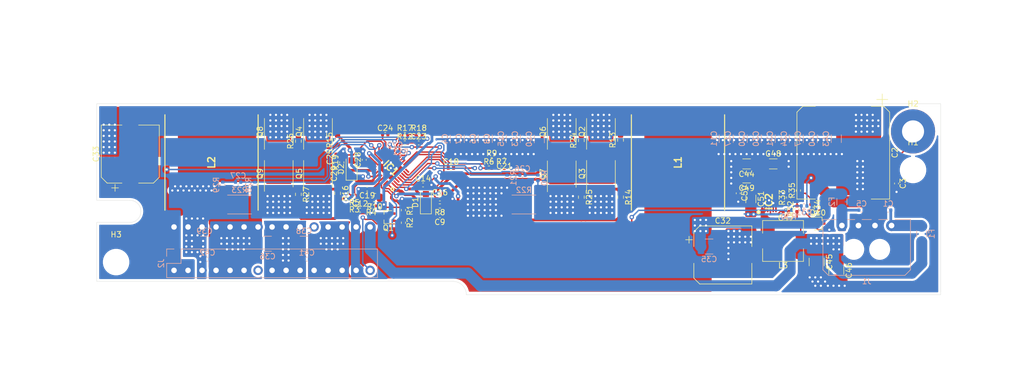
<source format=kicad_pcb>
(kicad_pcb (version 20171130) (host pcbnew "(5.1.10)-1")
  (layers (0 F.Cu signal) (1 In1.Cu signal) (2 In2.Cu signal) (31 B.Cu signal) (34 B.Paste user) (35 F.Paste user) (36 B.SilkS user) (37 F.SilkS user) (38 B.Mask user) (39 F.Mask user) (44 Edge.Cuts user))
  (net 0 "")
  (net 1 GND)
  (net 2 "Net-(C1-Pad1)")
  (net 3 28VDC)
  (net 4 "Net-(C3-Pad1)")
  (net 5 "Net-(C5-Pad2)")
  (net 6 "Net-(C9-Pad1)")
  (net 7 HB1)
  (net 8 "Net-(C12-Pad1)")
  (net 9 "Net-(C14-Pad1)")
  (net 10 "Net-(C16-Pad1)")
  (net 11 "Net-(C18-Pad1)")
  (net 12 "Net-(C19-Pad1)")
  (net 13 "Net-(C21-Pad1)")
  (net 14 "Net-(C21-Pad2)")
  (net 15 "Net-(C22-Pad1)")
  (net 16 "Net-(C23-Pad1)")
  (net 17 "Net-(C23-Pad2)")
  (net 18 "Net-(C24-Pad1)")
  (net 19 "Net-(C25-Pad1)")
  (net 20 "Net-(C26-Pad1)")
  (net 21 "Net-(C26-Pad2)")
  (net 22 "Net-(C27-Pad2)")
  (net 23 "Net-(C27-Pad1)")
  (net 24 "Net-(C28-Pad1)")
  (net 25 HB2)
  (net 26 "Net-(C29-Pad2)")
  (net 27 +5V)
  (net 28 +3V3)
  (net 29 +12V)
  (net 30 "Net-(C47-Pad1)")
  (net 31 "Net-(C47-Pad2)")
  (net 32 "Net-(IC1-Pad2)")
  (net 33 "Net-(IC1-Pad8)")
  (net 34 "Net-(IC1-Pad10)")
  (net 35 "Net-(IC1-Pad11)")
  (net 36 "Net-(IC1-Pad13)")
  (net 37 "Net-(IC1-Pad15)")
  (net 38 "Net-(IC1-Pad23)")
  (net 39 "Net-(IC1-Pad26)")
  (net 40 "Net-(IC1-Pad31)")
  (net 41 "Net-(IC2-Pad5)")
  (net 42 "Net-(IC2-Pad6)")
  (net 43 "Net-(IC2-Pad7)")
  (net 44 "Net-(IC2-Pad9)")
  (net 45 "Net-(Q1-Pad3)")
  (net 46 "Net-(Q1-Pad2)")
  (net 47 "Net-(Q2-Pad2)")
  (net 48 "Net-(Q3-Pad2)")
  (net 49 "Net-(Q4-Pad2)")
  (net 50 "Net-(Q5-Pad2)")
  (net 51 "Net-(Q6-Pad2)")
  (net 52 "Net-(Q7-Pad2)")
  (net 53 "Net-(Q8-Pad2)")
  (net 54 "Net-(Q9-Pad2)")
  (net 55 "Net-(Q10-Pad2)")
  (net 56 "Net-(Q10-Pad3)")
  (net 57 STANDBY)
  (net 58 "Net-(Q3-Pad1)")
  (net 59 "Net-(Q5-Pad1)")
  (module Package_TO_SOT_SMD:SOT-323_SC-70 (layer F.Cu) (at 160.766 51.704)
    (fp_text reference Q10 (at -0.05 -1.95) (layer F.SilkS))
    (fp_text value 2N3904)
    (pad 1 smd rect (at -1 0.65 270) (size 0.45 0.7) (layers F.Cu F.Paste F.Mask) (net 1 GND))
    (pad 2 smd rect (at -1 -0.65 270) (size 0.45 0.7) (layers F.Cu F.Paste F.Mask) (net 55 "Net-(Q10-Pad2)"))
    (pad 3 smd rect (at 1 0 270) (size 0.45 0.7) (layers F.Cu F.Paste F.Mask) (net 56 "Net-(Q10-Pad3)"))
  )
  (module Package_TO_SOT_SMD:SOT-323_SC-70 (layer F.Cu) (at 82.804 50.546 180)
    (fp_text reference Q1 (at -0.05 -1.95) (layer F.SilkS))
    (fp_text value 2N3904)
    (pad 3 smd rect (at 1 0 90) (size 0.45 0.7) (layers F.Cu F.Paste F.Mask) (net 45 "Net-(Q1-Pad3)"))
    (pad 2 smd rect (at -1 -0.65 90) (size 0.45 0.7) (layers F.Cu F.Paste F.Mask) (net 46 "Net-(Q1-Pad2)"))
    (pad 1 smd rect (at -1 0.65 90) (size 0.45 0.7) (layers F.Cu F.Paste F.Mask) (net 1 GND))
  )
  (module Capacitor_SMD:C_0402_1005Metric (layer F.Cu) (at 82.296 35.56)
    (fp_text reference C24 (at 0 -1.16) (layer F.SilkS))
    (fp_text value 0.038uF)
    (pad 2 smd roundrect (at 0.48 0) (size 0.56 0.62) (layers F.Cu F.Paste F.Mask) (net 1 GND))
    (pad 1 smd roundrect (at -0.48 0) (size 0.56 0.62) (layers F.Cu F.Paste F.Mask) (net 18 "Net-(C24-Pad1)"))
  )
  (module Capacitor_SMD:CP_Elec_16x17.5 (layer F.Cu) (at 165.354 38.862 270)
    (fp_text reference C2 (at 0 -9.35 270) (layer F.SilkS))
    (fp_text value "680uF STANDARD")
    (pad 1 smd roundrect (at -4.85 0 270) (size 5.7 2.5) (layers F.Cu F.Paste F.Mask) (roundrect_rratio 0.032) (net 3 28VDC))
    (pad 2 smd roundrect (at 4.85 0 270) (size 5.7 2.5) (layers F.Cu F.Paste F.Mask) (roundrect_rratio 0.032) (net 1 GND))
  )
  (module Connector_PinHeader_2.54mm:PinHeader_2x15_P2.54mm_Vertical (layer B.Cu) (at 44 57.66 270)
    (fp_text reference J2 (at 1.27 2.33 90) (layer B.SilkS) (effects (justify mirror)))
    (fp_text value Conn_02x15_Odd_Even)
    (pad 1 thru_hole rect (at -5.33 0 270) (size 1.7 1.7) (drill 1) (layers *.Cu *.Mask) (net 3 28VDC))
    (pad 2 thru_hole oval (at 2.54 0 270) (size 1.7 1.7) (drill 1) (layers *.Cu *.Mask) (net 3 28VDC))
    (pad 3 thru_hole oval (at -5.33 -2.54 270) (size 1.7 1.7) (drill 1) (layers *.Cu *.Mask) (net 1 GND))
    (pad 4 thru_hole oval (at 2.54 -2.54 270) (size 1.7 1.7) (drill 1) (layers *.Cu *.Mask) (net 3 28VDC))
    (pad 5 thru_hole oval (at -5.33 -5.08 270) (size 1.7 1.7) (drill 1) (layers *.Cu *.Mask) (net 1 GND))
    (pad 6 thru_hole oval (at 2.54 -5.08 270) (size 1.7 1.7) (drill 1) (layers *.Cu *.Mask) (net 1 GND))
    (pad 7 thru_hole oval (at -5.33 -7.62 270) (size 1.7 1.7) (drill 1) (layers *.Cu *.Mask) (net 28 +3V3))
    (pad 8 thru_hole oval (at 2.54 -7.62 270) (size 1.7 1.7) (drill 1) (layers *.Cu *.Mask) (net 28 +3V3))
    (pad 9 thru_hole oval (at -5.33 -10.16 270) (size 1.7 1.7) (drill 1) (layers *.Cu *.Mask) (net 28 +3V3))
    (pad 10 thru_hole oval (at 2.54 -10.16 270) (size 1.7 1.7) (drill 1) (layers *.Cu *.Mask) (net 28 +3V3))
    (pad 11 thru_hole oval (at -5.33 -12.7 270) (size 1.7 1.7) (drill 1) (layers *.Cu *.Mask) (net 28 +3V3))
    (pad 12 thru_hole oval (at 2.54 -12.7 270) (size 1.7 1.7) (drill 1) (layers *.Cu *.Mask) (net 28 +3V3))
    (pad 13 thru_hole oval (at -5.33 -15.24 270) (size 1.7 1.7) (drill 1) (layers *.Cu *.Mask) (net 28 +3V3))
    (pad 14 thru_hole oval (at 2.54 -15.24 270) (size 1.7 1.7) (drill 1) (layers *.Cu *.Mask) (net 1 GND))
    (pad 15 thru_hole oval (at -5.33 -17.78 270) (size 1.7 1.7) (drill 1) (layers *.Cu *.Mask) (net 1 GND))
    (pad 16 thru_hole oval (at 2.54 -17.78 270) (size 1.7 1.7) (drill 1) (layers *.Cu *.Mask) (net 1 GND))
    (pad 17 thru_hole oval (at -5.33 -20.32 270) (size 1.7 1.7) (drill 1) (layers *.Cu *.Mask) (net 1 GND))
    (pad 18 thru_hole oval (at 2.54 -20.32 270) (size 1.7 1.7) (drill 1) (layers *.Cu *.Mask) (net 1 GND))
    (pad 19 thru_hole oval (at -5.33 -22.86 270) (size 1.7 1.7) (drill 1) (layers *.Cu *.Mask) (net 1 GND))
    (pad 20 thru_hole oval (at 2.54 -22.86 270) (size 1.7 1.7) (drill 1) (layers *.Cu *.Mask) (net 1 GND))
    (pad 21 thru_hole oval (at -5.33 -25.4 270) (size 1.7 1.7) (drill 1) (layers *.Cu *.Mask) (net 1 GND))
    (pad 22 thru_hole oval (at 2.54 -25.4 270) (size 1.7 1.7) (drill 1) (layers *.Cu *.Mask) (net 27 +5V))
    (pad 23 thru_hole oval (at -5.33 -27.94 270) (size 1.7 1.7) (drill 1) (layers *.Cu *.Mask) (net 27 +5V))
    (pad 24 thru_hole oval (at 2.54 -27.94 270) (size 1.7 1.7) (drill 1) (layers *.Cu *.Mask) (net 27 +5V))
    (pad 25 thru_hole oval (at -5.33 -30.48 270) (size 1.7 1.7) (drill 1) (layers *.Cu *.Mask) (net 27 +5V))
    (pad 26 thru_hole oval (at 2.54 -30.48 270) (size 1.7 1.7) (drill 1) (layers *.Cu *.Mask) (net 27 +5V))
    (pad 27 thru_hole oval (at -5.33 -33.02 270) (size 1.7 1.7) (drill 1) (layers *.Cu *.Mask) (net 1 GND))
    (pad 28 thru_hole oval (at 2.54 -33.02 270) (size 1.7 1.7) (drill 1) (layers *.Cu *.Mask) (net 1 GND))
    (pad 29 thru_hole oval (at -5.33 -35.56 270) (size 1.7 1.7) (drill 1) (layers *.Cu *.Mask) (net 29 +12V))
    (pad 30 thru_hole oval (at 2.54 -35.56 270) (size 1.7 1.7) (drill 1) (layers *.Cu *.Mask) (net 57 STANDBY))
  )
  (module Capacitor_SMD:C_0402_1005Metric (layer B.Cu) (at 173.482 49.276 180)
    (fp_text reference C1 (at 0 1.16) (layer B.SilkS) (effects (justify mirror)))
    (fp_text value 1uF)
    (pad 2 smd roundrect (at 0.48 0 180) (size 0.56 0.62) (layers B.Cu B.Paste B.Mask) (net 1 GND))
    (pad 1 smd roundrect (at -0.48 0 180) (size 0.56 0.62) (layers B.Cu B.Paste B.Mask) (net 2 "Net-(C1-Pad1)"))
  )
  (module Capacitor_SMD:C_0402_1005Metric (layer F.Cu) (at 175.006 44.45 270)
    (fp_text reference C3 (at 0 -1.16 90) (layer F.SilkS))
    (fp_text value 1nF)
    (pad 2 smd roundrect (at 0.48 0 270) (size 0.56 0.62) (layers F.Cu F.Paste F.Mask) (net 1 GND))
    (pad 1 smd roundrect (at -0.48 0 270) (size 0.56 0.62) (layers F.Cu F.Paste F.Mask) (net 4 "Net-(C3-Pad1)"))
  )
  (module Capacitor_SMD:C_1206_3216Metric (layer B.Cu) (at 94.996 36.371 270)
    (fp_text reference C4 (at 0 1.85 270) (layer B.SilkS) (effects (justify mirror)))
    (fp_text value 2.2uF)
    (pad 2 smd roundrect (at 1.475 0 270) (size 1.15 1.8) (layers B.Cu B.Paste B.Mask) (roundrect_rratio 0.2173904347826087) (net 1 GND))
    (pad 1 smd roundrect (at -1.475 0 270) (size 1.15 1.8) (layers B.Cu B.Paste B.Mask) (roundrect_rratio 0.2173904347826087) (net 3 28VDC))
  )
  (module Capacitor_SMD:C_0402_1005Metric (layer B.Cu) (at 168.656 49.276 180)
    (fp_text reference C5 (at 0 1.16) (layer B.SilkS) (effects (justify mirror)))
    (fp_text value 1uF)
    (pad 1 smd roundrect (at -0.48 0 180) (size 0.56 0.62) (layers B.Cu B.Paste B.Mask) (net 1 GND))
    (pad 2 smd roundrect (at 0.48 0 180) (size 0.56 0.62) (layers B.Cu B.Paste B.Mask) (net 5 "Net-(C5-Pad2)"))
  )
  (module Capacitor_SMD:C_1206_3216Metric (layer B.Cu) (at 100.076 36.322 270)
    (fp_text reference C6 (at 0 1.85 270) (layer B.SilkS) (effects (justify mirror)))
    (fp_text value 2.2uF)
    (pad 1 smd roundrect (at -1.475 0 270) (size 1.15 1.8) (layers B.Cu B.Paste B.Mask) (roundrect_rratio 0.2173904347826087) (net 3 28VDC))
    (pad 2 smd roundrect (at 1.475 0 270) (size 1.15 1.8) (layers B.Cu B.Paste B.Mask) (roundrect_rratio 0.2173904347826087) (net 1 GND))
  )
  (module Capacitor_SMD:C_1206_3216Metric (layer B.Cu) (at 97.536 36.322 270)
    (fp_text reference C7 (at 0 1.85 270) (layer B.SilkS) (effects (justify mirror)))
    (fp_text value 2.2uF)
    (pad 2 smd roundrect (at 1.475 0 270) (size 1.15 1.8) (layers B.Cu B.Paste B.Mask) (roundrect_rratio 0.2173904347826087) (net 1 GND))
    (pad 1 smd roundrect (at -1.475 0 270) (size 1.15 1.8) (layers B.Cu B.Paste B.Mask) (roundrect_rratio 0.2173904347826087) (net 3 28VDC))
  )
  (module Capacitor_SMD:C_1206_3216Metric (layer B.Cu) (at 102.616 36.322 270)
    (fp_text reference C8 (at 0 1.85 270) (layer B.SilkS) (effects (justify mirror)))
    (fp_text value 2.2uF)
    (pad 1 smd roundrect (at -1.475 0 270) (size 1.15 1.8) (layers B.Cu B.Paste B.Mask) (roundrect_rratio 0.2173904347826087) (net 3 28VDC))
    (pad 2 smd roundrect (at 1.475 0 270) (size 1.15 1.8) (layers B.Cu B.Paste B.Mask) (roundrect_rratio 0.2173904347826087) (net 1 GND))
  )
  (module Capacitor_SMD:C_0402_1005Metric (layer F.Cu) (at 92.202 50.292 180)
    (fp_text reference C9 (at 0 -1.16) (layer F.SilkS))
    (fp_text value 0.47uF)
    (pad 1 smd roundrect (at -0.48 0 180) (size 0.56 0.62) (layers F.Cu F.Paste F.Mask) (net 6 "Net-(C9-Pad1)"))
    (pad 2 smd roundrect (at 0.48 0 180) (size 0.56 0.62) (layers F.Cu F.Paste F.Mask) (net 7 HB1))
  )
  (module Capacitor_SMD:C_1206_3216Metric (layer B.Cu) (at 110.236 36.371 270)
    (fp_text reference C10 (at 0 1.85 270) (layer B.SilkS) (effects (justify mirror)))
    (fp_text value 2.2uF)
    (pad 2 smd roundrect (at 1.475 0 270) (size 1.15 1.8) (layers B.Cu B.Paste B.Mask) (roundrect_rratio 0.2173904347826087) (net 1 GND))
    (pad 1 smd roundrect (at -1.475 0 270) (size 1.15 1.8) (layers B.Cu B.Paste B.Mask) (roundrect_rratio 0.2173904347826087) (net 3 28VDC))
  )
  (module Capacitor_SMD:C_1206_3216Metric (layer B.Cu) (at 143.764 36.322 270)
    (fp_text reference C11 (at 0 1.85 270) (layer B.SilkS) (effects (justify mirror)))
    (fp_text value 2.2uF)
    (pad 1 smd roundrect (at -1.475 0 270) (size 1.15 1.8) (layers B.Cu B.Paste B.Mask) (roundrect_rratio 0.2173904347826087) (net 3 28VDC))
    (pad 2 smd roundrect (at 1.475 0 270) (size 1.15 1.8) (layers B.Cu B.Paste B.Mask) (roundrect_rratio 0.2173904347826087) (net 1 GND))
  )
  (module Capacitor_SMD:C_0402_1005Metric (layer F.Cu) (at 77.724 49.276)
    (fp_text reference C12 (at 0 -1.16) (layer F.SilkS))
    (fp_text value 100pF)
    (pad 2 smd roundrect (at 0.48 0) (size 0.56 0.62) (layers F.Cu F.Paste F.Mask) (net 1 GND))
    (pad 1 smd roundrect (at -0.48 0) (size 0.56 0.62) (layers F.Cu F.Paste F.Mask) (net 8 "Net-(C12-Pad1)"))
  )
  (module Capacitor_SMD:C_1206_3216Metric (layer B.Cu) (at 107.696 36.322 270)
    (fp_text reference C13 (at 0 1.85 270) (layer B.SilkS) (effects (justify mirror)))
    (fp_text value 2.2uF)
    (pad 2 smd roundrect (at 1.475 0 270) (size 1.15 1.8) (layers B.Cu B.Paste B.Mask) (roundrect_rratio 0.2173904347826087) (net 1 GND))
    (pad 1 smd roundrect (at -1.475 0 270) (size 1.15 1.8) (layers B.Cu B.Paste B.Mask) (roundrect_rratio 0.2173904347826087) (net 3 28VDC))
  )
  (module Capacitor_SMD:C_0402_1005Metric (layer F.Cu) (at 89.154 44.704)
    (fp_text reference C14 (at 0 -1.16) (layer F.SilkS))
    (fp_text value 1uF)
    (pad 2 smd roundrect (at 0.48 0) (size 0.56 0.62) (layers F.Cu F.Paste F.Mask) (net 1 GND))
    (pad 1 smd roundrect (at -0.48 0) (size 0.56 0.62) (layers F.Cu F.Paste F.Mask) (net 9 "Net-(C14-Pad1)"))
  )
  (module Capacitor_SMD:C_1206_3216Metric (layer B.Cu) (at 105.156 36.322 270)
    (fp_text reference C15 (at 0 1.85 270) (layer B.SilkS) (effects (justify mirror)))
    (fp_text value 2.2uF)
    (pad 1 smd roundrect (at -1.475 0 270) (size 1.15 1.8) (layers B.Cu B.Paste B.Mask) (roundrect_rratio 0.2173904347826087) (net 3 28VDC))
    (pad 2 smd roundrect (at 1.475 0 270) (size 1.15 1.8) (layers B.Cu B.Paste B.Mask) (roundrect_rratio 0.2173904347826087) (net 1 GND))
  )
  (module Capacitor_SMD:C_0402_1005Metric (layer F.Cu) (at 92.202 47.244)
    (fp_text reference C16 (at 0 -1.16) (layer F.SilkS))
    (fp_text value 820pF)
    (pad 2 smd roundrect (at 0.48 0) (size 0.56 0.62) (layers F.Cu F.Paste F.Mask) (net 1 GND))
    (pad 1 smd roundrect (at -0.48 0) (size 0.56 0.62) (layers F.Cu F.Paste F.Mask) (net 10 "Net-(C16-Pad1)"))
  )
  (module Capacitor_SMD:C_1206_3216Metric (layer B.Cu) (at 146.304 36.322 270)
    (fp_text reference C17 (at 0 1.85 270) (layer B.SilkS) (effects (justify mirror)))
    (fp_text value 2.2uF)
    (pad 2 smd roundrect (at 1.475 0 270) (size 1.15 1.8) (layers B.Cu B.Paste B.Mask) (roundrect_rratio 0.2173904347826087) (net 1 GND))
    (pad 1 smd roundrect (at -1.475 0 270) (size 1.15 1.8) (layers B.Cu B.Paste B.Mask) (roundrect_rratio 0.2173904347826087) (net 3 28VDC))
  )
  (module Capacitor_SMD:C_0402_1005Metric (layer F.Cu) (at 94.206 41.656)
    (fp_text reference C18 (at 0 -1.16) (layer F.SilkS))
    (fp_text value 0.038uF)
    (pad 2 smd roundrect (at 0.48 0) (size 0.56 0.62) (layers F.Cu F.Paste F.Mask) (net 1 GND))
    (pad 1 smd roundrect (at -0.48 0) (size 0.56 0.62) (layers F.Cu F.Paste F.Mask) (net 11 "Net-(C18-Pad1)"))
  )
  (module Capacitor_SMD:C_0402_1005Metric (layer F.Cu) (at 79.022 45.466 180)
    (fp_text reference C19 (at 0 -1.16) (layer F.SilkS))
    (fp_text value 0.47uF)
    (pad 2 smd roundrect (at 0.48 0 180) (size 0.56 0.62) (layers F.Cu F.Paste F.Mask) (net 1 GND))
    (pad 1 smd roundrect (at -0.48 0 180) (size 0.56 0.62) (layers F.Cu F.Paste F.Mask) (net 12 "Net-(C19-Pad1)"))
  )
  (module Capacitor_SMD:C_1206_3216Metric (layer B.Cu) (at 148.844 36.322 270)
    (fp_text reference C20 (at 0 1.85 270) (layer B.SilkS) (effects (justify mirror)))
    (fp_text value 2.2uF)
    (pad 1 smd roundrect (at -1.475 0 270) (size 1.15 1.8) (layers B.Cu B.Paste B.Mask) (roundrect_rratio 0.2173904347826087) (net 3 28VDC))
    (pad 2 smd roundrect (at 1.475 0 270) (size 1.15 1.8) (layers B.Cu B.Paste B.Mask) (roundrect_rratio 0.2173904347826087) (net 1 GND))
  )
  (module Capacitor_SMD:C_0402_1005Metric (layer F.Cu) (at 103.886 40.132 180)
    (fp_text reference C21 (at 0 -1.16) (layer F.SilkS))
    (fp_text value 6800pF)
    (pad 1 smd roundrect (at -0.48 0 180) (size 0.56 0.62) (layers F.Cu F.Paste F.Mask) (net 13 "Net-(C21-Pad1)"))
    (pad 2 smd roundrect (at 0.48 0 180) (size 0.56 0.62) (layers F.Cu F.Paste F.Mask) (net 14 "Net-(C21-Pad2)"))
  )
  (module Capacitor_SMD:C_0402_1005Metric (layer B.Cu) (at 84.074 38.608 180)
    (fp_text reference C22 (at 0 1.16) (layer B.SilkS) (effects (justify mirror)))
    (fp_text value 0.47uF)
    (pad 1 smd roundrect (at -0.48 0 180) (size 0.56 0.62) (layers B.Cu B.Paste B.Mask) (net 15 "Net-(C22-Pad1)"))
    (pad 2 smd roundrect (at 0.48 0 180) (size 0.56 0.62) (layers B.Cu B.Paste B.Mask) (net 1 GND))
  )
  (module Capacitor_SMD:C_0402_1005Metric (layer F.Cu) (at 88.364 37.084)
    (fp_text reference C23 (at 0 -1.16) (layer F.SilkS))
    (fp_text value 6800pF)
    (pad 1 smd roundrect (at -0.48 0) (size 0.56 0.62) (layers F.Cu F.Paste F.Mask) (net 16 "Net-(C23-Pad1)"))
    (pad 2 smd roundrect (at 0.48 0) (size 0.56 0.62) (layers F.Cu F.Paste F.Mask) (net 17 "Net-(C23-Pad2)"))
  )
  (module Capacitor_SMD:C_0402_1005Metric (layer F.Cu) (at 73.406 39.624 90)
    (fp_text reference C25 (at 0 -1.16 90) (layer F.SilkS))
    (fp_text value 820pF)
    (pad 1 smd roundrect (at -0.48 0 90) (size 0.56 0.62) (layers F.Cu F.Paste F.Mask) (net 19 "Net-(C25-Pad1)"))
    (pad 2 smd roundrect (at 0.48 0 90) (size 0.56 0.62) (layers F.Cu F.Paste F.Mask) (net 1 GND))
  )
  (module Capacitor_SMD:C_0402_1005Metric (layer B.Cu) (at 107.188 42.926 180)
    (fp_text reference C26 (at 0 1.16) (layer B.SilkS) (effects (justify mirror)))
    (fp_text value 1000pF)
    (pad 1 smd roundrect (at -0.48 0 180) (size 0.56 0.62) (layers B.Cu B.Paste B.Mask) (net 20 "Net-(C26-Pad1)"))
    (pad 2 smd roundrect (at 0.48 0 180) (size 0.56 0.62) (layers B.Cu B.Paste B.Mask) (net 21 "Net-(C26-Pad2)"))
  )
  (module Capacitor_SMD:C_0402_1005Metric (layer B.Cu) (at 55.626 44.196 180)
    (fp_text reference C27 (at 0 1.16) (layer B.SilkS) (effects (justify mirror)))
    (fp_text value 1000pF)
    (pad 2 smd roundrect (at 0.48 0 180) (size 0.56 0.62) (layers B.Cu B.Paste B.Mask) (net 22 "Net-(C27-Pad2)"))
    (pad 1 smd roundrect (at -0.48 0 180) (size 0.56 0.62) (layers B.Cu B.Paste B.Mask) (net 23 "Net-(C27-Pad1)"))
  )
  (module Capacitor_SMD:C_0402_1005Metric (layer F.Cu) (at 78.486 40.16 90)
    (fp_text reference C28 (at 0 -1.16 90) (layer F.SilkS))
    (fp_text value 1uF)
    (pad 1 smd roundrect (at -0.48 0 90) (size 0.56 0.62) (layers F.Cu F.Paste F.Mask) (net 24 "Net-(C28-Pad1)"))
    (pad 2 smd roundrect (at 0.48 0 90) (size 0.56 0.62) (layers F.Cu F.Paste F.Mask) (net 1 GND))
  )
  (module Capacitor_SMD:C_0402_1005Metric (layer F.Cu) (at 74.168 42.672 90)
    (fp_text reference C29 (at 0 -1.16 90) (layer F.SilkS))
    (fp_text value 0.47uF)
    (pad 1 smd roundrect (at -0.48 0 90) (size 0.56 0.62) (layers F.Cu F.Paste F.Mask) (net 25 HB2))
    (pad 2 smd roundrect (at 0.48 0 90) (size 0.56 0.62) (layers F.Cu F.Paste F.Mask) (net 26 "Net-(C29-Pad2)"))
  )
  (module Capacitor_SMD:C_1206_3216Metric (layer B.Cu) (at 151.384 36.322 270)
    (fp_text reference C30 (at 0 1.85 270) (layer B.SilkS) (effects (justify mirror)))
    (fp_text value 2.2uF)
    (pad 1 smd roundrect (at -1.475 0 270) (size 1.15 1.8) (layers B.Cu B.Paste B.Mask) (roundrect_rratio 0.2173904347826087) (net 3 28VDC))
    (pad 2 smd roundrect (at 1.475 0 270) (size 1.15 1.8) (layers B.Cu B.Paste B.Mask) (roundrect_rratio 0.2173904347826087) (net 1 GND))
  )
  (module Capacitor_SMD:C_1206_3216Metric (layer B.Cu) (at 153.924 36.322 270)
    (fp_text reference C31 (at 0 1.85 270) (layer B.SilkS) (effects (justify mirror)))
    (fp_text value 2.2uF)
    (pad 2 smd roundrect (at 1.475 0 270) (size 1.15 1.8) (layers B.Cu B.Paste B.Mask) (roundrect_rratio 0.2173904347826087) (net 1 GND))
    (pad 1 smd roundrect (at -1.475 0 270) (size 1.15 1.8) (layers B.Cu B.Paste B.Mask) (roundrect_rratio 0.2173904347826087) (net 3 28VDC))
  )
  (module Capacitor_SMD:CP_Elec_10x10 (layer F.Cu) (at 143.51 57.404)
    (fp_text reference C32 (at 0 -6.2) (layer F.SilkS))
    (fp_text value 820uF)
    (pad 2 smd roundrect (at 4 0) (size 4 2.5) (layers F.Cu F.Paste F.Mask) (roundrect_rratio 0.1) (net 1 GND))
    (pad 1 smd roundrect (at -4 0) (size 4 2.5) (layers F.Cu F.Paste F.Mask) (roundrect_rratio 0.1) (net 27 +5V))
  )
  (module Capacitor_SMD:CP_Elec_10x10 (layer F.Cu) (at 36.068 39.116 90)
    (fp_text reference C33 (at 0 -6.2 90) (layer F.SilkS))
    (fp_text value 820uF)
    (pad 1 smd roundrect (at -4 0 90) (size 4 2.5) (layers F.Cu F.Paste F.Mask) (roundrect_rratio 0.1) (net 28 +3V3))
    (pad 2 smd roundrect (at 4 0 90) (size 4 2.5) (layers F.Cu F.Paste F.Mask) (roundrect_rratio 0.1) (net 1 GND))
  )
  (module Capacitor_SMD:C_1206_3216Metric (layer B.Cu) (at 156.464 36.322 270)
    (fp_text reference C34 (at 0 1.85 270) (layer B.SilkS) (effects (justify mirror)))
    (fp_text value 2.2uF)
    (pad 1 smd roundrect (at -1.475 0 270) (size 1.15 1.8) (layers B.Cu B.Paste B.Mask) (roundrect_rratio 0.2173904347826087) (net 3 28VDC))
    (pad 2 smd roundrect (at 1.475 0 270) (size 1.15 1.8) (layers B.Cu B.Paste B.Mask) (roundrect_rratio 0.2173904347826087) (net 1 GND))
  )
  (module Capacitor_SMD:C_1210_3225Metric (layer B.Cu) (at 141.019 55.88)
    (fp_text reference C35 (at 0 2.3) (layer B.SilkS) (effects (justify mirror)))
    (fp_text value 22uF)
    (pad 2 smd roundrect (at 1.475 0) (size 1.15 2.7) (layers B.Cu B.Paste B.Mask) (roundrect_rratio 0.2173904347826087) (net 1 GND))
    (pad 1 smd roundrect (at -1.475 0) (size 1.15 2.7) (layers B.Cu B.Paste B.Mask) (roundrect_rratio 0.2173904347826087) (net 27 +5V))
  )
  (module Capacitor_SMD:C_1210_3225Metric (layer B.Cu) (at 60.96 55.372)
    (fp_text reference C36 (at 0 2.3) (layer B.SilkS) (effects (justify mirror)))
    (fp_text value 22uF)
    (pad 1 smd roundrect (at -1.475 0) (size 1.15 2.7) (layers B.Cu B.Paste B.Mask) (roundrect_rratio 0.2173904347826087) (net 28 +3V3))
    (pad 2 smd roundrect (at 1.475 0) (size 1.15 2.7) (layers B.Cu B.Paste B.Mask) (roundrect_rratio 0.2173904347826087) (net 1 GND))
  )
  (module Capacitor_SMD:C_1206_3216Metric (layer B.Cu) (at 159.004 36.322 270)
    (fp_text reference C37 (at 0 1.85 270) (layer B.SilkS) (effects (justify mirror)))
    (fp_text value 2.2uF)
    (pad 2 smd roundrect (at 1.475 0 270) (size 1.15 1.8) (layers B.Cu B.Paste B.Mask) (roundrect_rratio 0.2173904347826087) (net 1 GND))
    (pad 1 smd roundrect (at -1.475 0 270) (size 1.15 1.8) (layers B.Cu B.Paste B.Mask) (roundrect_rratio 0.2173904347826087) (net 3 28VDC))
  )
  (module Capacitor_SMD:C_1210_3225Metric (layer B.Cu) (at 67.564 55.372 180)
    (fp_text reference C38 (at 0 2.3) (layer B.SilkS) (effects (justify mirror)))
    (fp_text value 22uF)
    (pad 1 smd roundrect (at -1.475 0 180) (size 1.15 2.7) (layers B.Cu B.Paste B.Mask) (roundrect_rratio 0.2173904347826087) (net 27 +5V))
    (pad 2 smd roundrect (at 1.475 0 180) (size 1.15 2.7) (layers B.Cu B.Paste B.Mask) (roundrect_rratio 0.2173904347826087) (net 1 GND))
  )
  (module Capacitor_SMD:C_1210_3225Metric (layer B.Cu) (at 49.53 55.372 180)
    (fp_text reference C39 (at 0 2.3) (layer B.SilkS) (effects (justify mirror)))
    (fp_text value 22uF)
    (pad 2 smd roundrect (at 1.475 0 180) (size 1.15 2.7) (layers B.Cu B.Paste B.Mask) (roundrect_rratio 0.2173904347826087) (net 1 GND))
    (pad 1 smd roundrect (at -1.475 0 180) (size 1.15 2.7) (layers B.Cu B.Paste B.Mask) (roundrect_rratio 0.2173904347826087) (net 28 +3V3))
  )
  (module Capacitor_SMD:C_1206_3216Metric (layer B.Cu) (at 161.544 36.322 270)
    (fp_text reference C40 (at 0 1.85 270) (layer B.SilkS) (effects (justify mirror)))
    (fp_text value 2.2uF)
    (pad 1 smd roundrect (at -1.475 0 270) (size 1.15 1.8) (layers B.Cu B.Paste B.Mask) (roundrect_rratio 0.2173904347826087) (net 3 28VDC))
    (pad 2 smd roundrect (at 1.475 0 270) (size 1.15 1.8) (layers B.Cu B.Paste B.Mask) (roundrect_rratio 0.2173904347826087) (net 1 GND))
  )
  (module Capacitor_SMD:C_0402_1005Metric (layer B.Cu) (at 68.072 58.166 180)
    (fp_text reference C41 (at 0 1.16) (layer B.SilkS) (effects (justify mirror)))
    (fp_text value 1uF)
    (pad 2 smd roundrect (at 0.48 0 180) (size 0.56 0.62) (layers B.Cu B.Paste B.Mask) (net 1 GND))
    (pad 1 smd roundrect (at -0.48 0 180) (size 0.56 0.62) (layers B.Cu B.Paste B.Mask) (net 27 +5V))
  )
  (module Capacitor_SMD:C_0402_1005Metric (layer B.Cu) (at 50.038 58.166 180)
    (fp_text reference C42 (at 0 1.16) (layer B.SilkS) (effects (justify mirror)))
    (fp_text value 1uF)
    (pad 2 smd roundrect (at 0.48 0 180) (size 0.56 0.62) (layers B.Cu B.Paste B.Mask) (net 1 GND))
    (pad 1 smd roundrect (at -0.48 0 180) (size 0.56 0.62) (layers B.Cu B.Paste B.Mask) (net 28 +3V3))
  )
  (module Capacitor_SMD:C_1206_3216Metric (layer B.Cu) (at 164.084 36.322 270)
    (fp_text reference C43 (at 0 1.85 270) (layer B.SilkS) (effects (justify mirror)))
    (fp_text value 2.2uF)
    (pad 2 smd roundrect (at 1.475 0 270) (size 1.15 1.8) (layers B.Cu B.Paste B.Mask) (roundrect_rratio 0.2173904347826087) (net 1 GND))
    (pad 1 smd roundrect (at -1.475 0 270) (size 1.15 1.8) (layers B.Cu B.Paste B.Mask) (roundrect_rratio 0.2173904347826087) (net 3 28VDC))
  )
  (module Capacitor_SMD:C_1206_3216Metric (layer F.Cu) (at 147.828 40.894 180)
    (fp_text reference C44 (at 0 -1.85) (layer F.SilkS))
    (fp_text value 10uF)
    (pad 2 smd roundrect (at 1.475 0 180) (size 1.15 1.8) (layers F.Cu F.Paste F.Mask) (roundrect_rratio 0.2173904347826087) (net 1 GND))
    (pad 1 smd roundrect (at -1.475 0 180) (size 1.15 1.8) (layers F.Cu F.Paste F.Mask) (roundrect_rratio 0.2173904347826087) (net 3 28VDC))
  )
  (module Capacitor_SMD:C_1210_3225Metric (layer F.Cu) (at 160.528 58.674 270)
    (fp_text reference C45 (at 0 -2.3 90) (layer F.SilkS))
    (fp_text value 22uF)
    (pad 1 smd roundrect (at -1.475 0 270) (size 1.15 2.7) (layers F.Cu F.Paste F.Mask) (roundrect_rratio 0.2173904347826087) (net 29 +12V))
    (pad 2 smd roundrect (at 1.475 0 270) (size 1.15 2.7) (layers F.Cu F.Paste F.Mask) (roundrect_rratio 0.2173904347826087) (net 1 GND))
  )
  (module Capacitor_SMD:C_1210_3225Metric (layer F.Cu) (at 164.084 60.198 270)
    (fp_text reference C46 (at 0 -2.3 90) (layer F.SilkS))
    (fp_text value 22uF)
    (pad 2 smd roundrect (at 1.475 0 270) (size 1.15 2.7) (layers F.Cu F.Paste F.Mask) (roundrect_rratio 0.2173904347826087) (net 1 GND))
    (pad 1 smd roundrect (at -1.475 0 270) (size 1.15 2.7) (layers F.Cu F.Paste F.Mask) (roundrect_rratio 0.2173904347826087) (net 29 +12V))
  )
  (module Capacitor_SMD:C_0402_1005Metric (layer F.Cu) (at 154.94 49.53 180)
    (fp_text reference C47 (at 0 -1.16) (layer F.SilkS))
    (fp_text value 0.1uF)
    (pad 1 smd roundrect (at -0.48 0 180) (size 0.56 0.62) (layers F.Cu F.Paste F.Mask) (net 30 "Net-(C47-Pad1)"))
    (pad 2 smd roundrect (at 0.48 0 180) (size 0.56 0.62) (layers F.Cu F.Paste F.Mask) (net 31 "Net-(C47-Pad2)"))
  )
  (module Capacitor_SMD:C_1206_3216Metric (layer F.Cu) (at 152.654 40.894)
    (fp_text reference C48 (at 0 -1.85) (layer F.SilkS))
    (fp_text value 10uF)
    (pad 1 smd roundrect (at -1.475 0) (size 1.15 1.8) (layers F.Cu F.Paste F.Mask) (roundrect_rratio 0.2173904347826087) (net 3 28VDC))
    (pad 2 smd roundrect (at 1.475 0) (size 1.15 1.8) (layers F.Cu F.Paste F.Mask) (roundrect_rratio 0.2173904347826087) (net 1 GND))
  )
  (module Capacitor_SMD:C_1206_3216Metric (layer F.Cu) (at 147.828 43.434 180)
    (fp_text reference C49 (at 0 -1.85) (layer F.SilkS))
    (fp_text value 10uF)
    (pad 2 smd roundrect (at 1.475 0 180) (size 1.15 1.8) (layers F.Cu F.Paste F.Mask) (roundrect_rratio 0.2173904347826087) (net 1 GND))
    (pad 1 smd roundrect (at -1.475 0 180) (size 1.15 1.8) (layers F.Cu F.Paste F.Mask) (roundrect_rratio 0.2173904347826087) (net 3 28VDC))
  )
  (module Capacitor_SMD:C_0402_1005Metric (layer F.Cu) (at 146.304 46.228 270)
    (fp_text reference C50 (at 0 -1.16 90) (layer F.SilkS))
    (fp_text value 0.1uF)
    (pad 1 smd roundrect (at -0.48 0 270) (size 0.56 0.62) (layers F.Cu F.Paste F.Mask) (net 3 28VDC))
    (pad 2 smd roundrect (at 0.48 0 270) (size 0.56 0.62) (layers F.Cu F.Paste F.Mask) (net 1 GND))
  )
  (module Capacitor_SMD:C_1206_3216Metric (layer F.Cu) (at 148.59 47.244 270)
    (fp_text reference C51 (at 0 -1.85 90) (layer F.SilkS))
    (fp_text value 10uF)
    (pad 1 smd roundrect (at -1.475 0 270) (size 1.15 1.8) (layers F.Cu F.Paste F.Mask) (roundrect_rratio 0.2173904347826087) (net 3 28VDC))
    (pad 2 smd roundrect (at 1.475 0 270) (size 1.15 1.8) (layers F.Cu F.Paste F.Mask) (roundrect_rratio 0.2173904347826087) (net 1 GND))
  )
  (module Diode_SMD:D_SOD-123F (layer F.Cu) (at 89.662 47.752 90)
    (fp_text reference D1 (at -0.127 -1.905 90) (layer F.SilkS))
    (fp_text value D_Schottky)
    (pad 2 smd rect (at 1.4 0 90) (size 1.1 1.1) (layers F.Cu F.Paste F.Mask) (net 9 "Net-(C14-Pad1)"))
    (pad 1 smd rect (at -1.4 0 90) (size 1.1 1.1) (layers F.Cu F.Paste F.Mask) (net 7 HB1))
  )
  (module Diode_SMD:D_SOD-123F (layer F.Cu) (at 76.2 41.656 90)
    (fp_text reference D2 (at -0.127 -1.905 90) (layer F.SilkS))
    (fp_text value D_Schottky)
    (pad 1 smd rect (at -1.4 0 90) (size 1.1 1.1) (layers F.Cu F.Paste F.Mask) (net 25 HB2))
    (pad 2 smd rect (at 1.4 0 90) (size 1.1 1.1) (layers F.Cu F.Paste F.Mask) (net 24 "Net-(C28-Pad1)"))
  )
  (module Fuse:Fuse_1206_3216Metric (layer B.Cu) (at 179.578 53.594 90)
    (fp_text reference F1 (at 0 1.82 90) (layer B.SilkS) (effects (justify mirror)))
    (fp_text value 4A)
    (pad 1 smd roundrect (at -1.4 0 90) (size 1.25 1.75) (layers B.Cu B.Paste B.Mask) (roundrect_rratio 0.2) (net 29 +12V))
    (pad 2 smd roundrect (at 1.4 0 90) (size 1.25 1.75) (layers B.Cu B.Paste B.Mask) (roundrect_rratio 0.2) (net 2 "Net-(C1-Pad1)"))
  )
  (module Fuse:Fuse_1206_3216Metric (layer B.Cu) (at 165.1 47.752 270)
    (fp_text reference F2 (at 0 1.82 90) (layer B.SilkS) (effects (justify mirror)))
    (fp_text value 4A)
    (pad 2 smd roundrect (at 1.4 0 270) (size 1.25 1.75) (layers B.Cu B.Paste B.Mask) (roundrect_rratio 0.2) (net 5 "Net-(C5-Pad2)"))
    (pad 1 smd roundrect (at -1.4 0 270) (size 1.25 1.75) (layers B.Cu B.Paste B.Mask) (roundrect_rratio 0.2) (net 27 +5V))
  )
  (module MountingHole:MountingHole_4mm (layer F.Cu) (at 178 42)
    (fp_text reference H1 (at 0 -5) (layer F.SilkS))
    (fp_text value MountingHole_NP)
    (pad 1 np_thru_hole circle (at 0 0) (size 4 4) (drill 4) (layers *.Cu *.Mask))
  )
  (module MountingHole:MountingHole_4mm_Pad (layer F.Cu) (at 178 35)
    (fp_text reference H2 (at 0 -5) (layer F.SilkS))
    (fp_text value MountingHole_Pad)
    (pad 1 thru_hole circle (at 0 0) (size 8 8) (drill 4) (layers *.Cu *.Mask) (net 4 "Net-(C3-Pad1)"))
  )
  (module MountingHole:MountingHole_4mm (layer F.Cu) (at 33.5 58.7)
    (fp_text reference H3 (at 0 -5) (layer F.SilkS))
    (fp_text value MountingHole_NP)
    (pad 1 np_thru_hole circle (at 0 0) (size 4 4) (drill 4) (layers *.Cu *.Mask))
  )
  (module LM25119QPSQ_NOPB:QFN50P500X500X80-33N (layer F.Cu) (at 83.312 41.656 135)
    (fp_text reference IC1 (at 0 0 135) (layer F.SilkS) (effects (font (size 1.27 1.27) (thickness 0.254))))
    (fp_text value LM25119QPSQ_NOPB hide)
    (pad 1 smd rect (at -2.45 -1.75 225) (size 0.3 0.9) (layers F.Cu F.Paste F.Mask) (net 9 "Net-(C14-Pad1)"))
    (pad 2 smd rect (at -2.45 -1.25 225) (size 0.3 0.9) (layers F.Cu F.Paste F.Mask) (net 32 "Net-(IC1-Pad2)"))
    (pad 3 smd rect (at -2.45 -0.75 225) (size 0.3 0.9) (layers F.Cu F.Paste F.Mask) (net 1 GND))
    (pad 4 smd rect (at -2.45 -0.25 225) (size 0.3 0.9) (layers F.Cu F.Paste F.Mask) (net 21 "Net-(C26-Pad2)"))
    (pad 5 smd rect (at -2.45 0.25 225) (size 0.3 0.9) (layers F.Cu F.Paste F.Mask) (net 20 "Net-(C26-Pad1)"))
    (pad 6 smd rect (at -2.45 0.75 225) (size 0.3 0.9) (layers F.Cu F.Paste F.Mask) (net 10 "Net-(C16-Pad1)"))
    (pad 7 smd rect (at -2.45 1.25 225) (size 0.3 0.9) (layers F.Cu F.Paste F.Mask) (net 11 "Net-(C18-Pad1)"))
    (pad 8 smd rect (at -2.45 1.75 225) (size 0.3 0.9) (layers F.Cu F.Paste F.Mask) (net 33 "Net-(IC1-Pad8)"))
    (pad 9 smd rect (at -1.75 2.45 135) (size 0.3 0.9) (layers F.Cu F.Paste F.Mask) (net 13 "Net-(C21-Pad1)"))
    (pad 10 smd rect (at -1.25 2.45 135) (size 0.3 0.9) (layers F.Cu F.Paste F.Mask) (net 34 "Net-(IC1-Pad10)"))
    (pad 11 smd rect (at -0.75 2.45 135) (size 0.3 0.9) (layers F.Cu F.Paste F.Mask) (net 35 "Net-(IC1-Pad11)"))
    (pad 12 smd rect (at -0.25 2.45 135) (size 0.3 0.9) (layers F.Cu F.Paste F.Mask) (net 1 GND))
    (pad 13 smd rect (at 0.25 2.45 135) (size 0.3 0.9) (layers F.Cu F.Paste F.Mask) (net 36 "Net-(IC1-Pad13)"))
    (pad 14 smd rect (at 0.75 2.45 135) (size 0.3 0.9) (layers F.Cu F.Paste F.Mask) (net 15 "Net-(C22-Pad1)"))
    (pad 15 smd rect (at 1.25 2.45 135) (size 0.3 0.9) (layers F.Cu F.Paste F.Mask) (net 37 "Net-(IC1-Pad15)"))
    (pad 16 smd rect (at 1.75 2.45 135) (size 0.3 0.9) (layers F.Cu F.Paste F.Mask) (net 17 "Net-(C23-Pad2)"))
    (pad 17 smd rect (at 2.45 1.75 225) (size 0.3 0.9) (layers F.Cu F.Paste F.Mask) (net 9 "Net-(C14-Pad1)"))
    (pad 18 smd rect (at 2.45 1.25 225) (size 0.3 0.9) (layers F.Cu F.Paste F.Mask) (net 18 "Net-(C24-Pad1)"))
    (pad 19 smd rect (at 2.45 0.75 225) (size 0.3 0.9) (layers F.Cu F.Paste F.Mask) (net 19 "Net-(C25-Pad1)"))
    (pad 20 smd rect (at 2.45 0.25 225) (size 0.3 0.9) (layers F.Cu F.Paste F.Mask) (net 23 "Net-(C27-Pad1)"))
    (pad 21 smd rect (at 2.45 -0.25 225) (size 0.3 0.9) (layers F.Cu F.Paste F.Mask) (net 22 "Net-(C27-Pad2)"))
    (pad 22 smd rect (at 2.45 -0.75 225) (size 0.3 0.9) (layers F.Cu F.Paste F.Mask) (net 1 GND))
    (pad 23 smd rect (at 2.45 -1.25 225) (size 0.3 0.9) (layers F.Cu F.Paste F.Mask) (net 38 "Net-(IC1-Pad23)"))
    (pad 24 smd rect (at 2.45 -1.75 225) (size 0.3 0.9) (layers F.Cu F.Paste F.Mask) (net 24 "Net-(C28-Pad1)"))
    (pad 25 smd rect (at 1.75 -2.45 135) (size 0.3 0.9) (layers F.Cu F.Paste F.Mask) (net 26 "Net-(C29-Pad2)"))
    (pad 26 smd rect (at 1.25 -2.45 135) (size 0.3 0.9) (layers F.Cu F.Paste F.Mask) (net 39 "Net-(IC1-Pad26)"))
    (pad 27 smd rect (at 0.75 -2.45 135) (size 0.3 0.9) (layers F.Cu F.Paste F.Mask) (net 25 HB2))
    (pad 28 smd rect (at 0.25 -2.45 135) (size 0.3 0.9) (layers F.Cu F.Paste F.Mask) (net 8 "Net-(C12-Pad1)"))
    (pad 29 smd rect (at -0.25 -2.45 135) (size 0.3 0.9) (layers F.Cu F.Paste F.Mask) (net 12 "Net-(C19-Pad1)"))
    (pad 30 smd rect (at -0.75 -2.45 135) (size 0.3 0.9) (layers F.Cu F.Paste F.Mask) (net 7 HB1))
    (pad 31 smd rect (at -1.25 -2.45 135) (size 0.3 0.9) (layers F.Cu F.Paste F.Mask) (net 40 "Net-(IC1-Pad31)"))
    (pad 32 smd rect (at -1.75 -2.45 135) (size 0.3 0.9) (layers F.Cu F.Paste F.Mask) (net 6 "Net-(C9-Pad1)"))
    (pad 33 smd rect (at 0 0 135) (size 3.2 3.2) (layers F.Cu F.Paste F.Mask) (net 1 GND))
  )
  (module LMR51450FNDRRR:SON50P300X300X80-13N-D (layer F.Cu) (at 151.892 47.752 90)
    (fp_text reference IC2 (at 0 0 90) (layer F.SilkS) (effects (font (size 1.27 1.27) (thickness 0.254))))
    (fp_text value LMR51450FNDRRR hide)
    (pad 1 smd rect (at -1.45 -1.25 180) (size 0.3 0.9) (layers F.Cu F.Paste F.Mask) (net 30 "Net-(C47-Pad1)"))
    (pad 2 smd rect (at -1.45 -0.75 180) (size 0.3 0.9) (layers F.Cu F.Paste F.Mask) (net 30 "Net-(C47-Pad1)"))
    (pad 3 smd rect (at -1.45 -0.25 180) (size 0.3 0.9) (layers F.Cu F.Paste F.Mask) (net 30 "Net-(C47-Pad1)"))
    (pad 4 smd rect (at -1.45 0.25 180) (size 0.3 0.9) (layers F.Cu F.Paste F.Mask) (net 31 "Net-(C47-Pad2)"))
    (pad 5 smd rect (at -1.45 0.75 180) (size 0.3 0.9) (layers F.Cu F.Paste F.Mask) (net 41 "Net-(IC2-Pad5)"))
    (pad 6 smd rect (at -1.45 1.25 180) (size 0.3 0.9) (layers F.Cu F.Paste F.Mask) (net 42 "Net-(IC2-Pad6)"))
    (pad 7 smd rect (at 1.45 1.25 180) (size 0.3 0.9) (layers F.Cu F.Paste F.Mask) (net 43 "Net-(IC2-Pad7)"))
    (pad 8 smd rect (at 1.45 0.75 180) (size 0.3 0.9) (layers F.Cu F.Paste F.Mask) (net 1 GND))
    (pad 9 smd rect (at 1.45 0.25 180) (size 0.3 0.9) (layers F.Cu F.Paste F.Mask) (net 44 "Net-(IC2-Pad9)"))
    (pad 10 smd rect (at 1.45 -0.25 180) (size 0.3 0.9) (layers F.Cu F.Paste F.Mask) (net 3 28VDC))
    (pad 11 smd rect (at 1.45 -0.75 180) (size 0.3 0.9) (layers F.Cu F.Paste F.Mask) (net 3 28VDC))
    (pad 12 smd rect (at 1.45 -1.25 180) (size 0.3 0.9) (layers F.Cu F.Paste F.Mask) (net 3 28VDC))
    (pad 13 smd rect (at 0 0 90) (size 1.4 2.6) (layers F.Cu F.Paste F.Mask) (net 1 GND))
  )
  (module Connector_Molex:Molex_Micro-Fit_3.0_43650-0400_1x04_P3.00mm_Horizontal (layer B.Cu) (at 165.1 52.07)
    (fp_text reference J1 (at 4.5 10.12) (layer B.SilkS) (effects (justify mirror)))
    (fp_text value Conn_01x04)
    (pad "" np_thru_hole circle (at 2.15 4.32) (size 3 3) (drill 3) (layers *.Cu *.Mask))
    (pad "" np_thru_hole circle (at 6.85 4.32) (size 3 3) (drill 3) (layers *.Cu *.Mask))
    (pad 1 thru_hole roundrect (at 0 0) (size 1.5 2.02) (drill 1.02) (layers *.Cu *.Mask) (roundrect_rratio 0.1666666666666667) (net 5 "Net-(C5-Pad2)"))
    (pad 2 thru_hole oval (at 3 0) (size 1.5 2.02) (drill 1.02) (layers *.Cu *.Mask) (net 1 GND))
    (pad 3 thru_hole oval (at 6 0) (size 1.5 2.02) (drill 1.02) (layers *.Cu *.Mask) (net 1 GND))
    (pad 4 thru_hole oval (at 9 0) (size 1.5 2.02) (drill 1.02) (layers *.Cu *.Mask) (net 2 "Net-(C1-Pad1)"))
  )
  (module SRP1770TA-5R6M:INDPM173169X700N (layer F.Cu) (at 135.382 40.64 270)
    (fp_text reference L1 (at 0 0 90) (layer F.SilkS) (effects (font (size 1.27 1.27) (thickness 0.254))))
    (fp_text value 8.2uH hide)
    (pad 2 smd rect (at 7.75 0 270) (size 3.25 12.1) (layers F.Cu F.Paste F.Mask) (net 27 +5V))
    (pad 1 smd rect (at -7.75 0 270) (size 3.25 12.1) (layers F.Cu F.Paste F.Mask) (net 6 "Net-(C9-Pad1)"))
  )
  (module SRP1770TA-5R6M:INDPM173169X700N (layer F.Cu) (at 50.8 40.64 270)
    (fp_text reference L2 (at 0 0 90) (layer F.SilkS) (effects (font (size 1.27 1.27) (thickness 0.254))))
    (fp_text value 5.6uH hide)
    (pad 1 smd rect (at -7.75 0 270) (size 3.25 12.1) (layers F.Cu F.Paste F.Mask) (net 26 "Net-(C29-Pad2)"))
    (pad 2 smd rect (at 7.75 0 270) (size 3.25 12.1) (layers F.Cu F.Paste F.Mask) (net 28 +3V3))
  )
  (module Inductor_SMD:L_7.3x7.3_H4.5 (layer F.Cu) (at 154.432 54.864 180)
    (fp_text reference L3 (at 0 -4.45) (layer F.SilkS))
    (fp_text value 6.8uH)
    (pad 1 smd rect (at -3.2 0 180) (size 1.5 2.2) (layers F.Cu F.Paste F.Mask) (net 29 +12V))
    (pad 2 smd rect (at 3.2 0 180) (size 1.5 2.2) (layers F.Cu F.Paste F.Mask) (net 30 "Net-(C47-Pad1)"))
  )
  (module Package_SON:VSONP-8-1EP_5x6_P1.27mm (layer F.Cu) (at 121.412 35.052 90)
    (fp_text reference Q2 (at 0 -3.4 90) (layer F.SilkS))
    (fp_text value Q_NMOS_DGS)
    (pad 3 smd rect (at 0.33 0 90) (size 4.35 4.51) (layers F.Cu F.Mask) (net 3 28VDC))
    (pad 1 smd rect (at -2.8 0.635 90) (size 0.7 0.7) (layers F.Cu F.Paste F.Mask) (net 6 "Net-(C9-Pad1)"))
    (pad 1 smd rect (at -2.8 -0.635 90) (size 0.7 0.7) (layers F.Cu F.Paste F.Mask) (net 6 "Net-(C9-Pad1)"))
    (pad 1 smd rect (at -2.8 -1.905 90) (size 0.7 0.7) (layers F.Cu F.Paste F.Mask) (net 6 "Net-(C9-Pad1)"))
    (pad 2 smd rect (at -2.8 1.905 90) (size 0.7 0.7) (layers F.Cu F.Paste F.Mask) (net 47 "Net-(Q2-Pad2)"))
    (pad 3 smd rect (at 2.8 1.905 90) (size 0.7 0.7) (layers F.Cu F.Paste F.Mask) (net 3 28VDC))
    (pad 3 smd rect (at 2.8 -1.905 90) (size 0.7 0.7) (layers F.Cu F.Paste F.Mask) (net 3 28VDC))
    (pad 3 smd rect (at 2.8 -0.635 90) (size 0.7 0.7) (layers F.Cu F.Paste F.Mask) (net 3 28VDC))
    (pad 3 smd rect (at 2.8 0.635 90) (size 0.7 0.7) (layers F.Cu F.Paste F.Mask) (net 3 28VDC))
  )
  (module Package_SON:VSONP-8-1EP_5x6_P1.27mm (layer F.Cu) (at 121.412 42.672 90)
    (fp_text reference Q3 (at 0 -3.4 90) (layer F.SilkS))
    (fp_text value Q_NMOS_DGS)
    (pad 3 smd rect (at 2.8 0.635 90) (size 0.7 0.7) (layers F.Cu F.Paste F.Mask) (net 6 "Net-(C9-Pad1)"))
    (pad 3 smd rect (at 2.8 -0.635 90) (size 0.7 0.7) (layers F.Cu F.Paste F.Mask) (net 6 "Net-(C9-Pad1)"))
    (pad 3 smd rect (at 2.8 -1.905 90) (size 0.7 0.7) (layers F.Cu F.Paste F.Mask) (net 6 "Net-(C9-Pad1)"))
    (pad 3 smd rect (at 2.8 1.905 90) (size 0.7 0.7) (layers F.Cu F.Paste F.Mask) (net 6 "Net-(C9-Pad1)"))
    (pad 2 smd rect (at -2.8 1.905 90) (size 0.7 0.7) (layers F.Cu F.Paste F.Mask) (net 48 "Net-(Q3-Pad2)"))
    (pad 1 smd rect (at -2.8 -1.905 90) (size 0.7 0.7) (layers F.Cu F.Paste F.Mask) (net 58 "Net-(Q3-Pad1)"))
    (pad 1 smd rect (at -2.8 -0.635 90) (size 0.7 0.7) (layers F.Cu F.Paste F.Mask) (net 58 "Net-(Q3-Pad1)"))
    (pad 1 smd rect (at -2.8 0.635 90) (size 0.7 0.7) (layers F.Cu F.Paste F.Mask) (net 58 "Net-(Q3-Pad1)"))
    (pad 3 smd rect (at 0.33 0 90) (size 4.35 4.51) (layers F.Cu F.Mask) (net 6 "Net-(C9-Pad1)"))
  )
  (module Package_SON:VSONP-8-1EP_5x6_P1.27mm (layer F.Cu) (at 70.104 35.052 90)
    (fp_text reference Q4 (at 0 -3.4 90) (layer F.SilkS))
    (fp_text value Q_NMOS_DGS)
    (pad 3 smd rect (at 2.8 0.635 90) (size 0.7 0.7) (layers F.Cu F.Paste F.Mask) (net 3 28VDC))
    (pad 3 smd rect (at 2.8 -0.635 90) (size 0.7 0.7) (layers F.Cu F.Paste F.Mask) (net 3 28VDC))
    (pad 3 smd rect (at 2.8 -1.905 90) (size 0.7 0.7) (layers F.Cu F.Paste F.Mask) (net 3 28VDC))
    (pad 3 smd rect (at 2.8 1.905 90) (size 0.7 0.7) (layers F.Cu F.Paste F.Mask) (net 3 28VDC))
    (pad 2 smd rect (at -2.8 1.905 90) (size 0.7 0.7) (layers F.Cu F.Paste F.Mask) (net 49 "Net-(Q4-Pad2)"))
    (pad 1 smd rect (at -2.8 -1.905 90) (size 0.7 0.7) (layers F.Cu F.Paste F.Mask) (net 26 "Net-(C29-Pad2)"))
    (pad 1 smd rect (at -2.8 -0.635 90) (size 0.7 0.7) (layers F.Cu F.Paste F.Mask) (net 26 "Net-(C29-Pad2)"))
    (pad 1 smd rect (at -2.8 0.635 90) (size 0.7 0.7) (layers F.Cu F.Paste F.Mask) (net 26 "Net-(C29-Pad2)"))
    (pad 3 smd rect (at 0.33 0 90) (size 4.35 4.51) (layers F.Cu F.Mask) (net 3 28VDC))
  )
  (module Package_SON:VSONP-8-1EP_5x6_P1.27mm (layer F.Cu) (at 70.104 42.672 90)
    (fp_text reference Q5 (at 0 -3.4 90) (layer F.SilkS))
    (fp_text value Q_NMOS_DGS)
    (pad 3 smd rect (at 0.33 0 90) (size 4.35 4.51) (layers F.Cu F.Mask) (net 26 "Net-(C29-Pad2)"))
    (pad 1 smd rect (at -2.8 0.635 90) (size 0.7 0.7) (layers F.Cu F.Paste F.Mask) (net 59 "Net-(Q5-Pad1)"))
    (pad 1 smd rect (at -2.8 -0.635 90) (size 0.7 0.7) (layers F.Cu F.Paste F.Mask) (net 59 "Net-(Q5-Pad1)"))
    (pad 1 smd rect (at -2.8 -1.905 90) (size 0.7 0.7) (layers F.Cu F.Paste F.Mask) (net 59 "Net-(Q5-Pad1)"))
    (pad 2 smd rect (at -2.8 1.905 90) (size 0.7 0.7) (layers F.Cu F.Paste F.Mask) (net 50 "Net-(Q5-Pad2)"))
    (pad 3 smd rect (at 2.8 1.905 90) (size 0.7 0.7) (layers F.Cu F.Paste F.Mask) (net 26 "Net-(C29-Pad2)"))
    (pad 3 smd rect (at 2.8 -1.905 90) (size 0.7 0.7) (layers F.Cu F.Paste F.Mask) (net 26 "Net-(C29-Pad2)"))
    (pad 3 smd rect (at 2.8 -0.635 90) (size 0.7 0.7) (layers F.Cu F.Paste F.Mask) (net 26 "Net-(C29-Pad2)"))
    (pad 3 smd rect (at 2.8 0.635 90) (size 0.7 0.7) (layers F.Cu F.Paste F.Mask) (net 26 "Net-(C29-Pad2)"))
  )
  (module Package_SON:VSONP-8-1EP_5x6_P1.27mm (layer F.Cu) (at 114.3 35.052 90)
    (fp_text reference Q6 (at 0 -3.4 90) (layer F.SilkS))
    (fp_text value Q_NMOS_DGS)
    (pad 3 smd rect (at 2.8 0.635 90) (size 0.7 0.7) (layers F.Cu F.Paste F.Mask) (net 3 28VDC))
    (pad 3 smd rect (at 2.8 -0.635 90) (size 0.7 0.7) (layers F.Cu F.Paste F.Mask) (net 3 28VDC))
    (pad 3 smd rect (at 2.8 -1.905 90) (size 0.7 0.7) (layers F.Cu F.Paste F.Mask) (net 3 28VDC))
    (pad 3 smd rect (at 2.8 1.905 90) (size 0.7 0.7) (layers F.Cu F.Paste F.Mask) (net 3 28VDC))
    (pad 2 smd rect (at -2.8 1.905 90) (size 0.7 0.7) (layers F.Cu F.Paste F.Mask) (net 51 "Net-(Q6-Pad2)"))
    (pad 1 smd rect (at -2.8 -1.905 90) (size 0.7 0.7) (layers F.Cu F.Paste F.Mask) (net 6 "Net-(C9-Pad1)"))
    (pad 1 smd rect (at -2.8 -0.635 90) (size 0.7 0.7) (layers F.Cu F.Paste F.Mask) (net 6 "Net-(C9-Pad1)"))
    (pad 1 smd rect (at -2.8 0.635 90) (size 0.7 0.7) (layers F.Cu F.Paste F.Mask) (net 6 "Net-(C9-Pad1)"))
    (pad 3 smd rect (at 0.33 0 90) (size 4.35 4.51) (layers F.Cu F.Mask) (net 3 28VDC))
  )
  (module Package_SON:VSONP-8-1EP_5x6_P1.27mm (layer F.Cu) (at 114.3 42.748 90)
    (fp_text reference Q7 (at 0 -3.4 90) (layer F.SilkS))
    (fp_text value Q_NMOS_DGS)
    (pad 3 smd rect (at 0.33 0 90) (size 4.35 4.51) (layers F.Cu F.Mask) (net 6 "Net-(C9-Pad1)"))
    (pad 1 smd rect (at -2.8 0.635 90) (size 0.7 0.7) (layers F.Cu F.Paste F.Mask) (net 58 "Net-(Q3-Pad1)"))
    (pad 1 smd rect (at -2.8 -0.635 90) (size 0.7 0.7) (layers F.Cu F.Paste F.Mask) (net 58 "Net-(Q3-Pad1)"))
    (pad 1 smd rect (at -2.8 -1.905 90) (size 0.7 0.7) (layers F.Cu F.Paste F.Mask) (net 58 "Net-(Q3-Pad1)"))
    (pad 2 smd rect (at -2.8 1.905 90) (size 0.7 0.7) (layers F.Cu F.Paste F.Mask) (net 52 "Net-(Q7-Pad2)"))
    (pad 3 smd rect (at 2.8 1.905 90) (size 0.7 0.7) (layers F.Cu F.Paste F.Mask) (net 6 "Net-(C9-Pad1)"))
    (pad 3 smd rect (at 2.8 -1.905 90) (size 0.7 0.7) (layers F.Cu F.Paste F.Mask) (net 6 "Net-(C9-Pad1)"))
    (pad 3 smd rect (at 2.8 -0.635 90) (size 0.7 0.7) (layers F.Cu F.Paste F.Mask) (net 6 "Net-(C9-Pad1)"))
    (pad 3 smd rect (at 2.8 0.635 90) (size 0.7 0.7) (layers F.Cu F.Paste F.Mask) (net 6 "Net-(C9-Pad1)"))
  )
  (module Package_SON:VSONP-8-1EP_5x6_P1.27mm (layer F.Cu) (at 62.992 35.052 90)
    (fp_text reference Q8 (at 0 -3.4 90) (layer F.SilkS))
    (fp_text value Q_NMOS_DGS)
    (pad 3 smd rect (at 0.33 0 90) (size 4.35 4.51) (layers F.Cu F.Mask) (net 3 28VDC))
    (pad 1 smd rect (at -2.8 0.635 90) (size 0.7 0.7) (layers F.Cu F.Paste F.Mask) (net 26 "Net-(C29-Pad2)"))
    (pad 1 smd rect (at -2.8 -0.635 90) (size 0.7 0.7) (layers F.Cu F.Paste F.Mask) (net 26 "Net-(C29-Pad2)"))
    (pad 1 smd rect (at -2.8 -1.905 90) (size 0.7 0.7) (layers F.Cu F.Paste F.Mask) (net 26 "Net-(C29-Pad2)"))
    (pad 2 smd rect (at -2.8 1.905 90) (size 0.7 0.7) (layers F.Cu F.Paste F.Mask) (net 53 "Net-(Q8-Pad2)"))
    (pad 3 smd rect (at 2.8 1.905 90) (size 0.7 0.7) (layers F.Cu F.Paste F.Mask) (net 3 28VDC))
    (pad 3 smd rect (at 2.8 -1.905 90) (size 0.7 0.7) (layers F.Cu F.Paste F.Mask) (net 3 28VDC))
    (pad 3 smd rect (at 2.8 -0.635 90) (size 0.7 0.7) (layers F.Cu F.Paste F.Mask) (net 3 28VDC))
    (pad 3 smd rect (at 2.8 0.635 90) (size 0.7 0.7) (layers F.Cu F.Paste F.Mask) (net 3 28VDC))
  )
  (module Package_SON:VSONP-8-1EP_5x6_P1.27mm (layer F.Cu) (at 62.992 42.672 90)
    (fp_text reference Q9 (at 0 -3.4 90) (layer F.SilkS))
    (fp_text value Q_NMOS_DGS)
    (pad 3 smd rect (at 2.8 0.635 90) (size 0.7 0.7) (layers F.Cu F.Paste F.Mask) (net 26 "Net-(C29-Pad2)"))
    (pad 3 smd rect (at 2.8 -0.635 90) (size 0.7 0.7) (layers F.Cu F.Paste F.Mask) (net 26 "Net-(C29-Pad2)"))
    (pad 3 smd rect (at 2.8 -1.905 90) (size 0.7 0.7) (layers F.Cu F.Paste F.Mask) (net 26 "Net-(C29-Pad2)"))
    (pad 3 smd rect (at 2.8 1.905 90) (size 0.7 0.7) (layers F.Cu F.Paste F.Mask) (net 26 "Net-(C29-Pad2)"))
    (pad 2 smd rect (at -2.8 1.905 90) (size 0.7 0.7) (layers F.Cu F.Paste F.Mask) (net 54 "Net-(Q9-Pad2)"))
    (pad 1 smd rect (at -2.8 -1.905 90) (size 0.7 0.7) (layers F.Cu F.Paste F.Mask) (net 59 "Net-(Q5-Pad1)"))
    (pad 1 smd rect (at -2.8 -0.635 90) (size 0.7 0.7) (layers F.Cu F.Paste F.Mask) (net 59 "Net-(Q5-Pad1)"))
    (pad 1 smd rect (at -2.8 0.635 90) (size 0.7 0.7) (layers F.Cu F.Paste F.Mask) (net 59 "Net-(Q5-Pad1)"))
    (pad 3 smd rect (at 0.33 0 90) (size 4.35 4.51) (layers F.Cu F.Mask) (net 26 "Net-(C29-Pad2)"))
  )
  (module Resistor_SMD:R_0402_1005Metric (layer F.Cu) (at 85.598 49.276 270)
    (fp_text reference R1 (at 0 -1.17 90) (layer F.SilkS))
    (fp_text value 100k)
    (pad 2 smd roundrect (at 0.51 0 270) (size 0.54 0.64) (layers F.Cu F.Paste F.Mask) (net 46 "Net-(Q1-Pad2)"))
    (pad 1 smd roundrect (at -0.51 0 270) (size 0.54 0.64) (layers F.Cu F.Paste F.Mask) (net 3 28VDC))
  )
  (module Resistor_SMD:R_0402_1005Metric (layer F.Cu) (at 85.598 51.562 270)
    (fp_text reference R2 (at 0 -1.17 90) (layer F.SilkS))
    (fp_text value 100R)
    (pad 1 smd roundrect (at -0.51 0 270) (size 0.54 0.64) (layers F.Cu F.Paste F.Mask) (net 46 "Net-(Q1-Pad2)"))
    (pad 2 smd roundrect (at 0.51 0 270) (size 0.54 0.64) (layers F.Cu F.Paste F.Mask) (net 57 STANDBY))
  )
  (module Resistor_SMD:R_0402_1005Metric (layer F.Cu) (at 76.708 48.006 180)
    (fp_text reference R3 (at 0 -1.17) (layer F.SilkS))
    (fp_text value 47R)
    (pad 2 smd roundrect (at 0.51 0 180) (size 0.54 0.64) (layers F.Cu F.Paste F.Mask) (net 45 "Net-(Q1-Pad3)"))
    (pad 1 smd roundrect (at -0.51 0 180) (size 0.54 0.64) (layers F.Cu F.Paste F.Mask) (net 8 "Net-(C12-Pad1)"))
  )
  (module Resistor_SMD:R_0402_1005Metric (layer F.Cu) (at 79.758 48.514 180)
    (fp_text reference R4 (at 0 -1.17) (layer F.SilkS))
    (fp_text value 52.3k)
    (pad 2 smd roundrect (at 0.51 0 180) (size 0.54 0.64) (layers F.Cu F.Paste F.Mask) (net 8 "Net-(C12-Pad1)"))
    (pad 1 smd roundrect (at -0.51 0 180) (size 0.54 0.64) (layers F.Cu F.Paste F.Mask) (net 3 28VDC))
  )
  (module Resistor_SMD:R_0402_1005Metric (layer F.Cu) (at 76.708 46.736 180)
    (fp_text reference R5 (at 0 -1.17) (layer F.SilkS))
    (fp_text value 3k)
    (pad 2 smd roundrect (at 0.51 0 180) (size 0.54 0.64) (layers F.Cu F.Paste F.Mask) (net 1 GND))
    (pad 1 smd roundrect (at -0.51 0 180) (size 0.54 0.64) (layers F.Cu F.Paste F.Mask) (net 8 "Net-(C12-Pad1)"))
  )
  (module Resistor_SMD:R_0402_1005Metric (layer F.Cu) (at 101.092 41.656)
    (fp_text reference R6 (at 0 -1.17) (layer F.SilkS))
    (fp_text value 5.76k)
    (pad 2 smd roundrect (at 0.51 0) (size 0.54 0.64) (layers F.Cu F.Paste F.Mask) (net 13 "Net-(C21-Pad1)"))
    (pad 1 smd roundrect (at -0.51 0) (size 0.54 0.64) (layers F.Cu F.Paste F.Mask) (net 27 +5V))
  )
  (module Resistor_SMD:R_0402_1005Metric (layer F.Cu) (at 103.378 41.656)
    (fp_text reference R7 (at 0 -1.17) (layer F.SilkS))
    (fp_text value 1.1k)
    (pad 1 smd roundrect (at -0.51 0) (size 0.54 0.64) (layers F.Cu F.Paste F.Mask) (net 13 "Net-(C21-Pad1)"))
    (pad 2 smd roundrect (at 0.51 0) (size 0.54 0.64) (layers F.Cu F.Paste F.Mask) (net 1 GND))
  )
  (module Resistor_SMD:R_0402_1005Metric (layer F.Cu) (at 92.202 48.514 180)
    (fp_text reference R8 (at 0 -1.17) (layer F.SilkS))
    (fp_text value 124k)
    (pad 1 smd roundrect (at -0.51 0 180) (size 0.54 0.64) (layers F.Cu F.Paste F.Mask) (net 6 "Net-(C9-Pad1)"))
    (pad 2 smd roundrect (at 0.51 0 180) (size 0.54 0.64) (layers F.Cu F.Paste F.Mask) (net 10 "Net-(C16-Pad1)"))
  )
  (module Resistor_SMD:R_0402_1005Metric (layer F.Cu) (at 101.6 40.132)
    (fp_text reference R9 (at 0 -1.17) (layer F.SilkS))
    (fp_text value 30k)
    (pad 2 smd roundrect (at 0.51 0) (size 0.54 0.64) (layers F.Cu F.Paste F.Mask) (net 14 "Net-(C21-Pad2)"))
    (pad 1 smd roundrect (at -0.51 0) (size 0.54 0.64) (layers F.Cu F.Paste F.Mask) (net 34 "Net-(IC1-Pad10)"))
  )
  (module Resistor_SMD:R_0805_2012Metric (layer F.Cu) (at 80.3675 46.99 180)
    (fp_text reference R10 (at 0 -1.65) (layer F.SilkS))
    (fp_text value 3.9R)
    (pad 1 smd roundrect (at -0.9125 0 180) (size 1.025 1.4) (layers F.Cu F.Paste F.Mask) (roundrect_rratio 0.2439014634146341) (net 3 28VDC))
    (pad 2 smd roundrect (at 0.9125 0 180) (size 1.025 1.4) (layers F.Cu F.Paste F.Mask) (roundrect_rratio 0.2439014634146341) (net 12 "Net-(C19-Pad1)"))
  )
  (module Resistor_SMD:R_0402_1005Metric (layer B.Cu) (at 85.09 39.878 180)
    (fp_text reference R11 (at 0 1.17) (layer B.SilkS) (effects (justify mirror)))
    (fp_text value 24.9k)
    (pad 1 smd roundrect (at -0.51 0 180) (size 0.54 0.64) (layers B.Cu B.Paste B.Mask) (net 36 "Net-(IC1-Pad13)"))
    (pad 2 smd roundrect (at 0.51 0 180) (size 0.54 0.64) (layers B.Cu B.Paste B.Mask) (net 1 GND))
  )
  (module Resistor_SMD:R_0402_1005Metric (layer F.Cu) (at 85.852 37.084)
    (fp_text reference R12 (at 0 -1.17) (layer F.SilkS))
    (fp_text value 20.5k)
    (pad 1 smd roundrect (at -0.51 0) (size 0.54 0.64) (layers F.Cu F.Paste F.Mask) (net 37 "Net-(IC1-Pad15)"))
    (pad 2 smd roundrect (at 0.51 0) (size 0.54 0.64) (layers F.Cu F.Paste F.Mask) (net 16 "Net-(C23-Pad1)"))
  )
  (module Resistor_SMD:R_0603_1608Metric (layer F.Cu) (at 124.968 36.576 90)
    (fp_text reference R13 (at 0 -1.43 90) (layer F.SilkS))
    (fp_text value 10R)
    (pad 1 smd roundrect (at -0.825 0 90) (size 0.8 0.95) (layers F.Cu F.Paste F.Mask) (net 47 "Net-(Q2-Pad2)"))
    (pad 2 smd roundrect (at 0.825 0 90) (size 0.8 0.95) (layers F.Cu F.Paste F.Mask) (net 40 "Net-(IC1-Pad31)"))
  )
  (module Resistor_SMD:R_0603_1608Metric (layer F.Cu) (at 124.968 46.927 270)
    (fp_text reference R14 (at 0 -1.43 90) (layer F.SilkS))
    (fp_text value 10R)
    (pad 1 smd roundrect (at -0.825 0 270) (size 0.8 0.95) (layers F.Cu F.Paste F.Mask) (net 48 "Net-(Q3-Pad2)"))
    (pad 2 smd roundrect (at 0.825 0 270) (size 0.8 0.95) (layers F.Cu F.Paste F.Mask) (net 32 "Net-(IC1-Pad2)"))
  )
  (module Resistor_SMD:R_0603_1608Metric (layer F.Cu) (at 73.66 36.576 90)
    (fp_text reference R15 (at 0 -1.43 90) (layer F.SilkS))
    (fp_text value 10R)
    (pad 1 smd roundrect (at -0.825 0 90) (size 0.8 0.95) (layers F.Cu F.Paste F.Mask) (net 49 "Net-(Q4-Pad2)"))
    (pad 2 smd roundrect (at 0.825 0 90) (size 0.8 0.95) (layers F.Cu F.Paste F.Mask) (net 39 "Net-(IC1-Pad26)"))
  )
  (module Resistor_SMD:R_0603_1608Metric (layer F.Cu) (at 73.66 46.228 270)
    (fp_text reference R16 (at 0 -1.43 90) (layer F.SilkS))
    (fp_text value 10R)
    (pad 1 smd roundrect (at -0.825 0 270) (size 0.8 0.95) (layers F.Cu F.Paste F.Mask) (net 50 "Net-(Q5-Pad2)"))
    (pad 2 smd roundrect (at 0.825 0 270) (size 0.8 0.95) (layers F.Cu F.Paste F.Mask) (net 38 "Net-(IC1-Pad23)"))
  )
  (module Resistor_SMD:R_0402_1005Metric (layer F.Cu) (at 85.854 35.56)
    (fp_text reference R17 (at 0 -1.17) (layer F.SilkS))
    (fp_text value 3.92k)
    (pad 1 smd roundrect (at -0.51 0) (size 0.54 0.64) (layers F.Cu F.Paste F.Mask) (net 28 +3V3))
    (pad 2 smd roundrect (at 0.51 0) (size 0.54 0.64) (layers F.Cu F.Paste F.Mask) (net 17 "Net-(C23-Pad2)"))
  )
  (module Resistor_SMD:R_0402_1005Metric (layer F.Cu) (at 88.392 35.56)
    (fp_text reference R18 (at 0 -1.17) (layer F.SilkS))
    (fp_text value 1.24k)
    (pad 2 smd roundrect (at 0.51 0) (size 0.54 0.64) (layers F.Cu F.Paste F.Mask) (net 1 GND))
    (pad 1 smd roundrect (at -0.51 0) (size 0.54 0.64) (layers F.Cu F.Paste F.Mask) (net 17 "Net-(C23-Pad2)"))
  )
  (module Resistor_SMD:R_0402_1005Metric (layer F.Cu) (at 74.422 40.638 90)
    (fp_text reference R19 (at 0 -1.17 90) (layer F.SilkS))
    (fp_text value 84.5k)
    (pad 2 smd roundrect (at 0.51 0 90) (size 0.54 0.64) (layers F.Cu F.Paste F.Mask) (net 19 "Net-(C25-Pad1)"))
    (pad 1 smd roundrect (at -0.51 0 90) (size 0.54 0.64) (layers F.Cu F.Paste F.Mask) (net 26 "Net-(C29-Pad2)"))
  )
  (module Resistor_SMD:R_0402_1005Metric (layer B.Cu) (at 109.982 43.434 90)
    (fp_text reference R20 (at 0 1.17 90) (layer B.SilkS) (effects (justify mirror)))
    (fp_text value 10R)
    (pad 2 smd roundrect (at 0.51 0 90) (size 0.54 0.64) (layers B.Cu B.Paste B.Mask) (net 20 "Net-(C26-Pad1)"))
    (pad 1 smd roundrect (at -0.51 0 90) (size 0.54 0.64) (layers B.Cu B.Paste B.Mask) (net 58 "Net-(Q3-Pad1)"))
  )
  (module Resistor_SMD:R_0402_1005Metric (layer B.Cu) (at 104.394 43.434 90)
    (fp_text reference R21 (at 0 1.17 90) (layer B.SilkS) (effects (justify mirror)))
    (fp_text value 10R)
    (pad 1 smd roundrect (at -0.51 0 90) (size 0.54 0.64) (layers B.Cu B.Paste B.Mask) (net 1 GND))
    (pad 2 smd roundrect (at 0.51 0 90) (size 0.54 0.64) (layers B.Cu B.Paste B.Mask) (net 21 "Net-(C26-Pad2)"))
  )
  (module Resistor_SMD:R_2512_6332Metric (layer B.Cu) (at 107.442 48.26 180)
    (fp_text reference R22 (at 0 2.62) (layer B.SilkS) (effects (justify mirror)))
    (fp_text value 0R005)
    (pad 1 smd roundrect (at -2.9625 0 180) (size 1.225 3.35) (layers B.Cu B.Paste B.Mask) (roundrect_rratio 0.2040816326530612) (net 58 "Net-(Q3-Pad1)"))
    (pad 2 smd roundrect (at 2.9625 0 180) (size 1.225 3.35) (layers B.Cu B.Paste B.Mask) (roundrect_rratio 0.2040816326530612) (net 1 GND))
  )
  (module Resistor_SMD:R_2512_6332Metric (layer B.Cu) (at 55.88 48.26 180)
    (fp_text reference R23 (at 0 2.62) (layer B.SilkS) (effects (justify mirror)))
    (fp_text value 0R005)
    (pad 2 smd roundrect (at 2.9625 0 180) (size 1.225 3.35) (layers B.Cu B.Paste B.Mask) (roundrect_rratio 0.2040816326530612) (net 1 GND))
    (pad 1 smd roundrect (at -2.9625 0 180) (size 1.225 3.35) (layers B.Cu B.Paste B.Mask) (roundrect_rratio 0.2040816326530612) (net 59 "Net-(Q5-Pad1)"))
  )
  (module Resistor_SMD:R_0603_1608Metric (layer F.Cu) (at 117.856 36.639 90)
    (fp_text reference R24 (at 0 -1.43 90) (layer F.SilkS))
    (fp_text value 10R)
    (pad 2 smd roundrect (at 0.825 0 90) (size 0.8 0.95) (layers F.Cu F.Paste F.Mask) (net 40 "Net-(IC1-Pad31)"))
    (pad 1 smd roundrect (at -0.825 0 90) (size 0.8 0.95) (layers F.Cu F.Paste F.Mask) (net 51 "Net-(Q6-Pad2)"))
  )
  (module Resistor_SMD:R_0603_1608Metric (layer F.Cu) (at 117.856 46.927 270)
    (fp_text reference R25 (at 0 -1.43 90) (layer F.SilkS))
    (fp_text value 10R)
    (pad 2 smd roundrect (at 0.825 0 270) (size 0.8 0.95) (layers F.Cu F.Paste F.Mask) (net 32 "Net-(IC1-Pad2)"))
    (pad 1 smd roundrect (at -0.825 0 270) (size 0.8 0.95) (layers F.Cu F.Paste F.Mask) (net 52 "Net-(Q7-Pad2)"))
  )
  (module Resistor_SMD:R_0603_1608Metric (layer F.Cu) (at 66.548 36.767 90)
    (fp_text reference R26 (at 0 -1.43 90) (layer F.SilkS))
    (fp_text value 10R)
    (pad 2 smd roundrect (at 0.825 0 90) (size 0.8 0.95) (layers F.Cu F.Paste F.Mask) (net 39 "Net-(IC1-Pad26)"))
    (pad 1 smd roundrect (at -0.825 0 90) (size 0.8 0.95) (layers F.Cu F.Paste F.Mask) (net 53 "Net-(Q8-Pad2)"))
  )
  (module Resistor_SMD:R_0603_1608Metric (layer F.Cu) (at 66.548 46.419 270)
    (fp_text reference R27 (at 0 -1.43 90) (layer F.SilkS))
    (fp_text value 10R)
    (pad 2 smd roundrect (at 0.825 0 270) (size 0.8 0.95) (layers F.Cu F.Paste F.Mask) (net 38 "Net-(IC1-Pad23)"))
    (pad 1 smd roundrect (at -0.825 0 270) (size 0.8 0.95) (layers F.Cu F.Paste F.Mask) (net 54 "Net-(Q9-Pad2)"))
  )
  (module Resistor_SMD:R_0402_1005Metric (layer B.Cu) (at 58.674 44.704 270)
    (fp_text reference R28 (at 0 1.17 90) (layer B.SilkS) (effects (justify mirror)))
    (fp_text value 10R)
    (pad 1 smd roundrect (at -0.51 0 270) (size 0.54 0.64) (layers B.Cu B.Paste B.Mask) (net 23 "Net-(C27-Pad1)"))
    (pad 2 smd roundrect (at 0.51 0 270) (size 0.54 0.64) (layers B.Cu B.Paste B.Mask) (net 59 "Net-(Q5-Pad1)"))
  )
  (module Resistor_SMD:R_0402_1005Metric (layer B.Cu) (at 52.832 44.704 270)
    (fp_text reference R29 (at 0 1.17 90) (layer B.SilkS) (effects (justify mirror)))
    (fp_text value 10R)
    (pad 1 smd roundrect (at -0.51 0 270) (size 0.54 0.64) (layers B.Cu B.Paste B.Mask) (net 22 "Net-(C27-Pad2)"))
    (pad 2 smd roundrect (at 0.51 0 270) (size 0.54 0.64) (layers B.Cu B.Paste B.Mask) (net 1 GND))
  )
  (module Resistor_SMD:R_0402_1005Metric (layer B.Cu) (at 155.448 49.276)
    (fp_text reference R30 (at 0 1.17) (layer B.SilkS) (effects (justify mirror)))
    (fp_text value 100R)
    (pad 1 smd roundrect (at -0.51 0) (size 0.54 0.64) (layers B.Cu B.Paste B.Mask) (net 57 STANDBY))
    (pad 2 smd roundrect (at 0.51 0) (size 0.54 0.64) (layers B.Cu B.Paste B.Mask) (net 55 "Net-(Q10-Pad2)"))
  )
  (module Resistor_SMD:R_0402_1005Metric (layer B.Cu) (at 158.242 48.514)
    (fp_text reference R31 (at 0 1.17) (layer B.SilkS) (effects (justify mirror)))
    (fp_text value 100k)
    (pad 2 smd roundrect (at 0.51 0) (size 0.54 0.64) (layers B.Cu B.Paste B.Mask) (net 3 28VDC))
    (pad 1 smd roundrect (at -0.51 0) (size 0.54 0.64) (layers B.Cu B.Paste B.Mask) (net 55 "Net-(Q10-Pad2)"))
  )
  (module Resistor_SMD:R_0402_1005Metric (layer F.Cu) (at 156.972 49.022 90)
    (fp_text reference R32 (at 0 -1.17 90) (layer F.SilkS))
    (fp_text value 100k)
    (pad 1 smd roundrect (at -0.51 0 90) (size 0.54 0.64) (layers F.Cu F.Paste F.Mask) (net 29 +12V))
    (pad 2 smd roundrect (at 0.51 0 90) (size 0.54 0.64) (layers F.Cu F.Paste F.Mask) (net 43 "Net-(IC2-Pad7)"))
  )
  (module Resistor_SMD:R_0402_1005Metric (layer F.Cu) (at 155.448 46.992 90)
    (fp_text reference R33 (at 0 -1.17 90) (layer F.SilkS))
    (fp_text value 7.15k)
    (pad 2 smd roundrect (at 0.51 0 90) (size 0.54 0.64) (layers F.Cu F.Paste F.Mask) (net 1 GND))
    (pad 1 smd roundrect (at -0.51 0 90) (size 0.54 0.64) (layers F.Cu F.Paste F.Mask) (net 43 "Net-(IC2-Pad7)"))
  )
  (module Resistor_SMD:R_0402_1005Metric (layer F.Cu) (at 159.512 48.768 270)
    (fp_text reference R34 (at 0 -1.17 90) (layer F.SilkS))
    (fp_text value 100R)
    (pad 2 smd roundrect (at 0.51 0 270) (size 0.54 0.64) (layers F.Cu F.Paste F.Mask) (net 56 "Net-(Q10-Pad3)"))
    (pad 1 smd roundrect (at -0.51 0 270) (size 0.54 0.64) (layers F.Cu F.Paste F.Mask) (net 44 "Net-(IC2-Pad9)"))
  )
  (module Resistor_SMD:R_0402_1005Metric (layer F.Cu) (at 157.226 45.72 90)
    (fp_text reference R35 (at 0 -1.17 90) (layer F.SilkS))
    (fp_text value 100k)
    (pad 1 smd roundrect (at -0.51 0 90) (size 0.54 0.64) (layers F.Cu F.Paste F.Mask) (net 44 "Net-(IC2-Pad9)"))
    (pad 2 smd roundrect (at 0.51 0 90) (size 0.54 0.64) (layers F.Cu F.Paste F.Mask) (net 3 28VDC))
  )
  (gr_arc (start 94.6 64.6) (end 97 64.6) (angle -90) (layer Edge.Cuts) (width 0.05))
  (gr_line (start 30 62.2) (end 94.6 62.2) (layer Edge.Cuts) (width 0.05))
  (gr_line (start 30 51.5) (end 30 62.2) (layer Edge.Cuts) (width 0.05))
  (gr_line (start 36 51.5) (end 30 51.5) (layer Edge.Cuts) (width 0.05))
  (gr_arc (start 36 49.5) (end 36 51.5) (angle -90) (layer Edge.Cuts) (width 0.05))
  (gr_arc (start 36 49.5) (end 38 49.5) (angle -90) (layer Edge.Cuts) (width 0.05))
  (gr_line (start 30 47.5) (end 36 47.5) (layer Edge.Cuts) (width 0.05))
  (gr_line (start 30 30) (end 30 47.5) (layer Edge.Cuts) (width 0.05))
  (gr_line (start 183 64.6) (end 97 64.6) (layer Edge.Cuts) (width 0.05))
  (gr_line (start 183 64) (end 183 64.6) (layer Edge.Cuts) (width 0.05))
  (gr_line (start 183 30) (end 183 64) (layer Edge.Cuts) (width 0.05))
  (gr_line (start 30 30) (end 183 30) (layer Edge.Cuts) (width 0.05))
  (via (at 63.754 54.356) (size 0.8) (drill 0.4) (layers F.Cu B.Cu) (net 1))
  (via (at 142.494 36.576) (size 0.8) (drill 0.4) (layers F.Cu B.Cu) (net 1))
  (via (at 83.312 42.672) (size 0.8) (drill 0.4) (layers F.Cu B.Cu) (net 1))
  (via (at 84.328 41.656) (size 0.8) (drill 0.4) (layers F.Cu B.Cu) (net 1))
  (via (at 82.296 41.656) (size 0.8) (drill 0.4) (layers F.Cu B.Cu) (net 1))
  (via (at 83.312 41.656) (size 0.8) (drill 0.4) (layers F.Cu B.Cu) (net 1))
  (via (at 83.312 40.64) (size 0.8) (drill 0.4) (layers F.Cu B.Cu) (net 1))
  (via (at 78.232 43.18) (size 0.8) (drill 0.4) (layers F.Cu B.Cu) (net 1))
  (via (at 31.242 33.782) (size 0.8) (drill 0.4) (layers F.Cu B.Cu) (net 1))
  (via (at 32.258 33.782) (size 0.8) (drill 0.4) (layers F.Cu B.Cu) (net 1))
  (via (at 33.274 33.782) (size 0.8) (drill 0.4) (layers F.Cu B.Cu) (net 1))
  (via (at 31.242 35.814) (size 0.8) (drill 0.4) (layers F.Cu B.Cu) (net 1))
  (via (at 32.258 35.814) (size 0.8) (drill 0.4) (layers F.Cu B.Cu) (net 1))
  (via (at 33.274 35.814) (size 0.8) (drill 0.4) (layers F.Cu B.Cu) (net 1))
  (via (at 31.242 36.83) (size 0.8) (drill 0.4) (layers F.Cu B.Cu) (net 1))
  (via (at 32.258 36.83) (size 0.8) (drill 0.4) (layers F.Cu B.Cu) (net 1))
  (via (at 33.274 38.862) (size 0.8) (drill 0.4) (layers F.Cu B.Cu) (net 1))
  (via (at 32.258 38.862) (size 0.8) (drill 0.4) (layers F.Cu B.Cu) (net 1))
  (via (at 31.242 38.862) (size 0.8) (drill 0.4) (layers F.Cu B.Cu) (net 1))
  (via (at 33.274 37.846) (size 0.8) (drill 0.4) (layers F.Cu B.Cu) (net 1))
  (via (at 32.258 37.846) (size 0.8) (drill 0.4) (layers F.Cu B.Cu) (net 1))
  (via (at 31.242 37.846) (size 0.8) (drill 0.4) (layers F.Cu B.Cu) (net 1))
  (via (at 33.274 34.798) (size 0.8) (drill 0.4) (layers F.Cu B.Cu) (net 1))
  (via (at 32.258 34.798) (size 0.8) (drill 0.4) (layers F.Cu B.Cu) (net 1))
  (via (at 31.242 34.798) (size 0.8) (drill 0.4) (layers F.Cu B.Cu) (net 1))
  (via (at 75.184 46.228) (size 0.8) (drill 0.4) (layers F.Cu B.Cu) (net 1))
  (via (at 74.676 38.608) (size 0.8) (drill 0.4) (layers F.Cu B.Cu) (net 1))
  (segment (start 82.25134 41.656) (end 82.296 41.656) (width 0.25) (layer F.Cu) (net 1))
  (segment (start 81.049258 40.453918) (end 82.25134 41.656) (width 0.25) (layer F.Cu) (net 1))
  (segment (start 83.665553 41.656) (end 83.312 41.656) (width 0.25) (layer F.Cu) (net 1))
  (segment (start 85.221188 40.100365) (end 83.665553 41.656) (width 0.25) (layer F.Cu) (net 1))
  (segment (start 83.312 42.71666) (end 83.312 41.656) (width 0.25) (layer F.Cu) (net 1))
  (segment (start 84.514082 43.918742) (end 83.312 42.71666) (width 0.25) (layer F.Cu) (net 1))
  (via (at 78.232 38.608) (size 0.8) (drill 0.4) (layers F.Cu B.Cu) (net 1))
  (segment (start 74.14 39.144) (end 74.676 38.608) (width 0.25) (layer F.Cu) (net 1))
  (segment (start 73.406 39.144) (end 74.14 39.144) (width 0.25) (layer F.Cu) (net 1))
  (segment (start 88.25699 34.91499) (end 88.902 35.56) (width 0.25) (layer F.Cu) (net 1))
  (segment (start 83.42101 34.91499) (end 88.25699 34.91499) (width 0.25) (layer F.Cu) (net 1))
  (segment (start 82.776 35.56) (end 83.42101 34.91499) (width 0.25) (layer F.Cu) (net 1))
  (via (at 89.916 36.32501) (size 0.8) (drill 0.4) (layers F.Cu B.Cu) (net 1))
  (segment (start 89.15099 35.56) (end 89.916 36.32501) (width 0.25) (layer F.Cu) (net 1))
  (segment (start 88.902 35.56) (end 89.15099 35.56) (width 0.25) (layer F.Cu) (net 1))
  (segment (start 89.64101 36.05002) (end 89.916 36.32501) (width 0.25) (layer B.Cu) (net 1))
  (segment (start 73.67798 36.05002) (end 89.64101 36.05002) (width 0.25) (layer B.Cu) (net 1))
  (segment (start 52.832 48.1745) (end 52.9175 48.26) (width 0.25) (layer B.Cu) (net 1))
  (segment (start 52.832 45.214) (end 52.832 48.1745) (width 0.25) (layer B.Cu) (net 1))
  (via (at 77.47 45.466) (size 0.8) (drill 0.4) (layers F.Cu B.Cu) (net 1))
  (segment (start 78.542 45.466) (end 77.47 45.466) (width 0.5) (layer F.Cu) (net 1))
  (segment (start 75.69 46.228) (end 75.184 46.228) (width 0.25) (layer F.Cu) (net 1))
  (segment (start 76.198 46.736) (end 75.69 46.228) (width 0.25) (layer F.Cu) (net 1))
  (segment (start 79.248 49.276) (end 79.756 49.784) (width 0.25) (layer F.Cu) (net 1))
  (via (at 79.756 49.784) (size 0.8) (drill 0.4) (layers F.Cu B.Cu) (net 1))
  (segment (start 78.204 49.276) (end 79.248 49.276) (width 0.25) (layer F.Cu) (net 1))
  (segment (start 79.868 49.896) (end 79.756 49.784) (width 0.25) (layer F.Cu) (net 1))
  (segment (start 83.804 49.896) (end 79.868 49.896) (width 0.25) (layer F.Cu) (net 1))
  (via (at 46.228 53.848) (size 0.8) (drill 0.4) (layers F.Cu B.Cu) (net 1))
  (via (at 47.244 53.848) (size 0.8) (drill 0.4) (layers F.Cu B.Cu) (net 1))
  (via (at 48.26 53.848) (size 0.8) (drill 0.4) (layers F.Cu B.Cu) (net 1))
  (via (at 49.276 53.848) (size 0.8) (drill 0.4) (layers F.Cu B.Cu) (net 1))
  (via (at 49.276 54.864) (size 0.8) (drill 0.4) (layers F.Cu B.Cu) (net 1))
  (via (at 47.244 54.864) (size 0.8) (drill 0.4) (layers F.Cu B.Cu) (net 1))
  (via (at 46.228 54.864) (size 0.8) (drill 0.4) (layers F.Cu B.Cu) (net 1))
  (via (at 46.228 55.88) (size 0.8) (drill 0.4) (layers F.Cu B.Cu) (net 1))
  (via (at 47.244 55.88) (size 0.8) (drill 0.4) (layers F.Cu B.Cu) (net 1))
  (via (at 49.276 55.88) (size 0.8) (drill 0.4) (layers F.Cu B.Cu) (net 1))
  (via (at 46.228 56.896) (size 0.8) (drill 0.4) (layers F.Cu B.Cu) (net 1))
  (via (at 47.244 56.896) (size 0.8) (drill 0.4) (layers F.Cu B.Cu) (net 1))
  (via (at 48.26 56.896) (size 0.8) (drill 0.4) (layers F.Cu B.Cu) (net 1))
  (via (at 49.276 56.896) (size 0.8) (drill 0.4) (layers F.Cu B.Cu) (net 1))
  (via (at 48.768 57.658) (size 0.8) (drill 0.4) (layers F.Cu B.Cu) (net 1))
  (via (at 48.768 58.674) (size 0.8) (drill 0.4) (layers F.Cu B.Cu) (net 1))
  (via (at 46.228 50.8) (size 0.8) (drill 0.4) (layers F.Cu B.Cu) (net 1))
  (via (at 47.244 50.8) (size 0.8) (drill 0.4) (layers F.Cu B.Cu) (net 1))
  (via (at 48.26 50.8) (size 0.8) (drill 0.4) (layers F.Cu B.Cu) (net 1))
  (via (at 49.276 50.8) (size 0.8) (drill 0.4) (layers F.Cu B.Cu) (net 1))
  (via (at 46.228 44.958) (size 0.8) (drill 0.4) (layers F.Cu B.Cu) (net 1))
  (via (at 47.244 44.958) (size 0.8) (drill 0.4) (layers F.Cu B.Cu) (net 1))
  (via (at 48.26 44.958) (size 0.8) (drill 0.4) (layers F.Cu B.Cu) (net 1))
  (via (at 49.276 44.958) (size 0.8) (drill 0.4) (layers F.Cu B.Cu) (net 1))
  (via (at 50.292 44.958) (size 0.8) (drill 0.4) (layers F.Cu B.Cu) (net 1))
  (via (at 51.308 44.958) (size 0.8) (drill 0.4) (layers F.Cu B.Cu) (net 1))
  (via (at 50.8 45.72) (size 0.8) (drill 0.4) (layers F.Cu B.Cu) (net 1))
  (via (at 49.784 45.72) (size 0.8) (drill 0.4) (layers F.Cu B.Cu) (net 1))
  (via (at 48.768 45.72) (size 0.8) (drill 0.4) (layers F.Cu B.Cu) (net 1))
  (via (at 47.752 45.72) (size 0.8) (drill 0.4) (layers F.Cu B.Cu) (net 1))
  (via (at 46.736 45.72) (size 0.8) (drill 0.4) (layers F.Cu B.Cu) (net 1))
  (via (at 45.212 44.958) (size 0.8) (drill 0.4) (layers F.Cu B.Cu) (net 1))
  (via (at 44.196 44.958) (size 0.8) (drill 0.4) (layers F.Cu B.Cu) (net 1))
  (via (at 45.72 45.72) (size 0.8) (drill 0.4) (layers F.Cu B.Cu) (net 1))
  (via (at 44.704 45.72) (size 0.8) (drill 0.4) (layers F.Cu B.Cu) (net 1))
  (via (at 43.688 45.72) (size 0.8) (drill 0.4) (layers F.Cu B.Cu) (net 1))
  (via (at 33.274 36.83) (size 0.8) (drill 0.4) (layers F.Cu B.Cu) (net 1))
  (via (at 98.298 45.212) (size 0.8) (drill 0.4) (layers F.Cu B.Cu) (net 1))
  (via (at 99.314 45.212) (size 0.8) (drill 0.4) (layers F.Cu B.Cu) (net 1))
  (via (at 100.33 45.212) (size 0.8) (drill 0.4) (layers F.Cu B.Cu) (net 1))
  (via (at 101.346 45.212) (size 0.8) (drill 0.4) (layers F.Cu B.Cu) (net 1))
  (via (at 102.362 45.212) (size 0.8) (drill 0.4) (layers F.Cu B.Cu) (net 1))
  (via (at 103.378 45.212) (size 0.8) (drill 0.4) (layers F.Cu B.Cu) (net 1))
  (via (at 104.394 45.212) (size 0.8) (drill 0.4) (layers F.Cu B.Cu) (net 1))
  (via (at 103.378 46.228) (size 0.8) (drill 0.4) (layers F.Cu B.Cu) (net 1))
  (via (at 102.362 46.228) (size 0.8) (drill 0.4) (layers F.Cu B.Cu) (net 1))
  (via (at 101.346 46.228) (size 0.8) (drill 0.4) (layers F.Cu B.Cu) (net 1))
  (via (at 100.33 46.228) (size 0.8) (drill 0.4) (layers F.Cu B.Cu) (net 1))
  (via (at 99.314 46.228) (size 0.8) (drill 0.4) (layers F.Cu B.Cu) (net 1))
  (via (at 98.298 46.228) (size 0.8) (drill 0.4) (layers F.Cu B.Cu) (net 1))
  (via (at 98.298 47.244) (size 0.8) (drill 0.4) (layers F.Cu B.Cu) (net 1))
  (via (at 99.314 47.244) (size 0.8) (drill 0.4) (layers F.Cu B.Cu) (net 1))
  (via (at 100.33 47.244) (size 0.8) (drill 0.4) (layers F.Cu B.Cu) (net 1))
  (via (at 101.346 47.244) (size 0.8) (drill 0.4) (layers F.Cu B.Cu) (net 1))
  (via (at 102.362 47.244) (size 0.8) (drill 0.4) (layers F.Cu B.Cu) (net 1))
  (via (at 102.362 48.26) (size 0.8) (drill 0.4) (layers F.Cu B.Cu) (net 1))
  (via (at 101.346 48.26) (size 0.8) (drill 0.4) (layers F.Cu B.Cu) (net 1))
  (via (at 100.33 48.26) (size 0.8) (drill 0.4) (layers F.Cu B.Cu) (net 1))
  (via (at 99.314 48.26) (size 0.8) (drill 0.4) (layers F.Cu B.Cu) (net 1))
  (via (at 98.298 48.26) (size 0.8) (drill 0.4) (layers F.Cu B.Cu) (net 1))
  (via (at 98.298 49.276) (size 0.8) (drill 0.4) (layers F.Cu B.Cu) (net 1))
  (via (at 99.314 49.276) (size 0.8) (drill 0.4) (layers F.Cu B.Cu) (net 1))
  (via (at 100.33 49.276) (size 0.8) (drill 0.4) (layers F.Cu B.Cu) (net 1))
  (via (at 101.346 49.276) (size 0.8) (drill 0.4) (layers F.Cu B.Cu) (net 1))
  (via (at 102.362 49.276) (size 0.8) (drill 0.4) (layers F.Cu B.Cu) (net 1))
  (via (at 103.378 50.292) (size 0.8) (drill 0.4) (layers F.Cu B.Cu) (net 1))
  (via (at 102.362 50.292) (size 0.8) (drill 0.4) (layers F.Cu B.Cu) (net 1))
  (via (at 101.346 50.292) (size 0.8) (drill 0.4) (layers F.Cu B.Cu) (net 1))
  (via (at 100.33 50.292) (size 0.8) (drill 0.4) (layers F.Cu B.Cu) (net 1))
  (via (at 99.314 50.292) (size 0.8) (drill 0.4) (layers F.Cu B.Cu) (net 1))
  (via (at 98.298 50.292) (size 0.8) (drill 0.4) (layers F.Cu B.Cu) (net 1))
  (via (at 97.282 45.212) (size 0.8) (drill 0.4) (layers F.Cu B.Cu) (net 1))
  (via (at 97.282 46.228) (size 0.8) (drill 0.4) (layers F.Cu B.Cu) (net 1))
  (via (at 97.282 47.244) (size 0.8) (drill 0.4) (layers F.Cu B.Cu) (net 1))
  (via (at 97.282 48.26) (size 0.8) (drill 0.4) (layers F.Cu B.Cu) (net 1))
  (via (at 97.282 49.276) (size 0.8) (drill 0.4) (layers F.Cu B.Cu) (net 1))
  (via (at 97.282 50.292) (size 0.8) (drill 0.4) (layers F.Cu B.Cu) (net 1))
  (via (at 93.98 36.576) (size 0.8) (drill 0.4) (layers F.Cu B.Cu) (net 1))
  (via (at 94.996 36.576) (size 0.8) (drill 0.4) (layers F.Cu B.Cu) (net 1))
  (via (at 96.012 36.576) (size 0.8) (drill 0.4) (layers F.Cu B.Cu) (net 1))
  (via (at 97.028 36.576) (size 0.8) (drill 0.4) (layers F.Cu B.Cu) (net 1))
  (via (at 98.044 36.576) (size 0.8) (drill 0.4) (layers F.Cu B.Cu) (net 1))
  (via (at 99.06 36.576) (size 0.8) (drill 0.4) (layers F.Cu B.Cu) (net 1))
  (via (at 100.076 36.576) (size 0.8) (drill 0.4) (layers F.Cu B.Cu) (net 1))
  (via (at 101.092 36.576) (size 0.8) (drill 0.4) (layers F.Cu B.Cu) (net 1))
  (via (at 102.108 36.576) (size 0.8) (drill 0.4) (layers F.Cu B.Cu) (net 1))
  (via (at 103.124 36.576) (size 0.8) (drill 0.4) (layers F.Cu B.Cu) (net 1))
  (via (at 104.14 36.576) (size 0.8) (drill 0.4) (layers F.Cu B.Cu) (net 1))
  (via (at 105.156 36.576) (size 0.8) (drill 0.4) (layers F.Cu B.Cu) (net 1))
  (via (at 106.172 36.576) (size 0.8) (drill 0.4) (layers F.Cu B.Cu) (net 1))
  (via (at 107.188 36.576) (size 0.8) (drill 0.4) (layers F.Cu B.Cu) (net 1))
  (via (at 108.204 36.576) (size 0.8) (drill 0.4) (layers F.Cu B.Cu) (net 1))
  (via (at 109.22 36.576) (size 0.8) (drill 0.4) (layers F.Cu B.Cu) (net 1))
  (via (at 109.22 39.116) (size 0.8) (drill 0.4) (layers F.Cu B.Cu) (net 1))
  (via (at 108.204 39.116) (size 0.8) (drill 0.4) (layers F.Cu B.Cu) (net 1))
  (via (at 107.188 39.116) (size 0.8) (drill 0.4) (layers F.Cu B.Cu) (net 1))
  (via (at 106.172 39.116) (size 0.8) (drill 0.4) (layers F.Cu B.Cu) (net 1))
  (via (at 105.156 39.116) (size 0.8) (drill 0.4) (layers F.Cu B.Cu) (net 1))
  (via (at 104.14 39.116) (size 0.8) (drill 0.4) (layers F.Cu B.Cu) (net 1))
  (via (at 103.124 39.116) (size 0.8) (drill 0.4) (layers F.Cu B.Cu) (net 1))
  (via (at 102.108 39.116) (size 0.8) (drill 0.4) (layers F.Cu B.Cu) (net 1))
  (via (at 101.092 39.116) (size 0.8) (drill 0.4) (layers F.Cu B.Cu) (net 1))
  (via (at 100.076 39.116) (size 0.8) (drill 0.4) (layers F.Cu B.Cu) (net 1))
  (via (at 99.06 39.116) (size 0.8) (drill 0.4) (layers F.Cu B.Cu) (net 1))
  (via (at 98.044 39.116) (size 0.8) (drill 0.4) (layers F.Cu B.Cu) (net 1))
  (via (at 97.028 39.116) (size 0.8) (drill 0.4) (layers F.Cu B.Cu) (net 1))
  (via (at 96.012 39.116) (size 0.8) (drill 0.4) (layers F.Cu B.Cu) (net 1))
  (via (at 94.996 39.116) (size 0.8) (drill 0.4) (layers F.Cu B.Cu) (net 1))
  (via (at 85.344 47.244) (size 0.8) (drill 0.4) (layers F.Cu B.Cu) (net 1))
  (via (at 90.678 44.704) (size 0.8) (drill 0.4) (layers F.Cu B.Cu) (net 1))
  (segment (start 89.634 44.704) (end 90.678 44.704) (width 0.5) (layer F.Cu) (net 1))
  (via (at 92.964 45.72) (size 0.8) (drill 0.4) (layers F.Cu B.Cu) (net 1))
  (via (at 92.202 42.418) (size 0.8) (drill 0.4) (layers F.Cu B.Cu) (net 1))
  (via (at 94.488 47.244) (size 0.8) (drill 0.4) (layers F.Cu B.Cu) (net 1))
  (segment (start 104.394 43.944) (end 104.394 45.212) (width 0.25) (layer B.Cu) (net 1))
  (segment (start 92.798001 45.885999) (end 92.964 45.72) (width 0.5) (layer F.Cu) (net 1))
  (segment (start 92.798001 47.127999) (end 92.798001 45.885999) (width 0.5) (layer F.Cu) (net 1))
  (segment (start 92.682 47.244) (end 92.798001 47.127999) (width 0.5) (layer F.Cu) (net 1))
  (via (at 98.552 41.656) (size 0.8) (drill 0.4) (layers F.Cu B.Cu) (net 1))
  (segment (start 94.686 41.656) (end 98.552 41.656) (width 0.25) (layer F.Cu) (net 1))
  (segment (start 83.594 38.892) (end 84.58 39.878) (width 0.25) (layer B.Cu) (net 1))
  (segment (start 83.594 38.608) (end 83.594 38.892) (width 0.25) (layer B.Cu) (net 1))
  (segment (start 84.58 40.388) (end 83.312 41.656) (width 0.25) (layer B.Cu) (net 1))
  (segment (start 84.58 39.878) (end 84.58 40.388) (width 0.25) (layer B.Cu) (net 1))
  (via (at 105.156 41.56599) (size 0.8) (drill 0.4) (layers F.Cu B.Cu) (net 1))
  (segment (start 105.06599 41.656) (end 105.156 41.56599) (width 0.25) (layer F.Cu) (net 1))
  (segment (start 103.888 41.656) (end 105.06599 41.656) (width 0.25) (layer F.Cu) (net 1))
  (via (at 143.51 36.576) (size 0.8) (drill 0.4) (layers F.Cu B.Cu) (net 1))
  (via (at 144.526 36.576) (size 0.8) (drill 0.4) (layers F.Cu B.Cu) (net 1))
  (via (at 145.542 36.576) (size 0.8) (drill 0.4) (layers F.Cu B.Cu) (net 1))
  (via (at 146.558 36.576) (size 0.8) (drill 0.4) (layers F.Cu B.Cu) (net 1))
  (via (at 147.574 36.576) (size 0.8) (drill 0.4) (layers F.Cu B.Cu) (net 1))
  (via (at 148.59 36.576) (size 0.8) (drill 0.4) (layers F.Cu B.Cu) (net 1))
  (via (at 149.606 36.576) (size 0.8) (drill 0.4) (layers F.Cu B.Cu) (net 1))
  (via (at 150.622 36.576) (size 0.8) (drill 0.4) (layers F.Cu B.Cu) (net 1))
  (via (at 151.638 36.576) (size 0.8) (drill 0.4) (layers F.Cu B.Cu) (net 1))
  (via (at 152.654 36.576) (size 0.8) (drill 0.4) (layers F.Cu B.Cu) (net 1))
  (via (at 153.67 36.576) (size 0.8) (drill 0.4) (layers F.Cu B.Cu) (net 1))
  (via (at 154.686 36.576) (size 0.8) (drill 0.4) (layers F.Cu B.Cu) (net 1))
  (via (at 155.702 36.576) (size 0.8) (drill 0.4) (layers F.Cu B.Cu) (net 1))
  (via (at 156.718 36.576) (size 0.8) (drill 0.4) (layers F.Cu B.Cu) (net 1))
  (via (at 157.734 36.576) (size 0.8) (drill 0.4) (layers F.Cu B.Cu) (net 1))
  (via (at 158.75 36.576) (size 0.8) (drill 0.4) (layers F.Cu B.Cu) (net 1))
  (via (at 159.766 36.576) (size 0.8) (drill 0.4) (layers F.Cu B.Cu) (net 1))
  (via (at 160.782 36.576) (size 0.8) (drill 0.4) (layers F.Cu B.Cu) (net 1))
  (via (at 161.798 36.576) (size 0.8) (drill 0.4) (layers F.Cu B.Cu) (net 1))
  (via (at 162.814 36.576) (size 0.8) (drill 0.4) (layers F.Cu B.Cu) (net 1))
  (via (at 165.1 39.116) (size 0.8) (drill 0.4) (layers F.Cu B.Cu) (net 1))
  (via (at 164.084 39.116) (size 0.8) (drill 0.4) (layers F.Cu B.Cu) (net 1))
  (via (at 163.068 39.116) (size 0.8) (drill 0.4) (layers F.Cu B.Cu) (net 1))
  (via (at 162.052 39.116) (size 0.8) (drill 0.4) (layers F.Cu B.Cu) (net 1))
  (via (at 161.036 39.116) (size 0.8) (drill 0.4) (layers F.Cu B.Cu) (net 1))
  (via (at 160.02 39.116) (size 0.8) (drill 0.4) (layers F.Cu B.Cu) (net 1))
  (via (at 159.004 39.116) (size 0.8) (drill 0.4) (layers F.Cu B.Cu) (net 1))
  (via (at 157.988 39.116) (size 0.8) (drill 0.4) (layers F.Cu B.Cu) (net 1))
  (via (at 156.972 39.116) (size 0.8) (drill 0.4) (layers F.Cu B.Cu) (net 1))
  (via (at 155.956 39.116) (size 0.8) (drill 0.4) (layers F.Cu B.Cu) (net 1))
  (via (at 154.94 39.116) (size 0.8) (drill 0.4) (layers F.Cu B.Cu) (net 1))
  (via (at 153.924 39.116) (size 0.8) (drill 0.4) (layers F.Cu B.Cu) (net 1))
  (via (at 152.908 39.116) (size 0.8) (drill 0.4) (layers F.Cu B.Cu) (net 1))
  (via (at 151.892 39.116) (size 0.8) (drill 0.4) (layers F.Cu B.Cu) (net 1))
  (via (at 150.876 39.116) (size 0.8) (drill 0.4) (layers F.Cu B.Cu) (net 1))
  (via (at 149.86 39.116) (size 0.8) (drill 0.4) (layers F.Cu B.Cu) (net 1))
  (via (at 148.844 39.116) (size 0.8) (drill 0.4) (layers F.Cu B.Cu) (net 1))
  (via (at 147.828 39.116) (size 0.8) (drill 0.4) (layers F.Cu B.Cu) (net 1))
  (via (at 146.812 39.116) (size 0.8) (drill 0.4) (layers F.Cu B.Cu) (net 1))
  (via (at 145.796 39.116) (size 0.8) (drill 0.4) (layers F.Cu B.Cu) (net 1))
  (via (at 144.78 39.116) (size 0.8) (drill 0.4) (layers F.Cu B.Cu) (net 1))
  (via (at 143.764 39.116) (size 0.8) (drill 0.4) (layers F.Cu B.Cu) (net 1))
  (via (at 142.748 39.116) (size 0.8) (drill 0.4) (layers F.Cu B.Cu) (net 1))
  (via (at 175.006 45.974) (size 0.8) (drill 0.4) (layers F.Cu B.Cu) (net 1))
  (segment (start 175.006 44.93) (end 175.006 45.974) (width 0.25) (layer F.Cu) (net 1))
  (via (at 167.894 40.386) (size 0.8) (drill 0.4) (layers F.Cu B.Cu) (net 1))
  (via (at 168.91 40.386) (size 0.8) (drill 0.4) (layers F.Cu B.Cu) (net 1))
  (via (at 168.91 41.402) (size 0.8) (drill 0.4) (layers F.Cu B.Cu) (net 1))
  (via (at 167.894 41.402) (size 0.8) (drill 0.4) (layers F.Cu B.Cu) (net 1))
  (via (at 167.894 42.418) (size 0.8) (drill 0.4) (layers F.Cu B.Cu) (net 1))
  (via (at 168.91 42.418) (size 0.8) (drill 0.4) (layers F.Cu B.Cu) (net 1))
  (via (at 168.91 43.434) (size 0.8) (drill 0.4) (layers F.Cu B.Cu) (net 1))
  (via (at 167.894 43.434) (size 0.8) (drill 0.4) (layers F.Cu B.Cu) (net 1))
  (via (at 167.894 44.45) (size 0.8) (drill 0.4) (layers F.Cu B.Cu) (net 1))
  (via (at 168.91 44.45) (size 0.8) (drill 0.4) (layers F.Cu B.Cu) (net 1))
  (via (at 168.91 45.466) (size 0.8) (drill 0.4) (layers F.Cu B.Cu) (net 1))
  (via (at 167.894 45.466) (size 0.8) (drill 0.4) (layers F.Cu B.Cu) (net 1))
  (via (at 159.258 61.468) (size 0.8) (drill 0.4) (layers F.Cu B.Cu) (net 1))
  (via (at 160.274 61.468) (size 0.8) (drill 0.4) (layers F.Cu B.Cu) (net 1))
  (via (at 161.29 61.468) (size 0.8) (drill 0.4) (layers F.Cu B.Cu) (net 1))
  (via (at 162.052 62.23) (size 0.8) (drill 0.4) (layers F.Cu B.Cu) (net 1))
  (via (at 160.782 62.23) (size 0.8) (drill 0.4) (layers F.Cu B.Cu) (net 1))
  (via (at 159.766 62.23) (size 0.8) (drill 0.4) (layers F.Cu B.Cu) (net 1))
  (via (at 160.274 62.992) (size 0.8) (drill 0.4) (layers F.Cu B.Cu) (net 1))
  (via (at 161.29 62.992) (size 0.8) (drill 0.4) (layers F.Cu B.Cu) (net 1))
  (via (at 162.56 62.992) (size 0.8) (drill 0.4) (layers F.Cu B.Cu) (net 1))
  (via (at 163.576 62.992) (size 0.8) (drill 0.4) (layers F.Cu B.Cu) (net 1))
  (via (at 164.592 62.992) (size 0.8) (drill 0.4) (layers F.Cu B.Cu) (net 1))
  (via (at 165.608 62.992) (size 0.8) (drill 0.4) (layers F.Cu B.Cu) (net 1))
  (via (at 155.448 40.386) (size 0.8) (drill 0.4) (layers F.Cu B.Cu) (net 1))
  (via (at 155.448 41.402) (size 0.8) (drill 0.4) (layers F.Cu B.Cu) (net 1))
  (via (at 145.034 40.386) (size 0.8) (drill 0.4) (layers F.Cu B.Cu) (net 1))
  (via (at 145.034 41.402) (size 0.8) (drill 0.4) (layers F.Cu B.Cu) (net 1))
  (via (at 145.034 42.418) (size 0.8) (drill 0.4) (layers F.Cu B.Cu) (net 1))
  (via (at 145.034 43.434) (size 0.8) (drill 0.4) (layers F.Cu B.Cu) (net 1))
  (via (at 145.034 44.45) (size 0.8) (drill 0.4) (layers F.Cu B.Cu) (net 1))
  (via (at 146.304 47.752) (size 0.8) (drill 0.4) (layers F.Cu B.Cu) (net 1))
  (via (at 148.082 50.038) (size 0.8) (drill 0.4) (layers F.Cu B.Cu) (net 1))
  (via (at 149.098 50.038) (size 0.8) (drill 0.4) (layers F.Cu B.Cu) (net 1))
  (via (at 151.13 48.006) (size 0.8) (drill 0.4) (layers F.Cu B.Cu) (net 1))
  (via (at 151.892 47.498) (size 0.8) (drill 0.4) (layers F.Cu B.Cu) (net 1))
  (via (at 152.654 48.006) (size 0.8) (drill 0.4) (layers F.Cu B.Cu) (net 1))
  (segment (start 152.642 47.994) (end 152.654 48.006) (width 0.25) (layer F.Cu) (net 1))
  (segment (start 152.642 46.302) (end 152.642 47.994) (width 0.25) (layer F.Cu) (net 1))
  (segment (start 146.304 46.708) (end 146.304 47.752) (width 0.5) (layer F.Cu) (net 1))
  (via (at 154.436653 46.223347) (size 0.8) (drill 0.4) (layers F.Cu B.Cu) (net 1))
  (segment (start 154.695306 46.482) (end 154.436653 46.223347) (width 0.25) (layer F.Cu) (net 1))
  (segment (start 155.448 46.482) (end 154.695306 46.482) (width 0.25) (layer F.Cu) (net 1))
  (segment (start 169.136 51.034) (end 168.1 52.07) (width 0.5) (layer B.Cu) (net 1))
  (segment (start 169.136 49.276) (end 169.136 51.034) (width 0.5) (layer B.Cu) (net 1))
  (segment (start 173.002 49.276) (end 171.704 49.276) (width 0.5) (layer B.Cu) (net 1))
  (segment (start 171.1 49.88) (end 171.1 52.07) (width 0.5) (layer B.Cu) (net 1))
  (segment (start 171.704 49.276) (end 171.1 49.88) (width 0.5) (layer B.Cu) (net 1))
  (via (at 148.59 55.118) (size 0.8) (drill 0.4) (layers F.Cu B.Cu) (net 1))
  (via (at 147.574 55.118) (size 0.8) (drill 0.4) (layers F.Cu B.Cu) (net 1))
  (via (at 146.558 55.118) (size 0.8) (drill 0.4) (layers F.Cu B.Cu) (net 1))
  (via (at 145.542 55.118) (size 0.8) (drill 0.4) (layers F.Cu B.Cu) (net 1))
  (via (at 144.526 55.118) (size 0.8) (drill 0.4) (layers F.Cu B.Cu) (net 1))
  (via (at 144.526 54.102) (size 0.8) (drill 0.4) (layers F.Cu B.Cu) (net 1))
  (via (at 145.542 54.102) (size 0.8) (drill 0.4) (layers F.Cu B.Cu) (net 1))
  (via (at 146.558 54.102) (size 0.8) (drill 0.4) (layers F.Cu B.Cu) (net 1))
  (via (at 147.574 54.102) (size 0.8) (drill 0.4) (layers F.Cu B.Cu) (net 1))
  (via (at 148.59 54.102) (size 0.8) (drill 0.4) (layers F.Cu B.Cu) (net 1))
  (via (at 146.558 53.086) (size 0.8) (drill 0.4) (layers F.Cu B.Cu) (net 1))
  (via (at 145.542 53.086) (size 0.8) (drill 0.4) (layers F.Cu B.Cu) (net 1))
  (via (at 144.526 53.086) (size 0.8) (drill 0.4) (layers F.Cu B.Cu) (net 1))
  (via (at 144.526 56.134) (size 0.8) (drill 0.4) (layers F.Cu B.Cu) (net 1))
  (via (at 144.526 57.15) (size 0.8) (drill 0.4) (layers F.Cu B.Cu) (net 1))
  (via (at 144.526 58.166) (size 0.8) (drill 0.4) (layers F.Cu B.Cu) (net 1))
  (segment (start 159.766 52.354) (end 160.304 52.354) (width 0.25) (layer F.Cu) (net 1))
  (via (at 162.814 52.832) (size 0.8) (drill 0.4) (layers F.Cu B.Cu) (net 1))
  (segment (start 160.782 52.832) (end 162.814 52.832) (width 0.25) (layer F.Cu) (net 1))
  (segment (start 160.304 52.354) (end 160.782 52.832) (width 0.25) (layer F.Cu) (net 1))
  (via (at 64.77 54.356) (size 0.8) (drill 0.4) (layers F.Cu B.Cu) (net 1))
  (via (at 63.754 55.372) (size 0.8) (drill 0.4) (layers F.Cu B.Cu) (net 1))
  (via (at 64.77 55.372) (size 0.8) (drill 0.4) (layers F.Cu B.Cu) (net 1))
  (via (at 63.754 56.388) (size 0.8) (drill 0.4) (layers F.Cu B.Cu) (net 1))
  (via (at 64.77 56.388) (size 0.8) (drill 0.4) (layers F.Cu B.Cu) (net 1))
  (via (at 63.754 57.404) (size 0.8) (drill 0.4) (layers F.Cu B.Cu) (net 1))
  (via (at 64.77 57.404) (size 0.8) (drill 0.4) (layers F.Cu B.Cu) (net 1))
  (via (at 64.77 58.42) (size 0.8) (drill 0.4) (layers F.Cu B.Cu) (net 1))
  (via (at 63.754 58.42) (size 0.8) (drill 0.4) (layers F.Cu B.Cu) (net 1))
  (via (at 77.47 39.37) (size 0.8) (drill 0.4) (layers F.Cu B.Cu) (net 1))
  (segment (start 77.78 39.68) (end 77.47 39.37) (width 0.5) (layer F.Cu) (net 1))
  (segment (start 78.486 39.68) (end 77.78 39.68) (width 0.5) (layer F.Cu) (net 1))
  (segment (start 179.454 52.07) (end 179.578 52.194) (width 2) (layer B.Cu) (net 2))
  (segment (start 174.1 52.07) (end 179.454 52.07) (width 2) (layer B.Cu) (net 2))
  (segment (start 173.962 51.932) (end 174.1 52.07) (width 0.5) (layer B.Cu) (net 2))
  (segment (start 173.962 49.276) (end 173.962 51.932) (width 0.5) (layer B.Cu) (net 2))
  (via (at 61.468 33.02) (size 0.8) (drill 0.4) (layers F.Cu B.Cu) (net 3))
  (via (at 62.484 33.02) (size 0.8) (drill 0.4) (layers F.Cu B.Cu) (net 3))
  (via (at 63.5 33.02) (size 0.8) (drill 0.4) (layers F.Cu B.Cu) (net 3))
  (via (at 64.516 33.02) (size 0.8) (drill 0.4) (layers F.Cu B.Cu) (net 3))
  (via (at 64.516 34.036) (size 0.8) (drill 0.4) (layers F.Cu B.Cu) (net 3))
  (via (at 63.5 34.036) (size 0.8) (drill 0.4) (layers F.Cu B.Cu) (net 3))
  (via (at 62.484 34.036) (size 0.8) (drill 0.4) (layers F.Cu B.Cu) (net 3))
  (via (at 61.468 34.036) (size 0.8) (drill 0.4) (layers F.Cu B.Cu) (net 3))
  (via (at 61.468 35.052) (size 0.8) (drill 0.4) (layers F.Cu B.Cu) (net 3))
  (via (at 62.484 35.052) (size 0.8) (drill 0.4) (layers F.Cu B.Cu) (net 3))
  (via (at 63.5 35.052) (size 0.8) (drill 0.4) (layers F.Cu B.Cu) (net 3))
  (via (at 64.516 35.052) (size 0.8) (drill 0.4) (layers F.Cu B.Cu) (net 3))
  (via (at 64.516 36.068) (size 0.8) (drill 0.4) (layers F.Cu B.Cu) (net 3))
  (via (at 63.5 36.068) (size 0.8) (drill 0.4) (layers F.Cu B.Cu) (net 3))
  (via (at 62.484 36.068) (size 0.8) (drill 0.4) (layers F.Cu B.Cu) (net 3))
  (via (at 61.468 36.068) (size 0.8) (drill 0.4) (layers F.Cu B.Cu) (net 3))
  (via (at 61.468 32.004) (size 0.8) (drill 0.4) (layers F.Cu B.Cu) (net 3))
  (via (at 62.484 32.004) (size 0.8) (drill 0.4) (layers F.Cu B.Cu) (net 3))
  (via (at 63.5 32.004) (size 0.8) (drill 0.4) (layers F.Cu B.Cu) (net 3))
  (via (at 64.516 32.004) (size 0.8) (drill 0.4) (layers F.Cu B.Cu) (net 3))
  (via (at 68.58 32.004) (size 0.8) (drill 0.4) (layers F.Cu B.Cu) (net 3))
  (via (at 69.596 32.004) (size 0.8) (drill 0.4) (layers F.Cu B.Cu) (net 3))
  (via (at 70.612 32.004) (size 0.8) (drill 0.4) (layers F.Cu B.Cu) (net 3))
  (via (at 71.628 32.004) (size 0.8) (drill 0.4) (layers F.Cu B.Cu) (net 3))
  (via (at 71.628 33.02) (size 0.8) (drill 0.4) (layers F.Cu B.Cu) (net 3))
  (via (at 70.612 33.02) (size 0.8) (drill 0.4) (layers F.Cu B.Cu) (net 3))
  (via (at 69.596 33.02) (size 0.8) (drill 0.4) (layers F.Cu B.Cu) (net 3))
  (via (at 68.58 33.02) (size 0.8) (drill 0.4) (layers F.Cu B.Cu) (net 3))
  (via (at 68.58 34.036) (size 0.8) (drill 0.4) (layers F.Cu B.Cu) (net 3))
  (via (at 69.596 34.036) (size 0.8) (drill 0.4) (layers F.Cu B.Cu) (net 3))
  (via (at 70.612 34.036) (size 0.8) (drill 0.4) (layers F.Cu B.Cu) (net 3))
  (via (at 71.628 34.036) (size 0.8) (drill 0.4) (layers F.Cu B.Cu) (net 3))
  (via (at 71.628 35.052) (size 0.8) (drill 0.4) (layers F.Cu B.Cu) (net 3))
  (via (at 70.612 35.052) (size 0.8) (drill 0.4) (layers F.Cu B.Cu) (net 3))
  (via (at 69.596 35.052) (size 0.8) (drill 0.4) (layers F.Cu B.Cu) (net 3))
  (via (at 68.58 35.052) (size 0.8) (drill 0.4) (layers F.Cu B.Cu) (net 3))
  (via (at 68.58 36.068) (size 0.8) (drill 0.4) (layers F.Cu B.Cu) (net 3))
  (via (at 69.596 36.068) (size 0.8) (drill 0.4) (layers F.Cu B.Cu) (net 3))
  (via (at 70.612 36.068) (size 0.8) (drill 0.4) (layers F.Cu B.Cu) (net 3))
  (via (at 71.628 36.068) (size 0.8) (drill 0.4) (layers F.Cu B.Cu) (net 3))
  (via (at 82.042 48.26) (size 0.8) (drill 0.4) (layers F.Cu B.Cu) (net 3))
  (via (at 81.28 48.768) (size 0.8) (drill 0.4) (layers F.Cu B.Cu) (net 3))
  (via (at 112.776 32.004) (size 0.8) (drill 0.4) (layers F.Cu B.Cu) (net 3))
  (via (at 113.792 32.004) (size 0.8) (drill 0.4) (layers F.Cu B.Cu) (net 3))
  (via (at 114.808 32.004) (size 0.8) (drill 0.4) (layers F.Cu B.Cu) (net 3))
  (via (at 115.824 32.004) (size 0.8) (drill 0.4) (layers F.Cu B.Cu) (net 3))
  (via (at 115.824 33.02) (size 0.8) (drill 0.4) (layers F.Cu B.Cu) (net 3))
  (via (at 114.808 33.02) (size 0.8) (drill 0.4) (layers F.Cu B.Cu) (net 3))
  (via (at 113.792 33.02) (size 0.8) (drill 0.4) (layers F.Cu B.Cu) (net 3))
  (via (at 112.776 33.02) (size 0.8) (drill 0.4) (layers F.Cu B.Cu) (net 3))
  (via (at 112.776 34.036) (size 0.8) (drill 0.4) (layers F.Cu B.Cu) (net 3))
  (via (at 113.792 34.036) (size 0.8) (drill 0.4) (layers F.Cu B.Cu) (net 3))
  (via (at 114.808 34.036) (size 0.8) (drill 0.4) (layers F.Cu B.Cu) (net 3))
  (via (at 115.824 34.036) (size 0.8) (drill 0.4) (layers F.Cu B.Cu) (net 3))
  (via (at 115.824 35.052) (size 0.8) (drill 0.4) (layers F.Cu B.Cu) (net 3))
  (via (at 114.808 35.052) (size 0.8) (drill 0.4) (layers F.Cu B.Cu) (net 3))
  (via (at 113.792 35.052) (size 0.8) (drill 0.4) (layers F.Cu B.Cu) (net 3))
  (via (at 112.776 35.052) (size 0.8) (drill 0.4) (layers F.Cu B.Cu) (net 3))
  (via (at 112.776 36.068) (size 0.8) (drill 0.4) (layers F.Cu B.Cu) (net 3))
  (via (at 113.792 36.068) (size 0.8) (drill 0.4) (layers F.Cu B.Cu) (net 3))
  (via (at 114.808 36.068) (size 0.8) (drill 0.4) (layers F.Cu B.Cu) (net 3))
  (via (at 115.824 36.068) (size 0.8) (drill 0.4) (layers F.Cu B.Cu) (net 3))
  (via (at 119.888 32.004) (size 0.8) (drill 0.4) (layers F.Cu B.Cu) (net 3))
  (via (at 120.904 32.004) (size 0.8) (drill 0.4) (layers F.Cu B.Cu) (net 3))
  (via (at 121.92 32.004) (size 0.8) (drill 0.4) (layers F.Cu B.Cu) (net 3))
  (via (at 122.936 32.004) (size 0.8) (drill 0.4) (layers F.Cu B.Cu) (net 3))
  (via (at 122.936 33.02) (size 0.8) (drill 0.4) (layers F.Cu B.Cu) (net 3))
  (via (at 121.92 33.02) (size 0.8) (drill 0.4) (layers F.Cu B.Cu) (net 3))
  (via (at 120.904 33.02) (size 0.8) (drill 0.4) (layers F.Cu B.Cu) (net 3))
  (via (at 119.888 33.02) (size 0.8) (drill 0.4) (layers F.Cu B.Cu) (net 3))
  (via (at 119.888 34.036) (size 0.8) (drill 0.4) (layers F.Cu B.Cu) (net 3))
  (via (at 120.904 34.036) (size 0.8) (drill 0.4) (layers F.Cu B.Cu) (net 3))
  (via (at 121.92 34.036) (size 0.8) (drill 0.4) (layers F.Cu B.Cu) (net 3))
  (via (at 122.936 34.036) (size 0.8) (drill 0.4) (layers F.Cu B.Cu) (net 3))
  (via (at 122.936 35.052) (size 0.8) (drill 0.4) (layers F.Cu B.Cu) (net 3))
  (via (at 121.92 35.052) (size 0.8) (drill 0.4) (layers F.Cu B.Cu) (net 3))
  (via (at 120.904 35.052) (size 0.8) (drill 0.4) (layers F.Cu B.Cu) (net 3))
  (via (at 119.888 35.052) (size 0.8) (drill 0.4) (layers F.Cu B.Cu) (net 3))
  (via (at 119.888 36.068) (size 0.8) (drill 0.4) (layers F.Cu B.Cu) (net 3))
  (via (at 120.904 36.068) (size 0.8) (drill 0.4) (layers F.Cu B.Cu) (net 3))
  (via (at 121.92 36.068) (size 0.8) (drill 0.4) (layers F.Cu B.Cu) (net 3))
  (via (at 122.936 36.068) (size 0.8) (drill 0.4) (layers F.Cu B.Cu) (net 3))
  (segment (start 82.042 45.212) (end 82.042 48.26) (width 0.5) (layer B.Cu) (net 3))
  (segment (start 90.078989 37.175011) (end 82.042 45.212) (width 0.5) (layer B.Cu) (net 3))
  (segment (start 90.324001 37.175011) (end 90.078989 37.175011) (width 0.5) (layer B.Cu) (net 3))
  (segment (start 90.766001 34.124001) (end 90.766001 36.733011) (width 0.5) (layer B.Cu) (net 3))
  (segment (start 90.766001 36.733011) (end 90.324001 37.175011) (width 0.5) (layer B.Cu) (net 3))
  (segment (start 89.61701 32.97501) (end 90.766001 34.124001) (width 0.5) (layer B.Cu) (net 3))
  (segment (start 81.788 48.26) (end 81.28 48.768) (width 0.5) (layer B.Cu) (net 3))
  (segment (start 82.042 48.26) (end 81.788 48.26) (width 0.5) (layer B.Cu) (net 3))
  (via (at 167.68499 32.97501) (size 0.8) (drill 0.4) (layers F.Cu B.Cu) (net 3))
  (via (at 168.656 32.97501) (size 0.8) (drill 0.4) (layers F.Cu B.Cu) (net 3))
  (via (at 169.672 33.02) (size 0.8) (drill 0.4) (layers F.Cu B.Cu) (net 3))
  (via (at 170.688 33.02) (size 0.8) (drill 0.4) (layers F.Cu B.Cu) (net 3))
  (via (at 171.704 33.02) (size 0.8) (drill 0.4) (layers F.Cu B.Cu) (net 3))
  (via (at 171.704 34.036) (size 0.8) (drill 0.4) (layers F.Cu B.Cu) (net 3))
  (via (at 170.688 34.036) (size 0.8) (drill 0.4) (layers F.Cu B.Cu) (net 3))
  (via (at 169.672 34.036) (size 0.8) (drill 0.4) (layers F.Cu B.Cu) (net 3))
  (via (at 168.656 34.036) (size 0.8) (drill 0.4) (layers F.Cu B.Cu) (net 3))
  (via (at 167.64 34.036) (size 0.8) (drill 0.4) (layers F.Cu B.Cu) (net 3))
  (via (at 167.64 35.052) (size 0.8) (drill 0.4) (layers F.Cu B.Cu) (net 3))
  (via (at 168.656 35.052) (size 0.8) (drill 0.4) (layers F.Cu B.Cu) (net 3))
  (via (at 169.672 35.052) (size 0.8) (drill 0.4) (layers F.Cu B.Cu) (net 3))
  (via (at 170.688 35.052) (size 0.8) (drill 0.4) (layers F.Cu B.Cu) (net 3))
  (via (at 170.688 32.004) (size 0.8) (drill 0.4) (layers F.Cu B.Cu) (net 3))
  (via (at 169.672 32.004) (size 0.8) (drill 0.4) (layers F.Cu B.Cu) (net 3))
  (via (at 168.656 32.004) (size 0.8) (drill 0.4) (layers F.Cu B.Cu) (net 3))
  (via (at 167.64 32.004) (size 0.8) (drill 0.4) (layers F.Cu B.Cu) (net 3))
  (segment (start 163.6538 47.76201) (end 162.814 46.92221) (width 2) (layer F.Cu) (net 3))
  (segment (start 169.91599 47.76201) (end 163.6538 47.76201) (width 2) (layer F.Cu) (net 3))
  (segment (start 171.196 46.482) (end 169.91599 47.76201) (width 2) (layer F.Cu) (net 3))
  (segment (start 171.196 35.56) (end 171.196 46.482) (width 2) (layer F.Cu) (net 3))
  (segment (start 170.688 35.052) (end 171.196 35.56) (width 2) (layer F.Cu) (net 3))
  (segment (start 162.814 46.736) (end 159.512 43.434) (width 2) (layer F.Cu) (net 3))
  (segment (start 162.814 46.92221) (end 162.814 46.736) (width 2) (layer F.Cu) (net 3))
  (segment (start 151.142 46.302) (end 151.142 46.216) (width 0.25) (layer F.Cu) (net 3))
  (segment (start 151.441991 46.295599) (end 151.538795 46.198795) (width 0.25) (layer F.Cu) (net 3))
  (segment (start 151.441991 46.302) (end 151.441991 46.295599) (width 0.25) (layer F.Cu) (net 3))
  (segment (start 151.142 46.302) (end 151.441991 46.302) (width 0.25) (layer F.Cu) (net 3))
  (segment (start 151.316992 46.243822) (end 151.450407 46.110407) (width 0.5) (layer F.Cu) (net 3))
  (segment (start 151.316992 46.302) (end 151.316992 46.243822) (width 0.5) (layer F.Cu) (net 3))
  (segment (start 151.142 46.302) (end 151.316992 46.302) (width 0.5) (layer F.Cu) (net 3))
  (segment (start 157.226 43.688) (end 157.48 43.434) (width 0.25) (layer F.Cu) (net 3))
  (segment (start 157.226 45.21) (end 157.226 43.688) (width 0.25) (layer F.Cu) (net 3))
  (segment (start 157.48 43.434) (end 149.303 43.434) (width 2) (layer F.Cu) (net 3))
  (segment (start 159.512 43.434) (end 157.48 43.434) (width 2) (layer F.Cu) (net 3))
  (via (at 159.512 43.434) (size 0.8) (drill 0.4) (layers F.Cu B.Cu) (net 3))
  (segment (start 158.752 44.194) (end 159.512 43.434) (width 0.25) (layer B.Cu) (net 3))
  (segment (start 158.752 48.514) (end 158.752 44.194) (width 0.25) (layer B.Cu) (net 3))
  (segment (start 82.548 48.766) (end 82.042 48.26) (width 0.25) (layer F.Cu) (net 3))
  (segment (start 85.598 48.766) (end 82.548 48.766) (width 0.25) (layer F.Cu) (net 3))
  (segment (start 178 35) (end 178 36.884) (width 0.25) (layer F.Cu) (net 4))
  (segment (start 175.006 39.878) (end 175.006 43.97) (width 0.25) (layer F.Cu) (net 4))
  (segment (start 178 36.884) (end 175.006 39.878) (width 0.25) (layer F.Cu) (net 4))
  (segment (start 165.1 52.07) (end 165.1 49.152) (width 2) (layer B.Cu) (net 5))
  (segment (start 165.224 49.276) (end 165.1 49.152) (width 0.5) (layer B.Cu) (net 5))
  (segment (start 168.176 49.276) (end 165.224 49.276) (width 0.5) (layer B.Cu) (net 5))
  (segment (start 82.817025 44.625848) (end 83.795197 45.60402) (width 0.25) (layer F.Cu) (net 6))
  (segment (start 114.046 42.418) (end 114.3 42.418) (width 0.5) (layer F.Cu) (net 6))
  (segment (start 96.52 43.688) (end 112.776 43.688) (width 0.5) (layer F.Cu) (net 6))
  (segment (start 94.079999 46.393999) (end 94.079999 46.128001) (width 0.5) (layer F.Cu) (net 6))
  (segment (start 93.218 49.53) (end 93.637999 49.110001) (width 0.5) (layer F.Cu) (net 6))
  (segment (start 112.776 43.688) (end 114.046 42.418) (width 0.5) (layer F.Cu) (net 6))
  (segment (start 83.868075 45.500122) (end 84.096973 45.72902) (width 0.5) (layer F.Cu) (net 6))
  (segment (start 84.84502 45.72902) (end 84.953001 45.837001) (width 0.5) (layer F.Cu) (net 6))
  (segment (start 90.572001 48.151999) (end 90.932 48.511998) (width 0.5) (layer F.Cu) (net 6))
  (segment (start 84.953001 45.837001) (end 85.25506 45.837001) (width 0.5) (layer F.Cu) (net 6))
  (segment (start 94.079999 46.128001) (end 96.52 43.688) (width 0.5) (layer F.Cu) (net 6))
  (segment (start 85.25506 45.837001) (end 85.900059 46.482) (width 0.5) (layer F.Cu) (net 6))
  (segment (start 85.900059 46.482) (end 87.122 46.482) (width 0.5) (layer F.Cu) (net 6))
  (segment (start 87.122 46.482) (end 88.138 47.498) (width 0.5) (layer F.Cu) (net 6))
  (segment (start 84.096973 45.72902) (end 84.84502 45.72902) (width 0.5) (layer F.Cu) (net 6))
  (segment (start 88.138 47.498) (end 88.646 47.498) (width 0.5) (layer F.Cu) (net 6))
  (segment (start 93.637999 46.835999) (end 94.079999 46.393999) (width 0.5) (layer F.Cu) (net 6))
  (segment (start 90.932 48.511998) (end 90.932 49.022) (width 0.5) (layer F.Cu) (net 6))
  (segment (start 90.932 49.022) (end 91.44 49.53) (width 0.5) (layer F.Cu) (net 6))
  (segment (start 89.299999 48.151999) (end 90.572001 48.151999) (width 0.5) (layer F.Cu) (net 6))
  (segment (start 88.646 47.498) (end 89.299999 48.151999) (width 0.5) (layer F.Cu) (net 6))
  (segment (start 92.682 49.558) (end 92.71 49.53) (width 0.5) (layer F.Cu) (net 6))
  (segment (start 92.682 50.292) (end 92.682 49.558) (width 0.5) (layer F.Cu) (net 6))
  (segment (start 92.71 49.53) (end 93.218 49.53) (width 0.5) (layer F.Cu) (net 6))
  (segment (start 91.44 49.53) (end 92.71 49.53) (width 0.5) (layer F.Cu) (net 6))
  (segment (start 93.472 48.514) (end 93.637999 48.679999) (width 0.5) (layer F.Cu) (net 6))
  (segment (start 92.712 48.514) (end 93.472 48.514) (width 0.5) (layer F.Cu) (net 6))
  (segment (start 93.637999 48.679999) (end 93.637999 46.835999) (width 0.5) (layer F.Cu) (net 6))
  (segment (start 93.637999 49.110001) (end 93.637999 48.679999) (width 0.5) (layer F.Cu) (net 6))
  (segment (start 81.617742 45.170152) (end 82.16759 45.72) (width 0.25) (layer F.Cu) (net 7))
  (segment (start 81.617741 44.410919) (end 81.617742 45.170152) (width 0.25) (layer F.Cu) (net 7))
  (segment (start 82.109918 43.918742) (end 81.617741 44.410919) (width 0.25) (layer F.Cu) (net 7))
  (segment (start 82.743489 45.825132) (end 83.422397 46.50404) (width 0.25) (layer F.Cu) (net 7))
  (segment (start 82.272722 45.825132) (end 82.743489 45.825132) (width 0.25) (layer F.Cu) (net 7))
  (segment (start 82.16759 45.72) (end 82.272722 45.825132) (width 0.25) (layer F.Cu) (net 7))
  (segment (start 83.422397 46.50404) (end 83.422397 46.846397) (width 0.25) (layer F.Cu) (net 7))
  (segment (start 87.13133 49.152) (end 85.98533 48.006) (width 0.5) (layer F.Cu) (net 7))
  (segment (start 89.662 49.152) (end 87.13133 49.152) (width 0.5) (layer F.Cu) (net 7))
  (segment (start 84.427999 47.586001) (end 84.935999 48.094001) (width 0.5) (layer F.Cu) (net 7))
  (segment (start 83.919999 47.586001) (end 84.427999 47.586001) (width 0.5) (layer F.Cu) (net 7))
  (segment (start 83.422397 47.088399) (end 83.919999 47.586001) (width 0.5) (layer F.Cu) (net 7))
  (segment (start 83.422397 46.846397) (end 83.422397 47.088399) (width 0.5) (layer F.Cu) (net 7))
  (segment (start 84.935999 48.094001) (end 85.122669 48.094001) (width 0.5) (layer F.Cu) (net 7))
  (segment (start 85.897329 48.094001) (end 85.98533 48.006) (width 0.25) (layer F.Cu) (net 7))
  (segment (start 84.935999 48.094001) (end 85.897329 48.094001) (width 0.25) (layer F.Cu) (net 7))
  (segment (start 91.722 50.292) (end 89.916 50.292) (width 0.5) (layer F.Cu) (net 7))
  (segment (start 89.662 50.038) (end 89.662 49.152) (width 0.5) (layer F.Cu) (net 7))
  (segment (start 89.916 50.292) (end 89.662 50.038) (width 0.5) (layer F.Cu) (net 7))
  (segment (start 80.717722 43.932063) (end 81.402812 43.246973) (width 0.25) (layer F.Cu) (net 8))
  (segment (start 80.717722 44.047464) (end 80.717722 43.932063) (width 0.25) (layer F.Cu) (net 8))
  (segment (start 80.160175 44.605011) (end 80.717722 44.047464) (width 0.25) (layer F.Cu) (net 8))
  (segment (start 77.257987 44.605011) (end 80.160175 44.605011) (width 0.25) (layer F.Cu) (net 8))
  (segment (start 76.744999 45.117999) (end 77.257987 44.605011) (width 0.25) (layer F.Cu) (net 8))
  (segment (start 76.744999 46.262999) (end 76.744999 45.117999) (width 0.25) (layer F.Cu) (net 8))
  (segment (start 81.402812 43.246973) (end 81.402812 43.211635) (width 0.25) (layer F.Cu) (net 8))
  (segment (start 77.218 46.736) (end 76.744999 46.262999) (width 0.25) (layer F.Cu) (net 8))
  (segment (start 77.218 46.736) (end 77.218 48.006) (width 0.25) (layer F.Cu) (net 8))
  (segment (start 77.218 49.25) (end 77.244 49.276) (width 0.25) (layer F.Cu) (net 8))
  (segment (start 77.218 48.006) (end 77.218 49.25) (width 0.25) (layer F.Cu) (net 8))
  (segment (start 79.248 48.514) (end 78.486 48.514) (width 0.25) (layer F.Cu) (net 8))
  (segment (start 77.978 48.006) (end 77.218 48.006) (width 0.25) (layer F.Cu) (net 8))
  (segment (start 78.486 48.514) (end 77.978 48.006) (width 0.25) (layer F.Cu) (net 8))
  (via (at 83.124253 37.338) (size 0.8) (drill 0.4) (layers F.Cu B.Cu) (net 9))
  (segment (start 83.124253 38.378924) (end 83.124253 37.338) (width 0.25) (layer F.Cu) (net 9))
  (segment (start 82.817025 38.686152) (end 83.124253 38.378924) (width 0.25) (layer F.Cu) (net 9))
  (segment (start 83.806975 44.625848) (end 84.335137 45.15401) (width 0.25) (layer F.Cu) (net 9))
  (segment (start 84.335137 45.15401) (end 84.405833 45.15401) (width 0.25) (layer F.Cu) (net 9))
  (via (at 86.105061 45.429) (size 0.8) (drill 0.4) (layers F.Cu B.Cu) (net 9))
  (segment (start 85.830071 45.15401) (end 86.105061 45.429) (width 0.25) (layer F.Cu) (net 9))
  (segment (start 84.335137 45.15401) (end 85.830071 45.15401) (width 0.25) (layer F.Cu) (net 9))
  (segment (start 86.105061 45.429) (end 90.678 40.856061) (width 0.25) (layer B.Cu) (net 9))
  (via (at 87.122 37.846) (size 0.8) (drill 0.4) (layers F.Cu B.Cu) (net 9))
  (segment (start 83.632253 37.846) (end 83.124253 37.338) (width 0.25) (layer B.Cu) (net 9))
  (segment (start 87.122 37.846) (end 83.632253 37.846) (width 0.25) (layer B.Cu) (net 9))
  (segment (start 87.949 45.429) (end 88.674 44.704) (width 0.5) (layer F.Cu) (net 9))
  (segment (start 86.105061 45.429) (end 87.949 45.429) (width 0.5) (layer F.Cu) (net 9))
  (segment (start 89.662 46.352) (end 88.516 46.352) (width 0.5) (layer F.Cu) (net 9))
  (segment (start 87.949 45.785) (end 87.949 45.429) (width 0.5) (layer F.Cu) (net 9))
  (segment (start 88.516 46.352) (end 87.949 45.785) (width 0.5) (layer F.Cu) (net 9))
  (via (at 92.202 37.846) (size 0.8) (drill 0.4) (layers F.Cu B.Cu) (net 9))
  (segment (start 90.678 39.37) (end 92.202 37.846) (width 0.25) (layer B.Cu) (net 9))
  (segment (start 90.678 40.856061) (end 90.678 39.37) (width 0.25) (layer B.Cu) (net 9))
  (segment (start 92.202 37.846) (end 87.122 37.846) (width 0.25) (layer F.Cu) (net 9))
  (segment (start 91.692 47.274) (end 91.722 47.244) (width 0.5) (layer F.Cu) (net 10))
  (segment (start 91.692 48.514) (end 91.692 47.274) (width 0.5) (layer F.Cu) (net 10))
  (segment (start 91.222999 46.744999) (end 91.722 47.244) (width 0.25) (layer F.Cu) (net 10))
  (segment (start 91.222999 45.389813) (end 91.222999 46.744999) (width 0.25) (layer F.Cu) (net 10))
  (segment (start 92.927001 43.685811) (end 91.222999 45.389813) (width 0.25) (layer F.Cu) (net 10))
  (segment (start 92.088702 40.098948) (end 92.927001 40.937247) (width 0.25) (layer F.Cu) (net 10))
  (segment (start 90.077462 40.098948) (end 92.088702 40.098948) (width 0.25) (layer F.Cu) (net 10))
  (segment (start 86.826152 43.350258) (end 90.077462 40.098948) (width 0.25) (layer F.Cu) (net 10))
  (segment (start 86.102258 43.350259) (end 86.826152 43.350258) (width 0.25) (layer F.Cu) (net 10))
  (segment (start 85.610081 42.858082) (end 86.102258 43.350259) (width 0.25) (layer F.Cu) (net 10))
  (segment (start 92.927001 40.937247) (end 92.927001 43.685811) (width 0.25) (layer F.Cu) (net 10))
  (segment (start 85.574742 42.858082) (end 85.610081 42.858082) (width 0.25) (layer F.Cu) (net 10))
  (segment (start 93.726 41.099836) (end 93.726 41.656) (width 0.25) (layer F.Cu) (net 11))
  (segment (start 89.891062 39.648938) (end 92.275103 39.648939) (width 0.25) (layer F.Cu) (net 11))
  (segment (start 86.639751 42.900249) (end 89.891062 39.648938) (width 0.25) (layer F.Cu) (net 11))
  (segment (start 92.275103 39.648939) (end 93.726 41.099836) (width 0.25) (layer F.Cu) (net 11))
  (segment (start 86.324016 42.900249) (end 86.639751 42.900249) (width 0.25) (layer F.Cu) (net 11))
  (segment (start 85.928295 42.504528) (end 86.324016 42.900249) (width 0.25) (layer F.Cu) (net 11))
  (segment (start 79.455 45.513) (end 79.502 45.466) (width 0.5) (layer F.Cu) (net 12))
  (segment (start 79.455 46.99) (end 79.455 45.513) (width 0.5) (layer F.Cu) (net 12))
  (segment (start 79.502 45.466) (end 80.112373 45.466) (width 0.5) (layer F.Cu) (net 12))
  (segment (start 80.112373 45.466) (end 81.042733 44.535641) (width 0.5) (layer F.Cu) (net 12))
  (segment (start 81.167732 44.410642) (end 81.042733 44.535641) (width 0.25) (layer F.Cu) (net 12))
  (segment (start 81.167732 44.118483) (end 81.167732 44.410642) (width 0.25) (layer F.Cu) (net 12))
  (segment (start 81.721027 43.565188) (end 81.167732 44.118483) (width 0.25) (layer F.Cu) (net 12))
  (segment (start 81.756365 43.565188) (end 81.721027 43.565188) (width 0.25) (layer F.Cu) (net 12))
  (segment (start 101.602 41.656) (end 102.868 41.656) (width 0.25) (layer F.Cu) (net 13))
  (segment (start 100.84 40.894) (end 101.602 41.656) (width 0.25) (layer F.Cu) (net 13))
  (segment (start 94.156574 40.894) (end 100.84 40.894) (width 0.25) (layer F.Cu) (net 13))
  (segment (start 91.948 39.198929) (end 92.461504 39.19893) (width 0.25) (layer F.Cu) (net 13))
  (segment (start 86.742696 40.765304) (end 88.30907 39.19893) (width 0.25) (layer F.Cu) (net 13))
  (segment (start 92.461504 39.19893) (end 94.156574 40.894) (width 0.25) (layer F.Cu) (net 13))
  (segment (start 86.677569 40.765304) (end 86.742696 40.765304) (width 0.25) (layer F.Cu) (net 13))
  (segment (start 88.30907 39.19893) (end 91.948 39.198929) (width 0.25) (layer F.Cu) (net 13))
  (segment (start 86.281848 41.161025) (end 86.677569 40.765304) (width 0.25) (layer F.Cu) (net 13))
  (segment (start 104.366 40.158) (end 104.366 40.132) (width 0.25) (layer F.Cu) (net 13))
  (segment (start 102.868 41.656) (end 104.366 40.158) (width 0.25) (layer F.Cu) (net 13))
  (segment (start 103.406 40.132) (end 102.11 40.132) (width 0.25) (layer F.Cu) (net 14))
  (via (at 85.598 38.608) (size 0.8) (drill 0.4) (layers F.Cu B.Cu) (net 15))
  (segment (start 85.29934 38.608) (end 85.598 38.608) (width 0.25) (layer F.Cu) (net 15))
  (segment (start 84.514082 39.393258) (end 85.29934 38.608) (width 0.25) (layer F.Cu) (net 15))
  (segment (start 84.554 38.608) (end 85.598 38.608) (width 0.25) (layer B.Cu) (net 15))
  (segment (start 87.884 37.084) (end 86.362 37.084) (width 0.25) (layer F.Cu) (net 16))
  (segment (start 85.016456 36.43899) (end 85.98901 36.43899) (width 0.25) (layer F.Cu) (net 17))
  (segment (start 86.364 36.064) (end 86.364 35.56) (width 0.25) (layer F.Cu) (net 17))
  (segment (start 85.98901 36.43899) (end 86.364 36.064) (width 0.25) (layer F.Cu) (net 17))
  (segment (start 86.364 35.56) (end 87.882 35.56) (width 0.25) (layer F.Cu) (net 17))
  (segment (start 88.844 36.522) (end 88.844 37.084) (width 0.25) (layer F.Cu) (net 17))
  (segment (start 87.882 35.56) (end 88.844 36.522) (width 0.25) (layer F.Cu) (net 17))
  (segment (start 84.74699 36.708456) (end 84.74699 37.0446) (width 0.25) (layer F.Cu) (net 17))
  (segment (start 85.016456 36.43899) (end 84.74699 36.708456) (width 0.25) (layer F.Cu) (net 17))
  (segment (start 83.806975 38.47402) (end 84.38599 37.895005) (width 0.25) (layer F.Cu) (net 17))
  (segment (start 83.806975 38.686152) (end 83.806975 38.47402) (width 0.25) (layer F.Cu) (net 17))
  (segment (start 84.385991 37.405599) (end 84.74699 37.0446) (width 0.25) (layer F.Cu) (net 17))
  (segment (start 84.38599 37.895005) (end 84.385991 37.405599) (width 0.25) (layer F.Cu) (net 17))
  (segment (start 82.067751 38.643984) (end 82.067751 38.328249) (width 0.25) (layer F.Cu) (net 18))
  (segment (start 82.463472 39.039705) (end 82.067751 38.643984) (width 0.25) (layer F.Cu) (net 18))
  (segment (start 82.067751 38.328249) (end 82.399253 37.996747) (width 0.25) (layer F.Cu) (net 18))
  (segment (start 82.399253 37.996747) (end 82.399252 36.97564) (width 0.25) (layer F.Cu) (net 18))
  (segment (start 82.399252 36.97564) (end 81.816 36.392388) (width 0.25) (layer F.Cu) (net 18))
  (segment (start 81.816 36.392388) (end 81.816 35.56) (width 0.25) (layer F.Cu) (net 18))
  (segment (start 81.617741 38.901081) (end 81.617742 38.141848) (width 0.25) (layer F.Cu) (net 19))
  (segment (start 82.109918 39.393258) (end 81.617741 38.901081) (width 0.25) (layer F.Cu) (net 19))
  (segment (start 73.43 40.128) (end 73.406 40.104) (width 0.25) (layer F.Cu) (net 19))
  (segment (start 74.422 40.128) (end 73.43 40.128) (width 0.25) (layer F.Cu) (net 19))
  (segment (start 76.490999 39.275999) (end 78.981957 36.785041) (width 0.25) (layer F.Cu) (net 19))
  (segment (start 75.274001 39.275999) (end 76.490999 39.275999) (width 0.25) (layer F.Cu) (net 19))
  (segment (start 74.422 40.128) (end 75.274001 39.275999) (width 0.25) (layer F.Cu) (net 19))
  (segment (start 81.949243 37.810347) (end 81.617742 38.141848) (width 0.25) (layer F.Cu) (net 19))
  (segment (start 81.949243 37.162041) (end 81.949243 37.810347) (width 0.25) (layer F.Cu) (net 19))
  (segment (start 81.572243 36.785041) (end 81.949243 37.162041) (width 0.25) (layer F.Cu) (net 19))
  (segment (start 78.981957 36.785041) (end 81.572243 36.785041) (width 0.25) (layer F.Cu) (net 19))
  (segment (start 109.98 42.926) (end 109.982 42.924) (width 0.25) (layer B.Cu) (net 20))
  (segment (start 107.668 42.926) (end 109.98 42.926) (width 0.25) (layer B.Cu) (net 20))
  (segment (start 103.50501 42.29099) (end 103.32201 42.47399) (width 0.25) (layer B.Cu) (net 20))
  (segment (start 107.34299 42.29099) (end 103.50501 42.29099) (width 0.25) (layer B.Cu) (net 20))
  (segment (start 107.668 42.616) (end 107.34299 42.29099) (width 0.25) (layer B.Cu) (net 20))
  (segment (start 107.668 42.926) (end 107.668 42.616) (width 0.25) (layer B.Cu) (net 20))
  (segment (start 103.32201 42.47399) (end 97.9744 42.47399) (width 0.25) (layer B.Cu) (net 20))
  (segment (start 97.9744 42.47399) (end 96.743399 41.242989) (width 0.25) (layer B.Cu) (net 20))
  (segment (start 92.159741 41.242989) (end 91.740701 40.823949) (width 0.25) (layer B.Cu) (net 20))
  (via (at 91.740701 40.823949) (size 0.8) (drill 0.4) (layers F.Cu B.Cu) (net 20))
  (segment (start 96.743399 41.242989) (end 92.159741 41.242989) (width 0.25) (layer B.Cu) (net 20))
  (segment (start 85.256527 43.211635) (end 85.221188 43.211635) (width 0.25) (layer F.Cu) (net 20))
  (segment (start 85.84516 43.800267) (end 85.256527 43.211635) (width 0.25) (layer F.Cu) (net 20))
  (segment (start 89.988871 40.823949) (end 87.012553 43.800267) (width 0.25) (layer F.Cu) (net 20))
  (segment (start 87.012553 43.800267) (end 85.84516 43.800267) (width 0.25) (layer F.Cu) (net 20))
  (segment (start 91.740701 40.823949) (end 89.988871 40.823949) (width 0.25) (layer F.Cu) (net 20))
  (segment (start 104.396 42.926) (end 104.394 42.924) (width 0.25) (layer B.Cu) (net 21))
  (segment (start 106.708 42.926) (end 104.396 42.926) (width 0.25) (layer B.Cu) (net 21))
  (segment (start 104.394 42.924) (end 97.788 42.924) (width 0.25) (layer B.Cu) (net 21))
  (via (at 91.186 41.656) (size 0.8) (drill 0.4) (layers F.Cu B.Cu) (net 21))
  (segment (start 91.222999 41.692999) (end 91.186 41.656) (width 0.25) (layer B.Cu) (net 21))
  (segment (start 96.556999 41.692999) (end 91.222999 41.692999) (width 0.25) (layer B.Cu) (net 21))
  (segment (start 97.788 42.924) (end 96.556999 41.692999) (width 0.25) (layer B.Cu) (net 21))
  (segment (start 85.588061 44.250276) (end 84.902973 43.565188) (width 0.25) (layer F.Cu) (net 21))
  (segment (start 87.198954 44.250276) (end 85.588061 44.250276) (width 0.25) (layer F.Cu) (net 21))
  (segment (start 84.902973 43.565188) (end 84.867635 43.565188) (width 0.25) (layer F.Cu) (net 21))
  (segment (start 89.79323 41.656) (end 87.198954 44.250276) (width 0.25) (layer F.Cu) (net 21))
  (segment (start 91.186 41.656) (end 89.79323 41.656) (width 0.25) (layer F.Cu) (net 21))
  (segment (start 81.402812 40.100365) (end 80.442733 39.140286) (width 0.25) (layer F.Cu) (net 22))
  (segment (start 55.144 44.194) (end 55.146 44.196) (width 0.25) (layer B.Cu) (net 22))
  (segment (start 52.832 44.194) (end 55.144 44.194) (width 0.25) (layer B.Cu) (net 22))
  (via (at 79.756 37.510041) (size 0.8) (drill 0.4) (layers F.Cu B.Cu) (net 22))
  (segment (start 80.442733 38.196774) (end 79.756 37.510041) (width 0.25) (layer F.Cu) (net 22))
  (segment (start 80.442733 39.140286) (end 80.442733 38.196774) (width 0.25) (layer F.Cu) (net 22))
  (segment (start 55.146 43.886) (end 55.146 44.196) (width 0.25) (layer B.Cu) (net 22))
  (segment (start 55.47101 43.56099) (end 55.146 43.886) (width 0.25) (layer B.Cu) (net 22))
  (segment (start 71.1896 43.74399) (end 71.0066 43.56099) (width 0.25) (layer B.Cu) (net 22))
  (segment (start 71.80479 43.1288) (end 71.1896 43.74399) (width 0.25) (layer B.Cu) (net 22))
  (segment (start 71.80479 39.32162) (end 71.80479 43.1288) (width 0.25) (layer B.Cu) (net 22))
  (segment (start 71.0066 43.56099) (end 55.47101 43.56099) (width 0.25) (layer B.Cu) (net 22))
  (segment (start 74.17637 36.95004) (end 71.80479 39.32162) (width 0.25) (layer B.Cu) (net 22))
  (segment (start 79.195999 36.95004) (end 74.17637 36.95004) (width 0.25) (layer B.Cu) (net 22))
  (segment (start 79.756 37.510041) (end 79.195999 36.95004) (width 0.25) (layer B.Cu) (net 22))
  (segment (start 81.167733 37.566551) (end 81.224242 37.510042) (width 0.25) (layer F.Cu) (net 23))
  (segment (start 81.167733 39.15818) (end 81.167733 37.566551) (width 0.25) (layer F.Cu) (net 23))
  (via (at 81.224242 37.510042) (size 0.8) (drill 0.4) (layers F.Cu B.Cu) (net 23))
  (segment (start 81.756365 39.746812) (end 81.167733 39.15818) (width 0.25) (layer F.Cu) (net 23))
  (segment (start 58.672 44.196) (end 58.674 44.194) (width 0.25) (layer B.Cu) (net 23))
  (segment (start 56.106 44.196) (end 58.672 44.196) (width 0.25) (layer B.Cu) (net 23))
  (segment (start 74.36277 37.40005) (end 72.2548 39.50802) (width 0.25) (layer B.Cu) (net 23))
  (segment (start 78.573007 37.40005) (end 74.36277 37.40005) (width 0.25) (layer B.Cu) (net 23))
  (segment (start 80.499242 38.235042) (end 79.407999 38.235042) (width 0.25) (layer B.Cu) (net 23))
  (segment (start 79.407999 38.235042) (end 78.573007 37.40005) (width 0.25) (layer B.Cu) (net 23))
  (segment (start 81.224242 37.510042) (end 80.499242 38.235042) (width 0.25) (layer B.Cu) (net 23))
  (segment (start 58.674 44.194) (end 71.376 44.194) (width 0.25) (layer B.Cu) (net 23))
  (segment (start 72.2548 43.3152) (end 72.2548 39.50802) (width 0.25) (layer B.Cu) (net 23))
  (segment (start 71.376 44.194) (end 72.2548 43.3152) (width 0.25) (layer B.Cu) (net 23))
  (segment (start 76.584 40.64) (end 78.486 40.64) (width 0.5) (layer F.Cu) (net 24))
  (segment (start 76.2 40.256) (end 76.584 40.64) (width 0.5) (layer F.Cu) (net 24))
  (segment (start 78.486 40.64) (end 79.548011 40.64) (width 0.5) (layer F.Cu) (net 24))
  (segment (start 80.069036 41.161025) (end 80.200714 41.161025) (width 0.5) (layer F.Cu) (net 24))
  (segment (start 80.200714 41.161025) (end 80.271433 41.231744) (width 0.5) (layer F.Cu) (net 24))
  (segment (start 79.548011 40.64) (end 80.069036 41.161025) (width 0.5) (layer F.Cu) (net 24))
  (segment (start 76.104 43.152) (end 76.2 43.056) (width 0.5) (layer F.Cu) (net 25))
  (segment (start 74.168 43.152) (end 76.104 43.152) (width 0.5) (layer F.Cu) (net 25))
  (segment (start 79.921999 44.030001) (end 80.142714 43.809286) (width 0.5) (layer F.Cu) (net 25))
  (segment (start 77.174001 44.030001) (end 79.921999 44.030001) (width 0.5) (layer F.Cu) (net 25))
  (segment (start 76.2 43.056) (end 77.174001 44.030001) (width 0.5) (layer F.Cu) (net 25))
  (segment (start 80.142714 43.764626) (end 80.142714 43.809286) (width 0.25) (layer F.Cu) (net 25))
  (segment (start 81.049258 42.858082) (end 80.142714 43.764626) (width 0.25) (layer F.Cu) (net 25))
  (segment (start 70.254 42.192) (end 70.104 42.342) (width 0.5) (layer F.Cu) (net 26))
  (segment (start 74.168 42.192) (end 70.254 42.192) (width 0.5) (layer F.Cu) (net 26))
  (segment (start 80.247176 42.055999) (end 80.271433 42.080256) (width 0.5) (layer F.Cu) (net 26))
  (segment (start 74.304001 42.055999) (end 80.247176 42.055999) (width 0.5) (layer F.Cu) (net 26))
  (segment (start 74.168 42.192) (end 74.304001 42.055999) (width 0.5) (layer F.Cu) (net 26))
  (segment (start 74.422 41.938) (end 74.168 42.192) (width 0.25) (layer F.Cu) (net 26))
  (segment (start 74.422 41.148) (end 74.422 41.938) (width 0.25) (layer F.Cu) (net 26))
  (via (at 83.566 53.848) (size 0.8) (drill 0.4) (layers F.Cu B.Cu) (net 27))
  (via (at 99.568 41.656) (size 0.8) (drill 0.4) (layers F.Cu B.Cu) (net 27))
  (segment (start 100.582 41.656) (end 99.568 41.656) (width 0.25) (layer F.Cu) (net 27))
  (segment (start 99.568 41.090315) (end 99.568 41.656) (width 0.25) (layer B.Cu) (net 27))
  (segment (start 99.371685 40.894) (end 99.568 41.090315) (width 0.25) (layer B.Cu) (net 27))
  (segment (start 92.927001 38.390999) (end 92.456 38.862) (width 0.25) (layer B.Cu) (net 27))
  (segment (start 84.328 50.292) (end 84.328 48.26) (width 0.25) (layer B.Cu) (net 27))
  (segment (start 83.566 51.054) (end 84.328 50.292) (width 0.25) (layer B.Cu) (net 27))
  (segment (start 84.328 48.26) (end 83.566 47.498) (width 0.25) (layer B.Cu) (net 27))
  (segment (start 92.456 38.862) (end 92.456 40.132) (width 0.25) (layer B.Cu) (net 27))
  (segment (start 83.566 47.498) (end 83.566 46.424998) (width 0.25) (layer B.Cu) (net 27))
  (segment (start 92.550001 37.120999) (end 92.927001 37.497999) (width 0.25) (layer B.Cu) (net 27))
  (segment (start 92.456 40.132) (end 93.116979 40.792979) (width 0.25) (layer B.Cu) (net 27))
  (segment (start 83.566 46.424998) (end 86.302998 43.688) (width 0.25) (layer B.Cu) (net 27))
  (segment (start 97.03082 40.894) (end 99.371685 40.894) (width 0.25) (layer B.Cu) (net 27))
  (segment (start 86.36 43.688) (end 90.227991 39.820009) (width 0.25) (layer B.Cu) (net 27))
  (segment (start 96.929799 40.792979) (end 97.03082 40.894) (width 0.25) (layer B.Cu) (net 27))
  (segment (start 86.302998 43.688) (end 86.36 43.688) (width 0.25) (layer B.Cu) (net 27))
  (segment (start 93.116979 40.792979) (end 96.929799 40.792979) (width 0.25) (layer B.Cu) (net 27))
  (segment (start 83.566 53.848) (end 83.566 51.054) (width 0.25) (layer B.Cu) (net 27))
  (segment (start 90.227991 39.820009) (end 90.227991 38.747007) (width 0.25) (layer B.Cu) (net 27))
  (segment (start 90.227991 38.747007) (end 91.853999 37.120999) (width 0.25) (layer B.Cu) (net 27))
  (segment (start 91.853999 37.120999) (end 92.550001 37.120999) (width 0.25) (layer B.Cu) (net 27))
  (segment (start 92.927001 37.497999) (end 92.927001 38.390999) (width 0.25) (layer B.Cu) (net 27))
  (via (at 138.43 51.054) (size 0.8) (drill 0.4) (layers F.Cu B.Cu) (net 27))
  (via (at 139.446 51.054) (size 0.8) (drill 0.4) (layers F.Cu B.Cu) (net 27))
  (via (at 140.462 51.054) (size 0.8) (drill 0.4) (layers F.Cu B.Cu) (net 27))
  (via (at 140.462 52.07) (size 0.8) (drill 0.4) (layers F.Cu B.Cu) (net 27))
  (via (at 139.446 52.07) (size 0.8) (drill 0.4) (layers F.Cu B.Cu) (net 27))
  (via (at 138.43 52.07) (size 0.8) (drill 0.4) (layers F.Cu B.Cu) (net 27))
  (via (at 138.43 53.086) (size 0.8) (drill 0.4) (layers F.Cu B.Cu) (net 27))
  (via (at 139.446 53.086) (size 0.8) (drill 0.4) (layers F.Cu B.Cu) (net 27))
  (via (at 140.462 53.086) (size 0.8) (drill 0.4) (layers F.Cu B.Cu) (net 27))
  (segment (start 147.313999 51.638001) (end 160.451999 51.638001) (width 2) (layer B.Cu) (net 27))
  (segment (start 147.151999 51.476001) (end 147.313999 51.638001) (width 2) (layer B.Cu) (net 27))
  (segment (start 140.039999 51.476001) (end 147.151999 51.476001) (width 2) (layer B.Cu) (net 27))
  (segment (start 139.446 52.07) (end 140.039999 51.476001) (width 2) (layer B.Cu) (net 27))
  (segment (start 160.451999 51.638001) (end 162.052 50.038) (width 2) (layer B.Cu) (net 27))
  (segment (start 162.052 50.038) (end 162.052 47.244) (width 2) (layer B.Cu) (net 27))
  (segment (start 162.944 46.352) (end 165.1 46.352) (width 2) (layer B.Cu) (net 27))
  (segment (start 162.052 47.244) (end 162.944 46.352) (width 2) (layer B.Cu) (net 27))
  (via (at 70.612 54.356) (size 0.8) (drill 0.4) (layers F.Cu B.Cu) (net 27))
  (via (at 71.628 54.356) (size 0.8) (drill 0.4) (layers F.Cu B.Cu) (net 27))
  (via (at 72.644 54.356) (size 0.8) (drill 0.4) (layers F.Cu B.Cu) (net 27))
  (via (at 73.66 54.356) (size 0.8) (drill 0.4) (layers F.Cu B.Cu) (net 27))
  (via (at 74.676 54.356) (size 0.8) (drill 0.4) (layers F.Cu B.Cu) (net 27))
  (via (at 74.676 55.372) (size 0.8) (drill 0.4) (layers F.Cu B.Cu) (net 27))
  (via (at 73.66 55.372) (size 0.8) (drill 0.4) (layers F.Cu B.Cu) (net 27))
  (via (at 72.644 55.372) (size 0.8) (drill 0.4) (layers F.Cu B.Cu) (net 27))
  (via (at 71.628 55.372) (size 0.8) (drill 0.4) (layers F.Cu B.Cu) (net 27))
  (via (at 70.612 55.372) (size 0.8) (drill 0.4) (layers F.Cu B.Cu) (net 27))
  (via (at 71.628 56.388) (size 0.8) (drill 0.4) (layers F.Cu B.Cu) (net 27))
  (via (at 72.644 56.388) (size 0.8) (drill 0.4) (layers F.Cu B.Cu) (net 27))
  (via (at 73.66 56.388) (size 0.8) (drill 0.4) (layers F.Cu B.Cu) (net 27))
  (segment (start 139.446 55.782) (end 139.544 55.88) (width 2) (layer B.Cu) (net 27))
  (segment (start 139.446 53.086) (end 139.446 55.782) (width 2) (layer B.Cu) (net 27))
  (via (at 83.979137 36.787147) (size 0.8) (drill 0.4) (layers F.Cu B.Cu) (net 28))
  (segment (start 85.206284 35.56) (end 83.979137 36.787147) (width 0.25) (layer F.Cu) (net 28))
  (segment (start 85.344 35.56) (end 85.206284 35.56) (width 0.25) (layer F.Cu) (net 28))
  (segment (start 73.98997 36.50003) (end 71.882 38.608) (width 0.25) (layer B.Cu) (net 28))
  (segment (start 83.69202 36.50003) (end 73.98997 36.50003) (width 0.25) (layer B.Cu) (net 28))
  (segment (start 83.979137 36.787147) (end 83.69202 36.50003) (width 0.25) (layer B.Cu) (net 28))
  (via (at 52.578 54.356) (size 0.8) (drill 0.4) (layers F.Cu B.Cu) (net 28))
  (via (at 53.594 54.356) (size 0.8) (drill 0.4) (layers F.Cu B.Cu) (net 28))
  (via (at 54.61 54.356) (size 0.8) (drill 0.4) (layers F.Cu B.Cu) (net 28))
  (via (at 55.626 54.356) (size 0.8) (drill 0.4) (layers F.Cu B.Cu) (net 28))
  (via (at 56.642 54.356) (size 0.8) (drill 0.4) (layers F.Cu B.Cu) (net 28))
  (via (at 57.658 54.356) (size 0.8) (drill 0.4) (layers F.Cu B.Cu) (net 28))
  (via (at 57.658 55.372) (size 0.8) (drill 0.4) (layers F.Cu B.Cu) (net 28))
  (via (at 56.642 55.372) (size 0.8) (drill 0.4) (layers F.Cu B.Cu) (net 28))
  (via (at 55.626 55.372) (size 0.8) (drill 0.4) (layers F.Cu B.Cu) (net 28))
  (via (at 54.61 55.372) (size 0.8) (drill 0.4) (layers F.Cu B.Cu) (net 28))
  (via (at 53.594 55.372) (size 0.8) (drill 0.4) (layers F.Cu B.Cu) (net 28))
  (via (at 52.578 55.372) (size 0.8) (drill 0.4) (layers F.Cu B.Cu) (net 28))
  (via (at 53.594 56.388) (size 0.8) (drill 0.4) (layers F.Cu B.Cu) (net 28))
  (via (at 54.61 56.388) (size 0.8) (drill 0.4) (layers F.Cu B.Cu) (net 28))
  (via (at 55.626 56.388) (size 0.8) (drill 0.4) (layers F.Cu B.Cu) (net 28))
  (segment (start 71.882 38.608) (end 71.354781 39.135219) (width 0.25) (layer B.Cu) (net 28))
  (segment (start 71.354781 39.135219) (end 70.612 39.878) (width 0.25) (layer B.Cu) (net 28))
  (segment (start 70.612 39.878) (end 70.612 41.402) (width 0.25) (layer B.Cu) (net 28))
  (segment (start 70.612 41.402) (end 70.104 41.91) (width 0.25) (layer B.Cu) (net 28))
  (via (at 42.672 41.91) (size 0.8) (drill 0.4) (layers F.Cu B.Cu) (net 28))
  (segment (start 70.104 41.91) (end 42.672 41.91) (width 0.25) (layer B.Cu) (net 28))
  (via (at 56.642 56.388) (size 0.8) (drill 0.4) (layers F.Cu B.Cu) (net 28))
  (segment (start 156.972 49.532) (end 156.972 50.8) (width 0.25) (layer F.Cu) (net 29))
  (segment (start 157.632 51.46) (end 157.632 54.864) (width 0.25) (layer F.Cu) (net 29))
  (segment (start 156.972 50.8) (end 157.632 51.46) (width 0.25) (layer F.Cu) (net 29))
  (via (at 159.512 54.356) (size 0.8) (drill 0.4) (layers F.Cu B.Cu) (net 29))
  (via (at 160.528 54.356) (size 0.8) (drill 0.4) (layers F.Cu B.Cu) (net 29))
  (via (at 161.544 54.356) (size 0.8) (drill 0.4) (layers F.Cu B.Cu) (net 29))
  (via (at 162.56 54.356) (size 0.8) (drill 0.4) (layers F.Cu B.Cu) (net 29))
  (via (at 163.576 54.356) (size 0.8) (drill 0.4) (layers F.Cu B.Cu) (net 29))
  (via (at 164.592 54.356) (size 0.8) (drill 0.4) (layers F.Cu B.Cu) (net 29))
  (via (at 164.592 55.372) (size 0.8) (drill 0.4) (layers F.Cu B.Cu) (net 29))
  (via (at 163.576 55.372) (size 0.8) (drill 0.4) (layers F.Cu B.Cu) (net 29))
  (via (at 162.56 55.372) (size 0.8) (drill 0.4) (layers F.Cu B.Cu) (net 29))
  (via (at 161.544 55.372) (size 0.8) (drill 0.4) (layers F.Cu B.Cu) (net 29))
  (via (at 160.528 55.372) (size 0.8) (drill 0.4) (layers F.Cu B.Cu) (net 29))
  (via (at 159.512 55.372) (size 0.8) (drill 0.4) (layers F.Cu B.Cu) (net 29))
  (via (at 163.576 56.388) (size 0.8) (drill 0.4) (layers F.Cu B.Cu) (net 29))
  (via (at 164.592 56.388) (size 0.8) (drill 0.4) (layers F.Cu B.Cu) (net 29))
  (segment (start 160.528 55.372) (end 156.972 55.372) (width 2) (layer B.Cu) (net 29))
  (segment (start 156.972 55.372) (end 155.702 56.642) (width 2) (layer B.Cu) (net 29))
  (segment (start 155.702 60.452) (end 153.162 62.992) (width 2) (layer B.Cu) (net 29))
  (segment (start 155.702 56.642) (end 155.702 60.452) (width 2) (layer B.Cu) (net 29))
  (segment (start 153.162 62.992) (end 99.568 62.992) (width 2) (layer B.Cu) (net 29))
  (segment (start 79.56 52.33) (end 79.56 56.446) (width 2) (layer B.Cu) (net 29))
  (segment (start 79.56 56.446) (end 83.82 60.706) (width 2) (layer B.Cu) (net 29))
  (segment (start 97.282 60.706) (end 99.568 62.992) (width 2) (layer B.Cu) (net 29))
  (segment (start 83.82 60.706) (end 97.282 60.706) (width 2) (layer B.Cu) (net 29))
  (segment (start 179.578 58.928) (end 179.578 54.994) (width 2) (layer B.Cu) (net 29))
  (segment (start 177.8 60.706) (end 179.578 58.928) (width 2) (layer B.Cu) (net 29))
  (segment (start 165.354 60.706) (end 177.8 60.706) (width 2) (layer B.Cu) (net 29))
  (segment (start 163.576 58.928) (end 165.354 60.706) (width 2) (layer B.Cu) (net 29))
  (segment (start 163.576 56.388) (end 163.576 58.928) (width 2) (layer B.Cu) (net 29))
  (segment (start 151.142 49.202) (end 151.541999 49.202) (width 0.5) (layer F.Cu) (net 30))
  (segment (start 155.42 49.84) (end 154.46 50.8) (width 0.25) (layer F.Cu) (net 30))
  (segment (start 155.42 49.53) (end 155.42 49.84) (width 0.25) (layer F.Cu) (net 30))
  (segment (start 154.46 50.8) (end 152.4 50.8) (width 0.25) (layer F.Cu) (net 30))
  (segment (start 150.642 49.202) (end 151.142 49.202) (width 0.5) (layer F.Cu) (net 30))
  (segment (start 152.231999 49.977001) (end 153.476999 49.977001) (width 0.25) (layer F.Cu) (net 31))
  (segment (start 152.142 49.887002) (end 152.231999 49.977001) (width 0.25) (layer F.Cu) (net 31))
  (segment (start 152.142 49.202) (end 152.142 49.887002) (width 0.25) (layer F.Cu) (net 31))
  (segment (start 153.924 49.53) (end 154.46 49.53) (width 0.25) (layer F.Cu) (net 31))
  (segment (start 153.476999 49.977001) (end 153.924 49.53) (width 0.25) (layer F.Cu) (net 31))
  (segment (start 84.160528 44.272295) (end 84.592233 44.704) (width 0.25) (layer F.Cu) (net 32))
  (segment (start 84.592233 44.704) (end 86.36 44.704) (width 0.25) (layer F.Cu) (net 32))
  (segment (start 124.968 47.752) (end 124.968 50.292) (width 0.5) (layer F.Cu) (net 32))
  (segment (start 124.968 50.292) (end 124.206 51.054) (width 0.5) (layer F.Cu) (net 32))
  (segment (start 124.206 51.054) (end 118.618 51.054) (width 0.5) (layer F.Cu) (net 32))
  (segment (start 117.856 50.292) (end 117.856 47.752) (width 0.5) (layer F.Cu) (net 32))
  (segment (start 86.617714 44.700286) (end 87.385355 44.700285) (width 0.25) (layer F.Cu) (net 32))
  (segment (start 86.614 44.704) (end 86.617714 44.700286) (width 0.25) (layer F.Cu) (net 32))
  (segment (start 86.36 44.704) (end 86.614 44.704) (width 0.25) (layer F.Cu) (net 32))
  (segment (start 87.385355 44.700285) (end 88.14082 43.94482) (width 0.25) (layer F.Cu) (net 32))
  (via (at 91.44 43.18) (size 0.8) (drill 0.4) (layers F.Cu B.Cu) (net 32))
  (segment (start 90.67518 43.94482) (end 91.44 43.18) (width 0.25) (layer F.Cu) (net 32))
  (segment (start 88.14082 43.94482) (end 90.67518 43.94482) (width 0.25) (layer F.Cu) (net 32))
  (segment (start 91.44 43.745685) (end 92.144315 44.45) (width 0.5) (layer B.Cu) (net 32))
  (segment (start 91.44 43.18) (end 91.44 43.745685) (width 0.5) (layer B.Cu) (net 32))
  (segment (start 92.144315 44.45) (end 93.98 44.45) (width 0.5) (layer B.Cu) (net 32))
  (via (at 95.504 46.736) (size 0.8) (drill 0.4) (layers F.Cu B.Cu) (net 32))
  (segment (start 95.504 45.974) (end 95.504 46.736) (width 0.5) (layer B.Cu) (net 32))
  (segment (start 93.98 44.45) (end 95.504 45.974) (width 0.5) (layer B.Cu) (net 32))
  (segment (start 95.504 46.736) (end 95.504 46.99) (width 0.5) (layer F.Cu) (net 32))
  (segment (start 105.156 51.054) (end 104.648 51.562) (width 0.5) (layer F.Cu) (net 32))
  (segment (start 104.648 51.562) (end 96.266 51.562) (width 0.5) (layer F.Cu) (net 32))
  (segment (start 95.504 50.8) (end 95.504 46.736) (width 0.5) (layer F.Cu) (net 32))
  (segment (start 96.266 51.562) (end 95.504 50.8) (width 0.5) (layer F.Cu) (net 32))
  (segment (start 117.856 50.292) (end 117.856 51.054) (width 0.5) (layer F.Cu) (net 32))
  (segment (start 117.856 51.054) (end 105.156 51.054) (width 0.5) (layer F.Cu) (net 32))
  (segment (start 118.618 51.054) (end 117.856 51.054) (width 0.5) (layer F.Cu) (net 32))
  (segment (start 94.030984 40.132) (end 101.09 40.132) (width 0.25) (layer F.Cu) (net 34))
  (segment (start 91.694 38.748919) (end 92.647905 38.748921) (width 0.25) (layer F.Cu) (net 34))
  (segment (start 87.986848 38.748919) (end 91.694 38.748919) (width 0.25) (layer F.Cu) (net 34))
  (segment (start 92.647905 38.748921) (end 94.030984 40.132) (width 0.25) (layer F.Cu) (net 34))
  (segment (start 85.928295 40.807472) (end 87.986848 38.748919) (width 0.25) (layer F.Cu) (net 34))
  (via (at 86.546685 38.924228) (size 0.8) (drill 0.4) (layers F.Cu B.Cu) (net 36))
  (segment (start 86.119822 39.351091) (end 86.546685 38.924228) (width 0.25) (layer F.Cu) (net 36))
  (segment (start 85.263356 39.351091) (end 86.119822 39.351091) (width 0.25) (layer F.Cu) (net 36))
  (segment (start 84.867635 39.746812) (end 85.263356 39.351091) (width 0.25) (layer F.Cu) (net 36))
  (segment (start 85.6 39.870913) (end 86.546685 38.924228) (width 0.25) (layer B.Cu) (net 36))
  (segment (start 85.6 39.878) (end 85.6 39.870913) (width 0.25) (layer B.Cu) (net 36))
  (segment (start 85.342 37.084) (end 85.342 37.086) (width 0.25) (layer F.Cu) (net 37))
  (segment (start 85.342 37.086) (end 84.836 37.592) (width 0.25) (layer F.Cu) (net 37))
  (segment (start 84.836 38.364233) (end 84.160528 39.039705) (width 0.25) (layer F.Cu) (net 37))
  (segment (start 84.836 37.592) (end 84.836 38.364233) (width 0.25) (layer F.Cu) (net 37))
  (segment (start 66.548 47.244) (end 66.548 50.292) (width 0.5) (layer F.Cu) (net 38))
  (segment (start 66.548 50.292) (end 67.056 50.8) (width 0.5) (layer F.Cu) (net 38))
  (segment (start 67.056 50.8) (end 73.152 50.8) (width 0.5) (layer F.Cu) (net 38))
  (segment (start 73.152 50.8) (end 73.66 50.292) (width 0.5) (layer F.Cu) (net 38))
  (segment (start 73.66 50.292) (end 73.66 47.053) (width 0.5) (layer F.Cu) (net 38))
  (via (at 75.184 47.244) (size 0.8) (drill 0.4) (layers F.Cu B.Cu) (net 38))
  (segment (start 73.851 47.244) (end 73.66 47.053) (width 0.5) (layer F.Cu) (net 38))
  (segment (start 75.184 47.244) (end 73.851 47.244) (width 0.5) (layer F.Cu) (net 38))
  (via (at 79.393754 38.980088) (size 0.8) (drill 0.4) (layers F.Cu B.Cu) (net 38))
  (segment (start 79.393754 39.505521) (end 79.393754 38.980088) (width 0.25) (layer F.Cu) (net 38))
  (segment (start 80.695705 40.807472) (end 79.393754 39.505521) (width 0.25) (layer F.Cu) (net 38))
  (segment (start 79.620088 38.980088) (end 79.393754 38.980088) (width 0.5) (layer B.Cu) (net 38))
  (segment (start 81.28 40.64) (end 79.620088 38.980088) (width 0.5) (layer B.Cu) (net 38))
  (segment (start 81.28 40.64) (end 81.28 43.434) (width 0.5) (layer B.Cu) (net 38))
  (segment (start 81.28 43.434) (end 80.264 44.45) (width 0.5) (layer B.Cu) (net 38))
  (segment (start 80.264 44.45) (end 76.962 44.45) (width 0.5) (layer B.Cu) (net 38))
  (segment (start 76.962 44.45) (end 76.454 44.958) (width 0.5) (layer B.Cu) (net 38))
  (segment (start 75.749685 47.244) (end 75.184 47.244) (width 0.5) (layer B.Cu) (net 38))
  (segment (start 76.454 46.539685) (end 75.749685 47.244) (width 0.5) (layer B.Cu) (net 38))
  (segment (start 76.454 44.958) (end 76.454 46.539685) (width 0.5) (layer B.Cu) (net 38))
  (segment (start 66.548 35.942) (end 66.548 31.496) (width 0.5) (layer F.Cu) (net 39))
  (segment (start 66.548 31.496) (end 67.056 30.988) (width 0.5) (layer F.Cu) (net 39))
  (segment (start 67.056 30.988) (end 73.152 30.988) (width 0.5) (layer F.Cu) (net 39))
  (segment (start 73.66 31.496) (end 73.66 35.751) (width 0.5) (layer F.Cu) (net 39))
  (segment (start 73.152 30.988) (end 73.66 31.496) (width 0.5) (layer F.Cu) (net 39))
  (via (at 79.248 43.18) (size 0.8) (drill 0.4) (layers F.Cu B.Cu) (net 39))
  (segment (start 80.020233 43.18) (end 79.248 43.18) (width 0.25) (layer F.Cu) (net 39))
  (segment (start 80.695705 42.504528) (end 80.020233 43.18) (width 0.25) (layer F.Cu) (net 39))
  (segment (start 79.248 42.614315) (end 78.797685 42.164) (width 0.5) (layer B.Cu) (net 39))
  (segment (start 79.248 43.18) (end 79.248 42.614315) (width 0.5) (layer B.Cu) (net 39))
  (segment (start 78.797685 42.164) (end 77.216 42.164) (width 0.5) (layer B.Cu) (net 39))
  (segment (start 76.2 41.148) (end 76.2 39.105998) (width 0.5) (layer B.Cu) (net 39))
  (segment (start 77.216 42.164) (end 76.2 41.148) (width 0.5) (layer B.Cu) (net 39))
  (segment (start 76.2 38.717784) (end 75.891108 38.408892) (width 0.5) (layer B.Cu) (net 39))
  (via (at 75.891108 38.408892) (size 0.8) (drill 0.4) (layers F.Cu B.Cu) (net 39))
  (segment (start 76.2 39.105998) (end 76.2 38.717784) (width 0.5) (layer B.Cu) (net 39))
  (segment (start 75.891108 37.982108) (end 73.66 35.751) (width 0.5) (layer F.Cu) (net 39))
  (segment (start 75.891108 38.408892) (end 75.891108 37.982108) (width 0.5) (layer F.Cu) (net 39))
  (segment (start 82.067751 44.668016) (end 82.067751 44.983751) (width 0.25) (layer F.Cu) (net 40))
  (segment (start 82.463472 44.272295) (end 82.067751 44.668016) (width 0.25) (layer F.Cu) (net 40))
  (segment (start 82.067751 44.983751) (end 82.296 45.212) (width 0.25) (layer F.Cu) (net 40))
  (segment (start 82.459122 45.375122) (end 82.929889 45.375122) (width 0.25) (layer F.Cu) (net 40))
  (segment (start 82.296 45.212) (end 82.459122 45.375122) (width 0.25) (layer F.Cu) (net 40))
  (segment (start 82.929889 45.375122) (end 83.608797 46.05403) (width 0.25) (layer F.Cu) (net 40))
  (segment (start 117.856 31.75) (end 117.856 35.814) (width 0.5) (layer F.Cu) (net 40))
  (segment (start 83.608797 46.05403) (end 83.872407 46.31764) (width 0.25) (layer F.Cu) (net 40))
  (via (at 84.328 46.736) (size 0.8) (drill 0.4) (layers F.Cu B.Cu) (net 40))
  (segment (start 83.90964 46.31764) (end 84.328 46.736) (width 0.25) (layer F.Cu) (net 40))
  (segment (start 83.872407 46.31764) (end 83.90964 46.31764) (width 0.25) (layer F.Cu) (net 40))
  (via (at 91.948 46.228) (size 0.8) (drill 0.4) (layers F.Cu B.Cu) (net 40))
  (segment (start 84.727999 46.336001) (end 91.839999 46.336001) (width 0.5) (layer B.Cu) (net 40))
  (segment (start 91.839999 46.336001) (end 91.948 46.228) (width 0.5) (layer B.Cu) (net 40))
  (segment (start 84.328 46.736) (end 84.727999 46.336001) (width 0.5) (layer B.Cu) (net 40))
  (segment (start 91.948 45.477998) (end 91.948 46.228) (width 0.5) (layer F.Cu) (net 40))
  (segment (start 94.753998 42.672) (end 91.948 45.477998) (width 0.5) (layer F.Cu) (net 40))
  (segment (start 110.744 41.656) (end 109.728 42.672) (width 0.5) (layer F.Cu) (net 40))
  (segment (start 110.744 32.004) (end 110.744 41.656) (width 0.5) (layer F.Cu) (net 40))
  (segment (start 111.76 30.988) (end 110.744 32.004) (width 0.5) (layer F.Cu) (net 40))
  (segment (start 109.728 42.672) (end 94.753998 42.672) (width 0.5) (layer F.Cu) (net 40))
  (segment (start 124.968 31.75) (end 124.206 30.988) (width 0.5) (layer F.Cu) (net 40))
  (segment (start 124.968 35.751) (end 124.968 31.75) (width 0.5) (layer F.Cu) (net 40))
  (segment (start 117.856 31.75) (end 117.856 30.988) (width 0.5) (layer F.Cu) (net 40))
  (segment (start 117.856 30.988) (end 111.76 30.988) (width 0.5) (layer F.Cu) (net 40))
  (segment (start 124.206 30.988) (end 117.856 30.988) (width 0.5) (layer F.Cu) (net 40))
  (segment (start 153.142 46.302) (end 153.142 46.462) (width 0.25) (layer F.Cu) (net 43))
  (segment (start 153.142 46.302) (end 153.49 46.302) (width 0.25) (layer F.Cu) (net 43))
  (segment (start 153.49 46.302) (end 153.924 46.736) (width 0.25) (layer F.Cu) (net 43))
  (segment (start 153.924 46.736) (end 153.924 46.99) (width 0.25) (layer F.Cu) (net 43))
  (segment (start 154.436 47.502) (end 155.448 47.502) (width 0.25) (layer F.Cu) (net 43))
  (segment (start 153.924 46.99) (end 154.436 47.502) (width 0.25) (layer F.Cu) (net 43))
  (segment (start 155.448 47.502) (end 156.468 47.502) (width 0.25) (layer F.Cu) (net 43))
  (segment (start 156.972 48.006) (end 156.972 48.512) (width 0.25) (layer F.Cu) (net 43))
  (segment (start 156.468 47.502) (end 156.972 48.006) (width 0.25) (layer F.Cu) (net 43))
  (segment (start 157.226 46.23) (end 156.72 46.23) (width 0.25) (layer F.Cu) (net 44))
  (segment (start 156.72 46.23) (end 155.956 45.466) (width 0.25) (layer F.Cu) (net 44))
  (segment (start 152.142 45.616998) (end 152.142 46.302) (width 0.25) (layer F.Cu) (net 44))
  (segment (start 152.292998 45.466) (end 152.142 45.616998) (width 0.25) (layer F.Cu) (net 44))
  (segment (start 155.956 45.466) (end 152.292998 45.466) (width 0.25) (layer F.Cu) (net 44))
  (segment (start 157.226 46.23) (end 158.498 46.23) (width 0.25) (layer F.Cu) (net 44))
  (segment (start 159.512 47.244) (end 159.512 48.258) (width 0.25) (layer F.Cu) (net 44))
  (segment (start 158.498 46.23) (end 159.512 47.244) (width 0.25) (layer F.Cu) (net 44))
  (segment (start 76.198 49.197626) (end 76.198 48.006) (width 0.25) (layer F.Cu) (net 45))
  (segment (start 76.911384 49.91101) (end 76.198 49.197626) (width 0.25) (layer F.Cu) (net 45))
  (segment (start 78.810008 49.91101) (end 76.911384 49.91101) (width 0.25) (layer F.Cu) (net 45))
  (segment (start 79.407999 50.509001) (end 78.810008 49.91101) (width 0.25) (layer F.Cu) (net 45))
  (segment (start 80.104001 50.509001) (end 79.407999 50.509001) (width 0.25) (layer F.Cu) (net 45))
  (segment (start 80.266992 50.34601) (end 80.104001 50.509001) (width 0.25) (layer F.Cu) (net 45))
  (segment (start 81.33401 50.34601) (end 80.266992 50.34601) (width 0.25) (layer F.Cu) (net 45))
  (segment (start 81.534 50.546) (end 81.33401 50.34601) (width 0.25) (layer F.Cu) (net 45))
  (segment (start 81.804 50.546) (end 81.534 50.546) (width 0.25) (layer F.Cu) (net 45))
  (segment (start 85.598 49.786) (end 85.598 51.052) (width 0.25) (layer F.Cu) (net 46))
  (segment (start 85.454 51.196) (end 85.598 51.052) (width 0.25) (layer F.Cu) (net 46))
  (segment (start 83.804 51.196) (end 85.454 51.196) (width 0.25) (layer F.Cu) (net 46))
  (segment (start 124.517 37.852) (end 124.968 37.401) (width 0.5) (layer F.Cu) (net 47))
  (segment (start 123.317 37.852) (end 124.517 37.852) (width 0.5) (layer F.Cu) (net 47))
  (segment (start 124.338 45.472) (end 124.968 46.102) (width 0.5) (layer F.Cu) (net 48))
  (segment (start 123.317 45.472) (end 124.338 45.472) (width 0.5) (layer F.Cu) (net 48))
  (segment (start 73.209 37.852) (end 73.66 37.401) (width 0.5) (layer F.Cu) (net 49))
  (segment (start 72.009 37.852) (end 73.209 37.852) (width 0.5) (layer F.Cu) (net 49))
  (segment (start 73.591 45.472) (end 73.66 45.403) (width 0.5) (layer F.Cu) (net 50))
  (segment (start 72.009 45.472) (end 73.591 45.472) (width 0.5) (layer F.Cu) (net 50))
  (segment (start 117.468 37.852) (end 117.856 37.464) (width 0.5) (layer F.Cu) (net 51))
  (segment (start 116.205 37.852) (end 117.468 37.852) (width 0.5) (layer F.Cu) (net 51))
  (segment (start 117.302 45.548) (end 117.856 46.102) (width 0.5) (layer F.Cu) (net 52))
  (segment (start 116.205 45.548) (end 117.302 45.548) (width 0.5) (layer F.Cu) (net 52))
  (segment (start 66.288 37.852) (end 66.548 37.592) (width 0.5) (layer F.Cu) (net 53))
  (segment (start 64.897 37.852) (end 66.288 37.852) (width 0.5) (layer F.Cu) (net 53))
  (segment (start 66.426 45.472) (end 66.548 45.594) (width 0.5) (layer F.Cu) (net 54))
  (segment (start 64.897 45.472) (end 66.426 45.472) (width 0.5) (layer F.Cu) (net 54))
  (segment (start 155.958 49.276) (end 155.958 49.02) (width 0.25) (layer B.Cu) (net 55))
  (segment (start 156.464 48.514) (end 157.732 48.514) (width 0.25) (layer B.Cu) (net 55))
  (segment (start 155.958 49.02) (end 156.464 48.514) (width 0.25) (layer B.Cu) (net 55))
  (via (at 158.242 49.784) (size 0.8) (drill 0.4) (layers F.Cu B.Cu) (net 55))
  (segment (start 157.732 49.274) (end 158.242 49.784) (width 0.25) (layer B.Cu) (net 55))
  (segment (start 157.732 48.514) (end 157.732 49.274) (width 0.25) (layer B.Cu) (net 55))
  (segment (start 158.496 49.784) (end 159.766 51.054) (width 0.25) (layer F.Cu) (net 55))
  (segment (start 158.242 49.784) (end 158.496 49.784) (width 0.25) (layer F.Cu) (net 55))
  (segment (start 159.512 49.278) (end 161.288 49.278) (width 0.25) (layer F.Cu) (net 56))
  (segment (start 161.288 49.278) (end 161.798 49.788) (width 0.25) (layer F.Cu) (net 56))
  (segment (start 161.798 51.672) (end 161.766 51.704) (width 0.25) (layer F.Cu) (net 56))
  (segment (start 161.798 49.788) (end 161.798 51.672) (width 0.25) (layer F.Cu) (net 56))
  (segment (start 79.915011 50.959011) (end 78.645011 50.959011) (width 0.25) (layer F.Cu) (net 57))
  (segment (start 80.702001 51.746001) (end 79.915011 50.959011) (width 0.25) (layer F.Cu) (net 57))
  (via (at 78.232 50.63601) (size 0.8) (drill 0.4) (layers F.Cu B.Cu) (net 57))
  (segment (start 78.32201 50.63601) (end 78.232 50.63601) (width 0.25) (layer F.Cu) (net 57))
  (segment (start 78.645011 50.959011) (end 78.32201 50.63601) (width 0.25) (layer F.Cu) (net 57))
  (segment (start 78.232 58.872) (end 79.56 60.2) (width 0.25) (layer B.Cu) (net 57))
  (segment (start 78.232 50.63601) (end 78.232 58.872) (width 0.25) (layer B.Cu) (net 57))
  (segment (start 85.598 52.072) (end 84.838 52.072) (width 0.25) (layer F.Cu) (net 57))
  (segment (start 84.512001 51.746001) (end 84.838 52.072) (width 0.25) (layer F.Cu) (net 57))
  (segment (start 80.702001 51.746001) (end 84.512001 51.746001) (width 0.25) (layer F.Cu) (net 57))
  (segment (start 85.598 52.072) (end 94.744 52.072) (width 0.25) (layer F.Cu) (net 57))
  (segment (start 94.744 52.072) (end 95.504 52.832) (width 0.25) (layer F.Cu) (net 57))
  (segment (start 95.504 52.832) (end 105.41 52.832) (width 0.25) (layer F.Cu) (net 57))
  (segment (start 105.41 52.832) (end 105.918 52.324) (width 0.25) (layer F.Cu) (net 57))
  (segment (start 105.918 52.324) (end 126.238 52.324) (width 0.25) (layer F.Cu) (net 57))
  (via (at 127 50.546) (size 0.8) (drill 0.4) (layers F.Cu B.Cu) (net 57))
  (segment (start 127 51.562) (end 127 50.546) (width 0.25) (layer F.Cu) (net 57))
  (segment (start 126.238 52.324) (end 127 51.562) (width 0.25) (layer F.Cu) (net 57))
  (segment (start 127 50.546) (end 128.233001 49.312999) (width 0.25) (layer B.Cu) (net 57))
  (segment (start 154.901001 49.312999) (end 154.938 49.276) (width 0.25) (layer B.Cu) (net 57))
  (segment (start 128.233001 49.312999) (end 154.901001 49.312999) (width 0.25) (layer B.Cu) (net 57))
  (via (at 112.268 46.736) (size 0.8) (drill 0.4) (layers F.Cu B.Cu) (net 58))
  (via (at 113.284 46.736) (size 0.8) (drill 0.4) (layers F.Cu B.Cu) (net 58))
  (via (at 114.3 46.736) (size 0.8) (drill 0.4) (layers F.Cu B.Cu) (net 58))
  (via (at 115.316 46.736) (size 0.8) (drill 0.4) (layers F.Cu B.Cu) (net 58))
  (via (at 116.332 46.736) (size 0.8) (drill 0.4) (layers F.Cu B.Cu) (net 58))
  (via (at 116.332 47.752) (size 0.8) (drill 0.4) (layers F.Cu B.Cu) (net 58))
  (via (at 115.316 47.752) (size 0.8) (drill 0.4) (layers F.Cu B.Cu) (net 58))
  (via (at 114.3 47.752) (size 0.8) (drill 0.4) (layers F.Cu B.Cu) (net 58))
  (via (at 113.284 47.752) (size 0.8) (drill 0.4) (layers F.Cu B.Cu) (net 58))
  (via (at 112.268 47.752) (size 0.8) (drill 0.4) (layers F.Cu B.Cu) (net 58))
  (via (at 112.268 48.768) (size 0.8) (drill 0.4) (layers F.Cu B.Cu) (net 58))
  (via (at 113.284 48.768) (size 0.8) (drill 0.4) (layers F.Cu B.Cu) (net 58))
  (via (at 114.3 48.768) (size 0.8) (drill 0.4) (layers F.Cu B.Cu) (net 58))
  (via (at 115.316 48.768) (size 0.8) (drill 0.4) (layers F.Cu B.Cu) (net 58))
  (via (at 116.332 48.768) (size 0.8) (drill 0.4) (layers F.Cu B.Cu) (net 58))
  (via (at 116.332 49.784) (size 0.8) (drill 0.4) (layers F.Cu B.Cu) (net 58))
  (via (at 115.316 49.784) (size 0.8) (drill 0.4) (layers F.Cu B.Cu) (net 58))
  (via (at 114.3 49.784) (size 0.8) (drill 0.4) (layers F.Cu B.Cu) (net 58))
  (via (at 113.284 49.784) (size 0.8) (drill 0.4) (layers F.Cu B.Cu) (net 58))
  (via (at 112.268 49.784) (size 0.8) (drill 0.4) (layers F.Cu B.Cu) (net 58))
  (via (at 119.38 46.736) (size 0.8) (drill 0.4) (layers F.Cu B.Cu) (net 58))
  (via (at 120.396 46.736) (size 0.8) (drill 0.4) (layers F.Cu B.Cu) (net 58))
  (via (at 121.412 46.736) (size 0.8) (drill 0.4) (layers F.Cu B.Cu) (net 58))
  (via (at 122.428 46.736) (size 0.8) (drill 0.4) (layers F.Cu B.Cu) (net 58))
  (via (at 123.444 46.736) (size 0.8) (drill 0.4) (layers F.Cu B.Cu) (net 58))
  (via (at 123.444 47.752) (size 0.8) (drill 0.4) (layers F.Cu B.Cu) (net 58))
  (via (at 122.428 47.752) (size 0.8) (drill 0.4) (layers F.Cu B.Cu) (net 58))
  (via (at 121.412 47.752) (size 0.8) (drill 0.4) (layers F.Cu B.Cu) (net 58))
  (via (at 120.396 47.752) (size 0.8) (drill 0.4) (layers F.Cu B.Cu) (net 58))
  (via (at 119.38 47.752) (size 0.8) (drill 0.4) (layers F.Cu B.Cu) (net 58))
  (via (at 119.38 48.768) (size 0.8) (drill 0.4) (layers F.Cu B.Cu) (net 58))
  (via (at 120.396 48.768) (size 0.8) (drill 0.4) (layers F.Cu B.Cu) (net 58))
  (via (at 121.412 48.768) (size 0.8) (drill 0.4) (layers F.Cu B.Cu) (net 58))
  (via (at 122.428 48.768) (size 0.8) (drill 0.4) (layers F.Cu B.Cu) (net 58))
  (via (at 123.444 48.768) (size 0.8) (drill 0.4) (layers F.Cu B.Cu) (net 58))
  (via (at 123.444 49.784) (size 0.8) (drill 0.4) (layers F.Cu B.Cu) (net 58))
  (via (at 122.428 49.784) (size 0.8) (drill 0.4) (layers F.Cu B.Cu) (net 58))
  (via (at 121.412 49.784) (size 0.8) (drill 0.4) (layers F.Cu B.Cu) (net 58))
  (via (at 120.396 49.784) (size 0.8) (drill 0.4) (layers F.Cu B.Cu) (net 58))
  (via (at 119.38 49.784) (size 0.8) (drill 0.4) (layers F.Cu B.Cu) (net 58))
  (segment (start 109.982 47.8375) (end 110.4045 48.26) (width 0.25) (layer B.Cu) (net 58))
  (segment (start 109.982 43.944) (end 109.982 47.8375) (width 0.25) (layer B.Cu) (net 58))
  (via (at 60.96 46.736) (size 0.8) (drill 0.4) (layers F.Cu B.Cu) (net 59))
  (via (at 61.976 46.736) (size 0.8) (drill 0.4) (layers F.Cu B.Cu) (net 59))
  (via (at 62.992 46.736) (size 0.8) (drill 0.4) (layers F.Cu B.Cu) (net 59))
  (via (at 64.008 46.736) (size 0.8) (drill 0.4) (layers F.Cu B.Cu) (net 59))
  (via (at 65.024 46.736) (size 0.8) (drill 0.4) (layers F.Cu B.Cu) (net 59))
  (via (at 65.024 47.752) (size 0.8) (drill 0.4) (layers F.Cu B.Cu) (net 59))
  (via (at 64.008 47.752) (size 0.8) (drill 0.4) (layers F.Cu B.Cu) (net 59))
  (via (at 62.992 47.752) (size 0.8) (drill 0.4) (layers F.Cu B.Cu) (net 59))
  (via (at 61.976 47.752) (size 0.8) (drill 0.4) (layers F.Cu B.Cu) (net 59))
  (via (at 60.96 47.752) (size 0.8) (drill 0.4) (layers F.Cu B.Cu) (net 59))
  (via (at 60.96 48.768) (size 0.8) (drill 0.4) (layers F.Cu B.Cu) (net 59))
  (via (at 61.976 48.768) (size 0.8) (drill 0.4) (layers F.Cu B.Cu) (net 59))
  (via (at 62.992 48.768) (size 0.8) (drill 0.4) (layers F.Cu B.Cu) (net 59))
  (via (at 64.008 48.768) (size 0.8) (drill 0.4) (layers F.Cu B.Cu) (net 59))
  (via (at 65.024 48.768) (size 0.8) (drill 0.4) (layers F.Cu B.Cu) (net 59))
  (via (at 65.024 49.784) (size 0.8) (drill 0.4) (layers F.Cu B.Cu) (net 59))
  (via (at 64.008 49.784) (size 0.8) (drill 0.4) (layers F.Cu B.Cu) (net 59))
  (via (at 62.992 49.784) (size 0.8) (drill 0.4) (layers F.Cu B.Cu) (net 59))
  (via (at 61.976 49.784) (size 0.8) (drill 0.4) (layers F.Cu B.Cu) (net 59))
  (via (at 60.96 49.784) (size 0.8) (drill 0.4) (layers F.Cu B.Cu) (net 59))
  (via (at 68.072 46.736) (size 0.8) (drill 0.4) (layers F.Cu B.Cu) (net 59))
  (via (at 69.088 46.736) (size 0.8) (drill 0.4) (layers F.Cu B.Cu) (net 59))
  (via (at 70.104 46.736) (size 0.8) (drill 0.4) (layers F.Cu B.Cu) (net 59))
  (via (at 71.12 46.736) (size 0.8) (drill 0.4) (layers F.Cu B.Cu) (net 59))
  (via (at 72.136 46.736) (size 0.8) (drill 0.4) (layers F.Cu B.Cu) (net 59))
  (via (at 72.136 47.752) (size 0.8) (drill 0.4) (layers F.Cu B.Cu) (net 59))
  (via (at 71.12 47.752) (size 0.8) (drill 0.4) (layers F.Cu B.Cu) (net 59))
  (via (at 70.104 47.752) (size 0.8) (drill 0.4) (layers F.Cu B.Cu) (net 59))
  (via (at 69.088 47.752) (size 0.8) (drill 0.4) (layers F.Cu B.Cu) (net 59))
  (via (at 68.072 47.752) (size 0.8) (drill 0.4) (layers F.Cu B.Cu) (net 59))
  (via (at 68.072 48.768) (size 0.8) (drill 0.4) (layers F.Cu B.Cu) (net 59))
  (via (at 69.088 48.768) (size 0.8) (drill 0.4) (layers F.Cu B.Cu) (net 59))
  (via (at 70.104 48.768) (size 0.8) (drill 0.4) (layers F.Cu B.Cu) (net 59))
  (via (at 71.12 48.768) (size 0.8) (drill 0.4) (layers F.Cu B.Cu) (net 59))
  (via (at 72.136 48.768) (size 0.8) (drill 0.4) (layers F.Cu B.Cu) (net 59))
  (via (at 72.136 49.784) (size 0.8) (drill 0.4) (layers F.Cu B.Cu) (net 59))
  (via (at 71.12 49.784) (size 0.8) (drill 0.4) (layers F.Cu B.Cu) (net 59))
  (via (at 70.104 49.784) (size 0.8) (drill 0.4) (layers F.Cu B.Cu) (net 59))
  (via (at 69.088 49.784) (size 0.8) (drill 0.4) (layers F.Cu B.Cu) (net 59))
  (via (at 68.072 49.784) (size 0.8) (drill 0.4) (layers F.Cu B.Cu) (net 59))
  (segment (start 58.674 48.0915) (end 58.8425 48.26) (width 0.25) (layer B.Cu) (net 59))
  (segment (start 58.674 45.214) (end 58.674 48.0915) (width 0.25) (layer B.Cu) (net 59))
  (zone (net 3) (net_name 28VDC) (layer F.Cu) (connect_pads yes (clearance 0.508)) (min_thickness 0.254) (fill yes (arc_segments 32) (thermal_gap 0.508) (thermal_bridge_width 0.508) (smoothing fillet) (radius 0.25))
    (polygon (pts (xy 72.136 36.576) (xy 68.072 36.576) (xy 68.072 31.496) (xy 72.136 31.496)))
  )
  (zone (net 3) (net_name 28VDC) (layer F.Cu) (connect_pads yes (clearance 0.508)) (min_thickness 0.254) (fill yes (arc_segments 32) (thermal_gap 0.508) (thermal_bridge_width 0.508) (smoothing fillet) (radius 0.25))
    (polygon (pts (xy 65.024 36.576) (xy 60.96 36.576) (xy 60.96 31.496) (xy 65.024 31.496)))
  )
  (zone (net 59) (net_name "Net-(Q5-Pad1)") (layer F.Cu) (connect_pads yes (clearance 0.508)) (min_thickness 0.254) (fill yes (arc_segments 32) (thermal_gap 0.508) (thermal_bridge_width 0.508) (smoothing fillet) (radius 0.25))
    (polygon (pts (xy 65.532 50.292) (xy 60.452 50.292) (xy 60.452 44.704) (xy 65.532 44.704)))
  )
  (zone (net 59) (net_name "Net-(Q5-Pad1)") (layer F.Cu) (connect_pads yes (clearance 0.508)) (min_thickness 0.254) (fill yes (arc_segments 32) (thermal_gap 0.508) (thermal_bridge_width 0.508) (smoothing fillet) (radius 0.25))
    (polygon (pts (xy 72.644 50.292) (xy 67.564 50.292) (xy 67.564 44.704) (xy 72.644 44.704)))
  )
  (zone (net 26) (net_name "Net-(C29-Pad2)") (layer F.Cu) (connect_pads yes (clearance 0.508)) (min_thickness 0.254) (fill yes (arc_segments 32) (thermal_gap 0.508) (thermal_bridge_width 0.508) (smoothing fillet) (radius 0.25))
    (polygon (pts (xy 58.928 37.084) (xy 72.644 37.084) (xy 72.644 44.196) (xy 44.704 44.196) (xy 44.704 28.702) (xy 58.928 28.702)))
  )
  (zone (net 28) (net_name +3V3) (layer F.Cu) (connect_pads yes (clearance 0.508)) (min_thickness 0.254) (fill yes (arc_segments 32) (thermal_gap 0.508) (thermal_bridge_width 1.27) (smoothing fillet) (radius 0.25))
    (polygon (pts (xy 43.18 46.736) (xy 59.944 46.736) (xy 59.944 61.468) (xy 50.292 61.468) (xy 50.292 50.292) (xy 28.956 50.292) (xy 28.956 41.148) (xy 43.18 41.148)))
  )
  (zone (net 1) (net_name GND) (layer F.Cu) (connect_pads yes (clearance 0.508)) (min_thickness 0.254) (fill yes (arc_segments 32) (thermal_gap 0.508) (thermal_bridge_width 1.27) (smoothing fillet) (radius 0.25))
    (polygon (pts (xy 42.164 39.624) (xy 29.464 39.624) (xy 29.464 28.702) (xy 42.164 28.702)))
  )
  (zone (net 59) (net_name "Net-(Q5-Pad1)") (layer B.Cu) (priority 1) (connect_pads yes (clearance 0.4)) (min_thickness 0.254) (fill yes (arc_segments 32) (thermal_gap 0.508) (thermal_bridge_width 1.27) (smoothing fillet) (radius 0.25))
    (polygon (pts (xy 72.644 50.8) (xy 57.912 50.8) (xy 57.912 44.704) (xy 72.644 44.704)))
  )
  (zone (net 28) (net_name +3V3) (layer B.Cu) (priority 1) (connect_pads yes (clearance 0.4)) (min_thickness 0.254) (fill yes (arc_segments 32) (thermal_gap 0.508) (thermal_bridge_width 0.508) (smoothing fillet) (radius 0.25))
    (polygon (pts (xy 59.944 62.738) (xy 50.292 62.738) (xy 50.292 54.102) (xy 50.546 54.102) (xy 50.546 51.308) (xy 59.944 51.308)))
  )
  (zone (net 3) (net_name 28VDC) (layer F.Cu) (connect_pads yes (clearance 0.508)) (min_thickness 0.254) (fill yes (arc_segments 32) (thermal_gap 0.508) (thermal_bridge_width 0.508) (smoothing fillet) (radius 0.25))
    (polygon (pts (xy 116.338709 36.576) (xy 112.274709 36.576) (xy 112.274709 31.496) (xy 116.338709 31.496)))
  )
  (zone (net 3) (net_name 28VDC) (layer F.Cu) (connect_pads yes (clearance 0.508)) (min_thickness 0.254) (fill yes (arc_segments 32) (thermal_gap 0.508) (thermal_bridge_width 0.508) (smoothing fillet) (radius 0.25))
    (polygon (pts (xy 123.436312 36.576) (xy 119.372312 36.576) (xy 119.372312 31.496) (xy 123.436312 31.496)))
  )
  (zone (net 58) (net_name "Net-(Q3-Pad1)") (layer F.Cu) (connect_pads yes (clearance 0.508)) (min_thickness 0.254) (fill yes (arc_segments 32) (thermal_gap 0.508) (thermal_bridge_width 0.508) (smoothing fillet) (radius 0.25))
    (polygon (pts (xy 116.84 50.292) (xy 111.626536 50.292) (xy 111.626536 45.212) (xy 116.84 45.212)))
  )
  (zone (net 58) (net_name "Net-(Q3-Pad1)") (layer F.Cu) (connect_pads yes (clearance 0.508)) (min_thickness 0.254) (fill yes (arc_segments 32) (thermal_gap 0.508) (thermal_bridge_width 0.508) (smoothing fillet) (radius 0.25))
    (polygon (pts (xy 123.952 50.292) (xy 118.738536 50.292) (xy 118.738536 45.212) (xy 123.952 45.212)))
  )
  (zone (net 58) (net_name "Net-(Q3-Pad1)") (layer B.Cu) (priority 1) (connect_pads yes (clearance 0.4)) (min_thickness 0.254) (fill yes (arc_segments 32) (thermal_gap 0.508) (thermal_bridge_width 1.27) (smoothing fillet) (radius 0.25))
    (polygon (pts (xy 124.026839 51.054) (xy 109.294839 51.054) (xy 109.294839 44.704) (xy 124.026839 44.704)))
  )
  (zone (net 6) (net_name "Net-(C9-Pad1)") (layer F.Cu) (connect_pads yes (clearance 0.508)) (min_thickness 0.254) (fill yes (arc_segments 32) (thermal_gap 0.508) (thermal_bridge_width 1.27) (smoothing fillet) (radius 0.25))
    (polygon (pts (xy 141.478 44.45) (xy 111.76 44.45) (xy 111.76 37.084) (xy 129.286 37.084) (xy 129.286 28.956) (xy 141.478 28.956)))
  )
  (zone (net 3) (net_name 28VDC) (layer F.Cu) (connect_pads (clearance 0.508)) (min_thickness 0.254) (fill yes (arc_segments 32) (thermal_gap 0.508) (thermal_bridge_width 0.508) (smoothing fillet) (radius 0.25))
    (polygon (pts (xy 82.55 49.276) (xy 80.01 49.276) (xy 80.01 46.228) (xy 82.55 46.228)))
  )
  (zone (net 3) (net_name 28VDC) (layer B.Cu) (priority 1) (connect_pads (clearance 0.4)) (min_thickness 0.254) (fill yes (arc_segments 32) (thermal_gap 0.508) (thermal_bridge_width 0.508))
    (polygon (pts (xy 82.55 49.276) (xy 80.772 49.276) (xy 80.772 47.752) (xy 82.55 47.752)))
  )
  (zone (net 27) (net_name +5V) (layer F.Cu) (connect_pads yes (clearance 0.508)) (min_thickness 0.254) (fill yes (arc_segments 32) (thermal_gap 0.508) (thermal_bridge_width 0.508) (smoothing fillet) (radius 0.25))
    (polygon (pts (xy 141.478 66.04) (xy 68.326 67.564) (xy 68.326 51.308) (xy 129.286 51.308) (xy 129.286 46.736) (xy 141.478 46.736)))
  )
  (zone (net 3) (net_name 28VDC) (layer F.Cu) (connect_pads yes (clearance 0.508)) (min_thickness 0.254) (fill yes (arc_segments 32) (thermal_gap 0.508) (thermal_bridge_width 0.508) (smoothing fillet) (radius 0.25))
    (polygon (pts (xy 172.212 36.83) (xy 164.084 36.83) (xy 164.084 28.956) (xy 172.212 28.956)))
  )
  (zone (net 1) (net_name GND) (layer F.Cu) (connect_pads yes (clearance 0.508)) (min_thickness 0.254) (fill yes (arc_segments 32) (thermal_gap 0.508) (thermal_bridge_width 0.508) (smoothing fillet) (radius 0.25))
    (polygon (pts (xy 170.18 46.482) (xy 164.084 46.482) (xy 164.084 39.878) (xy 170.18 39.878)))
  )
  (zone (net 3) (net_name 28VDC) (layer F.Cu) (connect_pads yes (clearance 0.508)) (min_thickness 0.254) (fill yes (arc_segments 32) (thermal_gap 0.508) (thermal_bridge_width 0.508) (smoothing fillet) (radius 0.25))
    (polygon (pts (xy 151.638 44.45) (xy 151.384 44.45) (xy 151.384 46.736) (xy 147.574 46.736) (xy 147.574 45.974) (xy 146.05 45.974) (xy 146.05 44.958) (xy 148.59 44.958) (xy 148.59 40.132) (xy 151.638 40.132)))
  )
  (zone (net 1) (net_name GND) (layer F.Cu) (connect_pads yes (clearance 0.508)) (min_thickness 0.254) (fill yes (arc_segments 32) (thermal_gap 0.508) (thermal_bridge_width 0.508) (smoothing fillet) (radius 0.25))
    (polygon (pts (xy 155.956 41.91) (xy 153.67 41.91) (xy 153.67 39.878) (xy 155.956 39.878)))
  )
  (zone (net 1) (net_name GND) (layer F.Cu) (connect_pads yes (clearance 0.508)) (min_thickness 0.254) (fill yes (arc_segments 32) (thermal_gap 0.508) (thermal_bridge_width 0.508) (smoothing fillet) (radius 0.25))
    (polygon (pts (xy 146.812 44.45) (xy 145.542 44.45) (xy 145.542 44.958) (xy 144.526 44.958) (xy 144.526 39.878) (xy 146.812 39.878)))
  )
  (zone (net 1) (net_name GND) (layer F.Cu) (connect_pads yes (clearance 0.508)) (min_thickness 0.254) (fill yes (arc_segments 32) (thermal_gap 0.508) (thermal_bridge_width 0.508) (smoothing fillet) (radius 0.25))
    (polygon (pts (xy 149.606 50.546) (xy 147.574 50.546) (xy 147.574 48.26) (xy 149.606 48.26)))
  )
  (zone (net 30) (net_name "Net-(C47-Pad1)") (layer F.Cu) (connect_pads yes (clearance 0.508)) (min_thickness 0.254) (fill yes (arc_segments 32) (thermal_gap 0.508) (thermal_bridge_width 0.508) (smoothing fillet) (radius 0.25))
    (polygon (pts (xy 151.13 50.038) (xy 152.908 50.038) (xy 152.908 55.88) (xy 150.368 55.88) (xy 150.368 48.768) (xy 151.13 48.768)))
  )
  (zone (net 1) (net_name GND) (layer F.Cu) (connect_pads yes (clearance 0.508)) (min_thickness 0.254) (fill yes (arc_segments 32) (thermal_gap 0.508) (thermal_bridge_width 0.508) (smoothing fillet) (radius 0.25))
    (polygon (pts (xy 162.052 60.96) (xy 166.116 60.96) (xy 166.116 65.786) (xy 158.75 65.786) (xy 158.75 59.436) (xy 162.052 59.436)))
  )
  (zone (net 29) (net_name +12V) (layer F.Cu) (connect_pads yes (clearance 0.508)) (min_thickness 0.254) (fill yes (arc_segments 32) (thermal_gap 0.508) (thermal_bridge_width 0.508) (smoothing fillet) (radius 0.25))
    (polygon (pts (xy 165.354 59.436) (xy 162.56 59.436) (xy 162.56 58.166) (xy 156.718 58.166) (xy 156.718 53.594) (xy 165.354 53.594)))
  )
  (zone (net 29) (net_name +12V) (layer B.Cu) (priority 1) (connect_pads yes (clearance 0.4)) (min_thickness 0.254) (fill yes (arc_segments 32) (thermal_gap 0.508) (thermal_bridge_width 0.508) (smoothing fillet) (radius 0.25))
    (polygon (pts (xy 165.354 57.15) (xy 158.75 57.15) (xy 158.75 53.594) (xy 165.354 53.594)))
  )
  (zone (net 1) (net_name GND) (layer F.Cu) (connect_pads yes (clearance 0.508)) (min_thickness 0.254) (fill yes (arc_segments 32) (thermal_gap 0.508) (thermal_bridge_width 0.508) (smoothing fillet) (radius 0.25))
    (polygon (pts (xy 149.606 58.674) (xy 144.018 58.674) (xy 144.018 52.578) (xy 149.606 52.578)))
  )
  (zone (net 27) (net_name +5V) (layer B.Cu) (priority 1) (connect_pads yes (clearance 0.4)) (min_thickness 0.254) (fill yes (arc_segments 32) (thermal_gap 0.508) (thermal_bridge_width 0.508) (smoothing fillet) (radius 0.25))
    (polygon (pts (xy 140.97 53.594) (xy 137.922 53.594) (xy 137.922 50.546) (xy 140.97 50.546)))
  )
  (zone (net 27) (net_name +5V) (layer B.Cu) (priority 1) (connect_pads yes (clearance 0.4)) (min_thickness 0.254) (fill yes (arc_segments 32) (thermal_gap 0.508) (thermal_bridge_width 0.508) (smoothing fillet) (radius 0.25))
    (polygon (pts (xy 75.692 63.246) (xy 68.326 63.246) (xy 68.326 51.308) (xy 75.692 51.308)))
  )
  (zone (net 3) (net_name 28VDC) (layer B.Cu) (priority 1) (connect_pads yes (clearance 0.4)) (min_thickness 0.254) (fill yes (arc_segments 32) (thermal_gap 0.508) (thermal_bridge_width 0.508) (smoothing fillet) (radius 0.25))
    (polygon (pts (xy 172.212 35.814) (xy 123.444 35.814) (xy 123.444 36.576) (xy 119.38 36.576) (xy 119.38 35.814) (xy 116.332 35.814) (xy 116.332 36.576) (xy 112.268 36.576) (xy 112.268 35.814) (xy 72.136 35.814) (xy 72.136 36.576) (xy 68.072 36.576) (xy 68.072 35.814) (xy 65.024 35.814) (xy 65.024 36.576) (xy 60.96 36.576) (xy 60.96 35.814) (xy 41.148 35.814) (xy 41.148 43.688) (xy 42.672 43.688) (xy 42.672 49.276) (xy 45.212 49.276) (xy 45.212 58.166) (xy 47.752 58.166) (xy 47.752 64.77) (xy 27.686 67.056) (xy 27.432 39.624) (xy 34.036 39.624) (xy 34.036 28.448) (xy 172.212 22.86)))
  )
  (zone (net 1) (net_name GND) (layer B.Cu) (connect_pads yes (clearance 0.4)) (min_thickness 0.254) (fill yes (arc_segments 32) (thermal_gap 0.508) (thermal_bridge_width 0.508) (smoothing fillet) (radius 0.25))
    (polygon (pts (xy 194.818 74.93) (xy 18.288 73.66) (xy 22.86 19.05) (xy 192.786 17.272)))
  )
)
</source>
